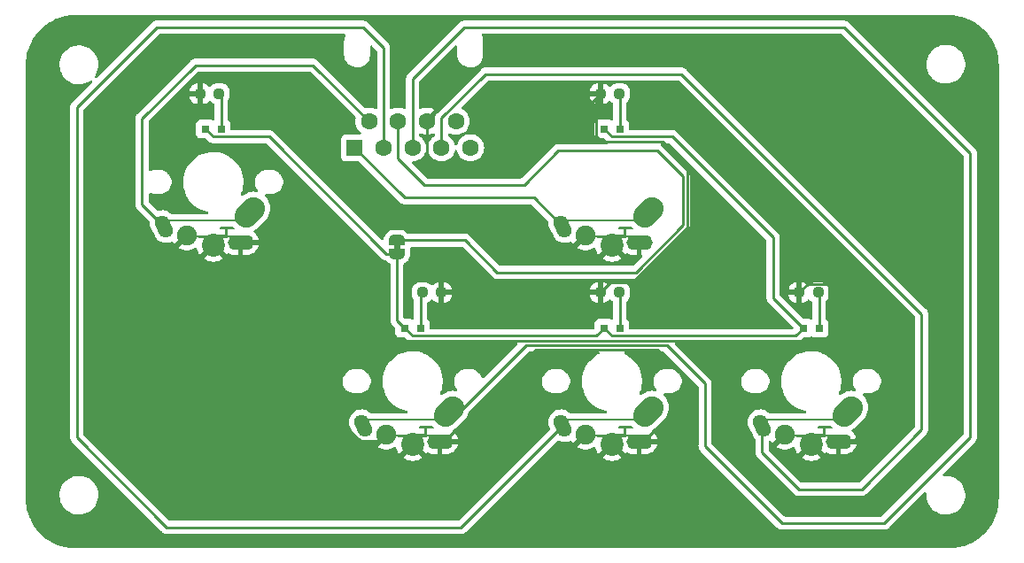
<source format=gbr>
%TF.GenerationSoftware,KiCad,Pcbnew,(7.0.0)*%
%TF.CreationDate,2023-03-04T23:54:57-08:00*%
%TF.ProjectId,JoyKeyMini,4a6f794b-6579-44d6-996e-692e6b696361,1*%
%TF.SameCoordinates,Original*%
%TF.FileFunction,Copper,L1,Top*%
%TF.FilePolarity,Positive*%
%FSLAX46Y46*%
G04 Gerber Fmt 4.6, Leading zero omitted, Abs format (unit mm)*
G04 Created by KiCad (PCBNEW (7.0.0)) date 2023-03-04 23:54:57*
%MOMM*%
%LPD*%
G01*
G04 APERTURE LIST*
G04 Aperture macros list*
%AMRoundRect*
0 Rectangle with rounded corners*
0 $1 Rounding radius*
0 $2 $3 $4 $5 $6 $7 $8 $9 X,Y pos of 4 corners*
0 Add a 4 corners polygon primitive as box body*
4,1,4,$2,$3,$4,$5,$6,$7,$8,$9,$2,$3,0*
0 Add four circle primitives for the rounded corners*
1,1,$1+$1,$2,$3*
1,1,$1+$1,$4,$5*
1,1,$1+$1,$6,$7*
1,1,$1+$1,$8,$9*
0 Add four rect primitives between the rounded corners*
20,1,$1+$1,$2,$3,$4,$5,0*
20,1,$1+$1,$4,$5,$6,$7,0*
20,1,$1+$1,$6,$7,$8,$9,0*
20,1,$1+$1,$8,$9,$2,$3,0*%
%AMHorizOval*
0 Thick line with rounded ends*
0 $1 width*
0 $2 $3 position (X,Y) of the first rounded end (center of the circle)*
0 $4 $5 position (X,Y) of the second rounded end (center of the circle)*
0 Add line between two ends*
20,1,$1,$2,$3,$4,$5,0*
0 Add two circle primitives to create the rounded ends*
1,1,$1,$2,$3*
1,1,$1,$4,$5*%
%AMFreePoly0*
4,1,19,0.500000,-0.750000,0.000000,-0.750000,0.000000,-0.744911,-0.071157,-0.744911,-0.207708,-0.704816,-0.327430,-0.627875,-0.420627,-0.520320,-0.479746,-0.390866,-0.500000,-0.250000,-0.500000,0.250000,-0.479746,0.390866,-0.420627,0.520320,-0.327430,0.627875,-0.207708,0.704816,-0.071157,0.744911,0.000000,0.744911,0.000000,0.750000,0.500000,0.750000,0.500000,-0.750000,0.500000,-0.750000,
$1*%
%AMFreePoly1*
4,1,19,0.000000,0.744911,0.071157,0.744911,0.207708,0.704816,0.327430,0.627875,0.420627,0.520320,0.479746,0.390866,0.500000,0.250000,0.500000,-0.250000,0.479746,-0.390866,0.420627,-0.520320,0.327430,-0.627875,0.207708,-0.704816,0.071157,-0.744911,0.000000,-0.744911,0.000000,-0.750000,-0.500000,-0.750000,-0.500000,0.750000,0.000000,0.750000,0.000000,0.744911,0.000000,0.744911,
$1*%
G04 Aperture macros list end*
%TA.AperFunction,ComponentPad*%
%ADD10R,1.600000X1.600000*%
%TD*%
%TA.AperFunction,ComponentPad*%
%ADD11C,1.600000*%
%TD*%
%TA.AperFunction,SMDPad,CuDef*%
%ADD12RoundRect,0.237500X-0.250000X-0.237500X0.250000X-0.237500X0.250000X0.237500X-0.250000X0.237500X0*%
%TD*%
%TA.AperFunction,SMDPad,CuDef*%
%ADD13R,0.800000X0.800000*%
%TD*%
%TA.AperFunction,ComponentPad*%
%ADD14O,2.500000X1.400000*%
%TD*%
%TA.AperFunction,SMDPad,CuDef*%
%ADD15R,1.758000X0.284000*%
%TD*%
%TA.AperFunction,ComponentPad*%
%ADD16C,2.200000*%
%TD*%
%TA.AperFunction,SMDPad,CuDef*%
%ADD17R,1.312000X0.254000*%
%TD*%
%TA.AperFunction,ComponentPad*%
%ADD18C,1.900000*%
%TD*%
%TA.AperFunction,ComponentPad*%
%ADD19HorizOval,2.200000X-0.353553X-0.353553X0.353553X0.353553X0*%
%TD*%
%TA.AperFunction,SMDPad,CuDef*%
%ADD20R,6.832600X0.228600*%
%TD*%
%TA.AperFunction,ComponentPad*%
%ADD21HorizOval,1.400000X-0.169047X0.362523X0.169047X-0.362523X0*%
%TD*%
%TA.AperFunction,SMDPad,CuDef*%
%ADD22FreePoly0,270.000000*%
%TD*%
%TA.AperFunction,SMDPad,CuDef*%
%ADD23FreePoly1,270.000000*%
%TD*%
%TA.AperFunction,SMDPad,CuDef*%
%ADD24RoundRect,0.237500X0.250000X0.237500X-0.250000X0.237500X-0.250000X-0.237500X0.250000X-0.237500X0*%
%TD*%
%TA.AperFunction,Conductor*%
%ADD25C,0.250000*%
%TD*%
G04 APERTURE END LIST*
%TO.C,JP1*%
G36*
X57161800Y-45887600D02*
G01*
X56561800Y-45887600D01*
X56561800Y-45387600D01*
X57161800Y-45387600D01*
X57161800Y-45887600D01*
G37*
%TD*%
D10*
%TO.P,J1,1,1*%
%TO.N,1*%
X52813164Y-36136580D03*
D11*
%TO.P,J1,2,2*%
%TO.N,2*%
X55583165Y-36136581D03*
%TO.P,J1,3,3*%
%TO.N,3*%
X58353165Y-36136581D03*
%TO.P,J1,4,4*%
%TO.N,4*%
X61123165Y-36136581D03*
%TO.P,J1,5,5*%
%TO.N,5*%
X63893165Y-36136581D03*
%TO.P,J1,6,6*%
%TO.N,6*%
X54198165Y-33596581D03*
%TO.P,J1,7,7*%
%TO.N,7*%
X56968165Y-33596581D03*
%TO.P,J1,8,8*%
%TO.N,8*%
X59738165Y-33596581D03*
%TO.P,J1,9,9*%
%TO.N,9*%
X62508165Y-33596581D03*
%TD*%
D12*
%TO.P,R7,1*%
%TO.N,8*%
X95300665Y-49968850D03*
%TO.P,R7,2*%
%TO.N,Net-(R7-Pad2)*%
X97125665Y-49968850D03*
%TD*%
%TO.P,R5,1*%
%TO.N,8*%
X76300665Y-30968850D03*
%TO.P,R5,2*%
%TO.N,Net-(R5-Pad2)*%
X78125665Y-30968850D03*
%TD*%
D13*
%TO.P,SW6,4*%
%TO.N,LED_VCC*%
X95713164Y-53388849D03*
%TO.P,SW6,3*%
%TO.N,Net-(R7-Pad2)*%
X97213164Y-53388849D03*
D14*
%TO.P,SW6,2*%
%TO.N,8*%
X99063164Y-64218849D03*
D15*
X97723164Y-63660849D03*
D16*
X96463165Y-64468850D03*
D17*
X95193164Y-63675849D03*
D18*
X93923165Y-63548850D03*
D19*
%TO.P,SW6,1*%
%TO.N,4*%
X99963164Y-61338849D03*
D20*
X95243964Y-62151849D03*
D21*
X91763164Y-62718849D03*
%TD*%
%TO.P,SW5,1*%
%TO.N,2*%
X72713164Y-62718849D03*
D20*
X76193964Y-62151849D03*
D19*
X80913164Y-61338849D03*
D18*
%TO.P,SW5,2*%
%TO.N,8*%
X74873165Y-63548850D03*
D17*
X76143164Y-63675849D03*
D16*
X77413165Y-64468850D03*
D15*
X78673164Y-63660849D03*
D14*
X80013164Y-64218849D03*
D13*
%TO.P,SW5,3*%
%TO.N,Net-(R6-Pad2)*%
X78163164Y-53388849D03*
%TO.P,SW5,4*%
%TO.N,LED_VCC*%
X76663164Y-53388849D03*
%TD*%
D22*
%TO.P,JP1,1,A*%
%TO.N,7*%
X56861800Y-44987600D03*
D23*
%TO.P,JP1,2,B*%
%TO.N,LED_VCC*%
X56861800Y-46287600D03*
%TD*%
D12*
%TO.P,R6,1*%
%TO.N,8*%
X76300665Y-49968850D03*
%TO.P,R6,2*%
%TO.N,Net-(R6-Pad2)*%
X78125665Y-49968850D03*
%TD*%
D21*
%TO.P,SW4,1*%
%TO.N,1*%
X72713164Y-43668849D03*
D20*
X76193964Y-43101849D03*
D19*
X80913164Y-42288849D03*
D18*
%TO.P,SW4,2*%
%TO.N,8*%
X74873165Y-44498850D03*
D17*
X76143164Y-44625849D03*
D16*
X77413165Y-45418850D03*
D15*
X78673164Y-44610849D03*
D14*
X80013164Y-45168849D03*
D13*
%TO.P,SW4,3*%
%TO.N,Net-(R5-Pad2)*%
X78163164Y-34338849D03*
%TO.P,SW4,4*%
%TO.N,LED_VCC*%
X76663164Y-34338849D03*
%TD*%
D21*
%TO.P,SW3,1*%
%TO.N,3*%
X53663164Y-62718849D03*
D20*
X57143964Y-62151849D03*
D19*
X61863164Y-61338849D03*
D18*
%TO.P,SW3,2*%
%TO.N,8*%
X55823165Y-63548850D03*
D17*
X57093164Y-63675849D03*
D16*
X58363165Y-64468850D03*
D15*
X59623164Y-63660849D03*
D14*
X60963164Y-64218849D03*
D13*
%TO.P,SW3,3*%
%TO.N,Net-(R4-Pad2)*%
X59113164Y-53388849D03*
%TO.P,SW3,4*%
%TO.N,LED_VCC*%
X57613164Y-53388849D03*
%TD*%
D21*
%TO.P,SW1,1*%
%TO.N,6*%
X34613164Y-43668849D03*
D20*
X38093964Y-43101849D03*
D19*
X42813164Y-42288849D03*
D18*
%TO.P,SW1,2*%
%TO.N,8*%
X36773165Y-44498850D03*
D17*
X38043164Y-44625849D03*
D16*
X39313165Y-45418850D03*
D15*
X40573164Y-44610849D03*
D14*
X41913164Y-45168849D03*
D13*
%TO.P,SW1,3*%
%TO.N,Net-(R1-Pad2)*%
X40063164Y-34338849D03*
%TO.P,SW1,4*%
%TO.N,LED_VCC*%
X38563164Y-34338849D03*
%TD*%
D24*
%TO.P,R4,1*%
%TO.N,8*%
X61125665Y-49968850D03*
%TO.P,R4,2*%
%TO.N,Net-(R4-Pad2)*%
X59300665Y-49968850D03*
%TD*%
D12*
%TO.P,R1,1*%
%TO.N,8*%
X38050665Y-30968850D03*
%TO.P,R1,2*%
%TO.N,Net-(R1-Pad2)*%
X39875665Y-30968850D03*
%TD*%
D25*
%TO.N,8*%
X81741287Y-55463850D02*
X84261800Y-57984363D01*
X84261800Y-57984363D02*
X84261800Y-60370215D01*
X61363165Y-64218850D02*
X70118165Y-55463850D01*
X70118165Y-55463850D02*
X81741287Y-55463850D01*
X84261800Y-60370215D02*
X80413165Y-64218850D01*
%TO.N,3*%
X58353165Y-29546691D02*
X58353165Y-36136581D01*
X63287256Y-24612600D02*
X58353165Y-29546691D01*
X99636800Y-24612600D02*
X63287256Y-24612600D01*
X111661800Y-36637600D02*
X99636800Y-24612600D01*
X111661800Y-63837600D02*
X111661800Y-36637600D01*
X103461800Y-72037600D02*
X111661800Y-63837600D01*
X86311800Y-64687600D02*
X93661800Y-72037600D01*
X86311800Y-58687600D02*
X86311800Y-64687600D01*
X82638050Y-55013850D02*
X86311800Y-58687600D01*
X69184612Y-55013850D02*
X82638050Y-55013850D01*
X62859612Y-61338850D02*
X69184612Y-55013850D01*
X93661800Y-72037600D02*
X103461800Y-72037600D01*
%TO.N,8*%
X98735550Y-54563850D02*
X101661800Y-51637600D01*
X54935044Y-54563850D02*
X98735550Y-54563850D01*
X51558165Y-57940729D02*
X54935044Y-54563850D01*
X53373099Y-64189769D02*
X51558165Y-62374835D01*
X51558165Y-62374835D02*
X51558165Y-57940729D01*
X77231915Y-49037600D02*
X76300665Y-49968850D01*
X84668165Y-43723881D02*
X79354446Y-49037600D01*
X76388165Y-35513850D02*
X82238050Y-35513850D01*
X82238050Y-35513850D02*
X84668165Y-37943965D01*
X84668165Y-37943965D02*
X84668165Y-43723881D01*
X75938165Y-35063850D02*
X76388165Y-35513850D01*
X75938165Y-31331350D02*
X75938165Y-35063850D01*
X76300665Y-30968850D02*
X75938165Y-31331350D01*
X79354446Y-49037600D02*
X77231915Y-49037600D01*
X55182246Y-64189769D02*
X53373099Y-64189769D01*
X55823165Y-63548850D02*
X55182246Y-64189769D01*
X103463165Y-57637600D02*
X103463165Y-53350361D01*
X103463165Y-61186235D02*
X103463165Y-57637600D01*
%TO.N,2*%
X62994415Y-72437600D02*
X72713165Y-62718850D01*
X34861800Y-72437600D02*
X62994415Y-72437600D01*
X26261800Y-63837600D02*
X34861800Y-72437600D01*
X26261800Y-32237600D02*
X26261800Y-63837600D01*
X33886800Y-24612600D02*
X26261800Y-32237600D01*
X53631344Y-24612600D02*
X33886800Y-24612600D01*
X55583165Y-26564421D02*
X53631344Y-24612600D01*
X55583165Y-36136581D02*
X55583165Y-26564421D01*
%TO.N,LED_VCC*%
X55859300Y-46287600D02*
X56861800Y-46287600D01*
X44635550Y-35063850D02*
X55859300Y-46287600D01*
X39288165Y-35063850D02*
X44635550Y-35063850D01*
%TO.N,8*%
X68631915Y-38637600D02*
X76300665Y-30968850D01*
X60661800Y-38637600D02*
X68631915Y-38637600D01*
X59738165Y-37713965D02*
X60661800Y-38637600D01*
X59738165Y-33596581D02*
X59738165Y-37713965D01*
%TO.N,4*%
X91763165Y-65288965D02*
X91763165Y-62718850D01*
X107011800Y-63051204D02*
X101275404Y-68787600D01*
X101275404Y-68787600D02*
X95261800Y-68787600D01*
X107011800Y-52023996D02*
X107011800Y-63051204D01*
X84075404Y-29087600D02*
X107011800Y-52023996D01*
X65330550Y-29087600D02*
X84075404Y-29087600D01*
X61123165Y-33294985D02*
X65330550Y-29087600D01*
X95261800Y-68787600D02*
X91763165Y-65288965D01*
X61123165Y-36136581D02*
X61123165Y-33294985D01*
%TO.N,1*%
X69955723Y-40911408D02*
X72713165Y-43668850D01*
X57587992Y-40911408D02*
X69955723Y-40911408D01*
X52813165Y-36136581D02*
X57587992Y-40911408D01*
%TO.N,LED_VCC*%
X39288165Y-35063850D02*
X38563165Y-34338850D01*
%TO.N,7*%
X56861800Y-44987600D02*
X63380550Y-44987600D01*
X63380550Y-44987600D02*
X66461800Y-48068850D01*
X79686800Y-48068850D02*
X66461800Y-48068850D01*
%TO.N,LED_VCC*%
X56861800Y-46287600D02*
X56861800Y-52637485D01*
X56861800Y-52637485D02*
X57613165Y-53388850D01*
%TO.N,6*%
X32508165Y-33334985D02*
X37605550Y-28237600D01*
X48839184Y-28237600D02*
X54198165Y-33596581D01*
X32508165Y-41563850D02*
X32508165Y-33334985D01*
X34613165Y-43668850D02*
X32508165Y-41563850D01*
X37605550Y-28237600D02*
X48839184Y-28237600D01*
%TO.N,7*%
X84218165Y-43537485D02*
X79686800Y-48068850D01*
X59486800Y-39693850D02*
X69011800Y-39693850D01*
X69011800Y-39693850D02*
X72286800Y-36418850D01*
X56968165Y-33596581D02*
X56968165Y-37175215D01*
X81746287Y-36418850D02*
X84218165Y-38890728D01*
X84218165Y-38890728D02*
X84218165Y-43537485D01*
X72286800Y-36418850D02*
X81746287Y-36418850D01*
X56968165Y-37175215D02*
X59486800Y-39693850D01*
%TO.N,8*%
X100430550Y-64218850D02*
X103463165Y-61186235D01*
X96100665Y-49168850D02*
X95300665Y-49968850D01*
X99063165Y-64218850D02*
X100430550Y-64218850D01*
X103463165Y-53350361D02*
X99281654Y-49168850D01*
X99281654Y-49168850D02*
X96100665Y-49168850D01*
%TO.N,LED_VCC*%
X92824300Y-50499985D02*
X95713165Y-53388850D01*
X76663165Y-53388850D02*
X77388165Y-54113850D01*
X92824300Y-44721350D02*
X92824300Y-50499985D01*
X77388165Y-54113850D02*
X94988165Y-54113850D01*
X57613165Y-53388850D02*
X58338165Y-54113850D01*
X76663165Y-34338850D02*
X77388165Y-35063850D01*
X58338165Y-54113850D02*
X75938165Y-54113850D01*
X83166800Y-35063850D02*
X92824300Y-44721350D01*
X94988165Y-54113850D02*
X95713165Y-53388850D01*
X77388165Y-35063850D02*
X83166800Y-35063850D01*
X75938165Y-54113850D02*
X76663165Y-53388850D01*
%TO.N,Net-(R1-Pad2)*%
X40063165Y-31156350D02*
X40063165Y-34338850D01*
%TO.N,Net-(R4-Pad2)*%
X59113165Y-53388850D02*
X59113165Y-50156350D01*
%TO.N,Net-(R5-Pad2)*%
X78163165Y-31006350D02*
X78163165Y-34338850D01*
%TO.N,Net-(R6-Pad2)*%
X78163165Y-53388850D02*
X78163165Y-50006350D01*
%TO.N,Net-(R7-Pad2)*%
X97213165Y-53388850D02*
X97213165Y-50056350D01*
%TD*%
%TA.AperFunction,Conductor*%
%TO.N,8*%
G36*
X51896777Y-25254946D02*
G01*
X51942224Y-25300905D01*
X51958368Y-25363492D01*
X51940823Y-25425700D01*
X51933443Y-25438051D01*
X51933439Y-25438058D01*
X51930585Y-25442836D01*
X51928628Y-25448048D01*
X51928627Y-25448052D01*
X51853450Y-25648360D01*
X51853448Y-25648366D01*
X51851493Y-25653576D01*
X51850499Y-25659050D01*
X51850498Y-25659056D01*
X51821409Y-25819349D01*
X51811300Y-25875053D01*
X51811300Y-27243755D01*
X51811547Y-27246503D01*
X51811548Y-27246518D01*
X51825923Y-27406239D01*
X51825924Y-27406245D01*
X51826423Y-27411788D01*
X51827903Y-27417153D01*
X51827905Y-27417160D01*
X51884770Y-27623202D01*
X51886307Y-27628770D01*
X51888725Y-27633791D01*
X51981552Y-27826551D01*
X51981554Y-27826555D01*
X51983971Y-27831573D01*
X51987244Y-27836079D01*
X51987246Y-27836081D01*
X52014682Y-27873843D01*
X52116278Y-28013678D01*
X52120297Y-28017521D01*
X52120301Y-28017525D01*
X52274947Y-28165381D01*
X52278975Y-28169232D01*
X52466832Y-28293235D01*
X52673812Y-28381703D01*
X52893263Y-28431791D01*
X53118130Y-28441890D01*
X53341187Y-28411675D01*
X53555264Y-28342117D01*
X53753481Y-28235452D01*
X53929466Y-28095108D01*
X54077565Y-27925596D01*
X54193015Y-27732364D01*
X54272107Y-27521624D01*
X54312300Y-27300147D01*
X54312300Y-26477508D01*
X54325815Y-26421213D01*
X54363415Y-26377190D01*
X54416902Y-26355035D01*
X54474618Y-26359577D01*
X54523981Y-26389827D01*
X54921346Y-26787192D01*
X54948226Y-26827420D01*
X54957665Y-26874873D01*
X54957665Y-32321158D01*
X54942379Y-32380801D01*
X54900290Y-32425739D01*
X54841775Y-32444893D01*
X54781261Y-32433540D01*
X54669344Y-32381352D01*
X54649570Y-32372131D01*
X54649568Y-32372130D01*
X54644661Y-32369842D01*
X54639436Y-32368442D01*
X54639428Y-32368439D01*
X54430081Y-32312345D01*
X54430072Y-32312343D01*
X54424857Y-32310946D01*
X54419469Y-32310474D01*
X54419466Y-32310474D01*
X54203560Y-32291585D01*
X54198165Y-32291113D01*
X54192770Y-32291585D01*
X53976863Y-32310474D01*
X53976858Y-32310474D01*
X53971473Y-32310946D01*
X53966255Y-32312343D01*
X53966244Y-32312346D01*
X53903115Y-32329261D01*
X53838928Y-32329261D01*
X53783342Y-32297167D01*
X49336470Y-27850295D01*
X49329026Y-27842114D01*
X49324970Y-27835723D01*
X49275959Y-27789698D01*
X49273162Y-27786987D01*
X49256411Y-27770236D01*
X49256410Y-27770235D01*
X49253655Y-27767480D01*
X49250474Y-27765012D01*
X49241598Y-27757430D01*
X49215453Y-27732878D01*
X49215451Y-27732876D01*
X49209766Y-27727538D01*
X49202933Y-27723782D01*
X49202927Y-27723777D01*
X49192209Y-27717885D01*
X49175950Y-27707206D01*
X49166279Y-27699704D01*
X49166276Y-27699702D01*
X49160120Y-27694927D01*
X49152963Y-27691829D01*
X49152960Y-27691828D01*
X49120033Y-27677578D01*
X49109547Y-27672441D01*
X49078116Y-27655162D01*
X49078107Y-27655158D01*
X49071276Y-27651403D01*
X49063719Y-27649462D01*
X49063715Y-27649461D01*
X49051872Y-27646420D01*
X49033468Y-27640119D01*
X49022241Y-27635260D01*
X49022234Y-27635258D01*
X49015080Y-27632162D01*
X49007376Y-27630941D01*
X49007374Y-27630941D01*
X48971943Y-27625329D01*
X48960508Y-27622961D01*
X48925755Y-27614038D01*
X48925747Y-27614037D01*
X48918203Y-27612100D01*
X48910407Y-27612100D01*
X48898167Y-27612100D01*
X48878781Y-27610574D01*
X48858988Y-27607440D01*
X48851222Y-27608174D01*
X48851219Y-27608174D01*
X48815508Y-27611550D01*
X48803839Y-27612100D01*
X37683325Y-27612100D01*
X37672269Y-27611578D01*
X37664883Y-27609927D01*
X37657095Y-27610171D01*
X37657088Y-27610171D01*
X37597677Y-27612039D01*
X37593782Y-27612100D01*
X37566200Y-27612100D01*
X37562355Y-27612585D01*
X37562330Y-27612587D01*
X37562203Y-27612604D01*
X37550584Y-27613518D01*
X37514722Y-27614645D01*
X37514715Y-27614646D01*
X37506923Y-27614891D01*
X37499438Y-27617065D01*
X37499422Y-27617068D01*
X37487676Y-27620481D01*
X37468633Y-27624425D01*
X37456499Y-27625958D01*
X37456498Y-27625958D01*
X37448758Y-27626936D01*
X37441508Y-27629805D01*
X37441501Y-27629808D01*
X37408148Y-27643013D01*
X37397104Y-27646794D01*
X37362651Y-27656804D01*
X37362640Y-27656808D01*
X37355160Y-27658982D01*
X37348448Y-27662951D01*
X37348446Y-27662952D01*
X37337914Y-27669180D01*
X37320454Y-27677734D01*
X37309069Y-27682242D01*
X37309063Y-27682244D01*
X37301818Y-27685114D01*
X37295513Y-27689694D01*
X37295505Y-27689699D01*
X37266482Y-27710785D01*
X37256724Y-27717195D01*
X37225846Y-27735457D01*
X37225840Y-27735461D01*
X37219130Y-27739430D01*
X37213617Y-27744941D01*
X37213610Y-27744948D01*
X37204960Y-27753598D01*
X37190177Y-27766224D01*
X37180276Y-27773417D01*
X37180266Y-27773426D01*
X37173963Y-27778006D01*
X37168994Y-27784011D01*
X37168991Y-27784015D01*
X37146122Y-27811659D01*
X37138261Y-27820297D01*
X32120861Y-32837696D01*
X32112676Y-32845144D01*
X32106288Y-32849199D01*
X32100953Y-32854879D01*
X32100948Y-32854884D01*
X32060261Y-32898210D01*
X32057557Y-32901001D01*
X32040793Y-32917765D01*
X32040786Y-32917772D01*
X32038045Y-32920514D01*
X32035665Y-32923581D01*
X32035654Y-32923594D01*
X32035565Y-32923710D01*
X32028007Y-32932555D01*
X32003445Y-32958712D01*
X32003438Y-32958721D01*
X31998103Y-32964403D01*
X31994347Y-32971234D01*
X31994344Y-32971239D01*
X31988450Y-32981960D01*
X31977774Y-32998212D01*
X31970274Y-33007881D01*
X31970266Y-33007892D01*
X31965492Y-33014049D01*
X31962399Y-33021193D01*
X31962394Y-33021204D01*
X31948139Y-33054145D01*
X31943003Y-33064628D01*
X31921968Y-33102893D01*
X31920029Y-33110441D01*
X31920028Y-33110446D01*
X31916987Y-33122292D01*
X31910686Y-33140696D01*
X31905823Y-33151933D01*
X31905821Y-33151937D01*
X31902727Y-33159089D01*
X31901507Y-33166788D01*
X31901507Y-33166790D01*
X31895894Y-33202226D01*
X31893526Y-33213661D01*
X31884603Y-33248413D01*
X31884601Y-33248421D01*
X31882665Y-33255966D01*
X31882665Y-33263762D01*
X31882665Y-33276002D01*
X31881139Y-33295387D01*
X31878005Y-33315181D01*
X31878739Y-33322946D01*
X31878739Y-33322949D01*
X31882115Y-33358661D01*
X31882665Y-33370330D01*
X31882665Y-41486075D01*
X31882143Y-41497130D01*
X31880492Y-41504517D01*
X31880736Y-41512303D01*
X31880736Y-41512311D01*
X31882604Y-41571723D01*
X31882665Y-41575618D01*
X31882665Y-41603200D01*
X31883153Y-41607069D01*
X31883154Y-41607075D01*
X31883169Y-41607193D01*
X31884083Y-41618816D01*
X31885210Y-41654680D01*
X31885211Y-41654687D01*
X31885456Y-41662477D01*
X31887632Y-41669969D01*
X31887633Y-41669971D01*
X31891044Y-41681712D01*
X31894990Y-41700765D01*
X31897501Y-41720642D01*
X31900371Y-41727892D01*
X31900373Y-41727898D01*
X31913579Y-41761254D01*
X31917362Y-41772301D01*
X31929547Y-41814240D01*
X31933518Y-41820955D01*
X31933519Y-41820957D01*
X31939746Y-41831487D01*
X31948301Y-41848949D01*
X31952807Y-41860330D01*
X31952808Y-41860333D01*
X31955679Y-41867582D01*
X31977110Y-41897079D01*
X31981346Y-41902910D01*
X31987758Y-41912672D01*
X32006021Y-41943552D01*
X32006024Y-41943557D01*
X32009995Y-41950270D01*
X32015510Y-41955785D01*
X32024155Y-41964430D01*
X32036791Y-41979224D01*
X32043984Y-41989125D01*
X32043988Y-41989129D01*
X32048571Y-41995437D01*
X32054580Y-42000408D01*
X32054581Y-42000409D01*
X32082223Y-42023276D01*
X32090864Y-42031139D01*
X33208652Y-43148927D01*
X33236132Y-43190629D01*
X33244930Y-43239790D01*
X33241305Y-43380990D01*
X33241158Y-43386724D01*
X33242065Y-43392378D01*
X33242066Y-43392386D01*
X33274820Y-43596468D01*
X33276414Y-43606398D01*
X33332639Y-43763377D01*
X33333845Y-43765964D01*
X33333847Y-43765968D01*
X33702853Y-44557305D01*
X33717646Y-44589029D01*
X33801758Y-44733004D01*
X33947376Y-44901215D01*
X34121425Y-45039805D01*
X34317974Y-45144054D01*
X34530334Y-45210412D01*
X34751270Y-45236619D01*
X34973260Y-45221783D01*
X35188744Y-45166409D01*
X35317730Y-45106262D01*
X35381884Y-45095203D01*
X35442802Y-45118171D01*
X35483687Y-45168835D01*
X35491498Y-45186644D01*
X35496360Y-45195627D01*
X35578288Y-45321029D01*
X35586252Y-45328749D01*
X35595633Y-45322826D01*
X36685483Y-44232977D01*
X36741070Y-44200883D01*
X36805258Y-44200883D01*
X36860845Y-44232977D01*
X37039037Y-44411169D01*
X37071131Y-44466756D01*
X37071131Y-44530944D01*
X37039037Y-44586531D01*
X35951205Y-45674362D01*
X35944544Y-45686470D01*
X35952649Y-45697658D01*
X35973320Y-45713747D01*
X35981886Y-45719344D01*
X36184204Y-45828833D01*
X36193558Y-45832936D01*
X36411137Y-45907630D01*
X36421049Y-45910141D01*
X36647953Y-45948005D01*
X36658148Y-45948850D01*
X36888182Y-45948850D01*
X36898376Y-45948005D01*
X37125280Y-45910141D01*
X37135192Y-45907630D01*
X37352771Y-45832936D01*
X37362125Y-45828833D01*
X37564439Y-45719346D01*
X37568734Y-45716540D01*
X37624147Y-45696965D01*
X37682350Y-45705104D01*
X37730269Y-45739128D01*
X37757140Y-45791394D01*
X37785632Y-45910072D01*
X37788633Y-45919306D01*
X37881280Y-46142976D01*
X37885694Y-46151639D01*
X38009297Y-46353341D01*
X38015643Y-46357577D01*
X38027554Y-46350905D01*
X39225483Y-45152977D01*
X39281070Y-45120883D01*
X39345258Y-45120883D01*
X39400845Y-45152977D01*
X40598779Y-46350910D01*
X40610687Y-46357582D01*
X40617021Y-46353359D01*
X40658869Y-46285069D01*
X40702266Y-46242663D01*
X40760588Y-46225923D01*
X40819869Y-46238858D01*
X40922687Y-46290056D01*
X40933332Y-46294179D01*
X41136206Y-46351901D01*
X41147428Y-46353999D01*
X41304824Y-46368584D01*
X41310557Y-46368850D01*
X41646839Y-46368850D01*
X41659714Y-46365399D01*
X41663165Y-46352524D01*
X42163165Y-46352524D01*
X42166615Y-46365399D01*
X42179491Y-46368850D01*
X42515773Y-46368850D01*
X42521505Y-46368584D01*
X42678901Y-46353999D01*
X42690123Y-46351901D01*
X42892997Y-46294179D01*
X42903642Y-46290056D01*
X43092460Y-46196036D01*
X43102162Y-46190029D01*
X43270485Y-46062917D01*
X43278929Y-46055219D01*
X43421027Y-45899344D01*
X43427903Y-45890240D01*
X43538946Y-45710899D01*
X43544032Y-45700686D01*
X43620231Y-45503994D01*
X43623353Y-45493018D01*
X43634707Y-45432279D01*
X43634325Y-45421251D01*
X43623558Y-45418850D01*
X42179491Y-45418850D01*
X42166615Y-45422300D01*
X42163165Y-45435176D01*
X42163165Y-46352524D01*
X41663165Y-46352524D01*
X41663165Y-45042850D01*
X41679778Y-44980850D01*
X41725165Y-44935463D01*
X41787165Y-44918850D01*
X43623558Y-44918850D01*
X43634325Y-44916448D01*
X43634707Y-44905420D01*
X43623353Y-44844681D01*
X43620231Y-44833705D01*
X43544032Y-44637013D01*
X43538946Y-44626800D01*
X43427903Y-44447459D01*
X43421027Y-44438355D01*
X43278929Y-44282480D01*
X43270484Y-44274782D01*
X43231317Y-44245204D01*
X43193736Y-44198813D01*
X43182190Y-44140237D01*
X43199356Y-44083055D01*
X43241252Y-44040524D01*
X43403271Y-43941239D01*
X43546872Y-43818592D01*
X44342907Y-43022557D01*
X44465554Y-42878956D01*
X44597184Y-42664156D01*
X44693591Y-42431408D01*
X44752401Y-42186445D01*
X44772167Y-41935297D01*
X44752401Y-41684149D01*
X44693591Y-41439186D01*
X44597184Y-41206438D01*
X44465554Y-40991638D01*
X44301942Y-40800073D01*
X44285398Y-40785943D01*
X44249813Y-40735161D01*
X44243266Y-40673499D01*
X44267393Y-40616377D01*
X44316162Y-40578079D01*
X44377372Y-40568182D01*
X44389971Y-40569350D01*
X44893487Y-40569350D01*
X44896359Y-40569350D01*
X45055475Y-40554606D01*
X45260554Y-40496255D01*
X45451420Y-40401216D01*
X45621572Y-40272722D01*
X45765217Y-40115152D01*
X45877463Y-39933869D01*
X45954486Y-39735048D01*
X45993665Y-39525460D01*
X45993665Y-39312240D01*
X45954486Y-39102652D01*
X45877463Y-38903831D01*
X45765217Y-38722548D01*
X45707806Y-38659572D01*
X45625430Y-38569210D01*
X45621572Y-38564978D01*
X45603936Y-38551660D01*
X45455991Y-38439936D01*
X45451420Y-38436484D01*
X45260554Y-38341445D01*
X45255041Y-38339876D01*
X45255035Y-38339874D01*
X45060996Y-38284664D01*
X45060986Y-38284662D01*
X45055475Y-38283094D01*
X45049762Y-38282564D01*
X45049759Y-38282564D01*
X44899219Y-38268615D01*
X44899218Y-38268614D01*
X44896359Y-38268350D01*
X44389971Y-38268350D01*
X44387112Y-38268614D01*
X44387110Y-38268615D01*
X44236570Y-38282564D01*
X44236565Y-38282564D01*
X44230855Y-38283094D01*
X44225344Y-38284661D01*
X44225333Y-38284664D01*
X44031294Y-38339874D01*
X44031284Y-38339877D01*
X44025776Y-38341445D01*
X44020641Y-38344001D01*
X44020638Y-38344003D01*
X43840040Y-38433929D01*
X43840035Y-38433932D01*
X43834910Y-38436484D01*
X43830342Y-38439933D01*
X43830338Y-38439936D01*
X43669329Y-38561525D01*
X43669321Y-38561531D01*
X43664758Y-38564978D01*
X43660904Y-38569204D01*
X43660899Y-38569210D01*
X43524968Y-38718318D01*
X43524962Y-38718325D01*
X43521113Y-38722548D01*
X43518105Y-38727405D01*
X43518099Y-38727414D01*
X43411883Y-38898959D01*
X43411880Y-38898964D01*
X43408867Y-38903831D01*
X43406801Y-38909163D01*
X43406797Y-38909172D01*
X43333915Y-39097304D01*
X43333912Y-39097311D01*
X43331844Y-39102652D01*
X43292665Y-39312240D01*
X43292665Y-39525460D01*
X43331844Y-39735048D01*
X43333913Y-39740390D01*
X43333915Y-39740395D01*
X43406797Y-39928527D01*
X43406799Y-39928531D01*
X43408867Y-39933869D01*
X43411882Y-39938739D01*
X43411883Y-39938740D01*
X43509085Y-40095727D01*
X43521113Y-40115152D01*
X43524968Y-40119381D01*
X43524973Y-40119387D01*
X43551673Y-40148675D01*
X43580769Y-40203933D01*
X43579241Y-40266365D01*
X43547478Y-40320135D01*
X43493536Y-40351603D01*
X43431097Y-40352790D01*
X43422599Y-40350750D01*
X43422595Y-40350749D01*
X43417866Y-40349614D01*
X43413013Y-40349232D01*
X43171572Y-40330230D01*
X43166718Y-40329848D01*
X43161864Y-40330230D01*
X42920422Y-40349232D01*
X42920420Y-40349232D01*
X42915570Y-40349614D01*
X42910842Y-40350748D01*
X42910836Y-40350750D01*
X42675343Y-40407286D01*
X42675331Y-40407289D01*
X42670607Y-40408424D01*
X42666110Y-40410286D01*
X42666106Y-40410288D01*
X42442363Y-40502965D01*
X42442358Y-40502967D01*
X42437859Y-40504831D01*
X42433706Y-40507375D01*
X42433700Y-40507379D01*
X42227213Y-40633914D01*
X42227200Y-40633923D01*
X42223059Y-40636461D01*
X42219359Y-40639620D01*
X42219348Y-40639629D01*
X42152199Y-40696979D01*
X42091718Y-40725056D01*
X42025439Y-40717748D01*
X41972529Y-40677168D01*
X41948287Y-40615050D01*
X41959722Y-40549362D01*
X41982549Y-40501444D01*
X42091855Y-40178128D01*
X42162154Y-39844155D01*
X42192459Y-39504211D01*
X42182345Y-39163068D01*
X42131955Y-38825516D01*
X42041994Y-38496294D01*
X41913727Y-38180022D01*
X41748954Y-37881140D01*
X41746815Y-37878160D01*
X41746812Y-37878154D01*
X41552133Y-37606835D01*
X41549988Y-37603845D01*
X41319621Y-37352028D01*
X41061089Y-37129225D01*
X41058043Y-37127173D01*
X41058036Y-37127168D01*
X40781074Y-36940620D01*
X40781065Y-36940615D01*
X40778019Y-36938563D01*
X40774747Y-36936883D01*
X40774741Y-36936880D01*
X40477663Y-36784401D01*
X40474386Y-36782719D01*
X40154452Y-36663881D01*
X40150887Y-36663019D01*
X40150882Y-36663018D01*
X39826272Y-36584577D01*
X39826268Y-36584576D01*
X39822708Y-36583716D01*
X39819072Y-36583282D01*
X39819067Y-36583282D01*
X39487450Y-36543783D01*
X39487442Y-36543782D01*
X39483811Y-36543350D01*
X39227916Y-36543350D01*
X39226102Y-36543457D01*
X39226090Y-36543458D01*
X38976136Y-36558291D01*
X38976126Y-36558292D01*
X38972472Y-36558509D01*
X38968871Y-36559156D01*
X38968864Y-36559157D01*
X38640167Y-36618233D01*
X38636562Y-36618881D01*
X38633065Y-36619948D01*
X38633056Y-36619951D01*
X38313664Y-36717483D01*
X38313649Y-36717488D01*
X38310150Y-36718557D01*
X38306799Y-36720032D01*
X38306783Y-36720039D01*
X38001185Y-36854656D01*
X38001173Y-36854661D01*
X37997818Y-36856140D01*
X37994663Y-36858003D01*
X37994648Y-36858011D01*
X37707117Y-37027827D01*
X37707110Y-37027831D01*
X37703950Y-37029698D01*
X37701031Y-37031925D01*
X37701027Y-37031929D01*
X37435595Y-37234562D01*
X37435589Y-37234566D01*
X37432672Y-37236794D01*
X37430045Y-37239343D01*
X37430036Y-37239352D01*
X37190425Y-37471966D01*
X37190417Y-37471973D01*
X37187793Y-37474522D01*
X37185485Y-37477366D01*
X37185478Y-37477374D01*
X37046321Y-37648872D01*
X36972749Y-37739543D01*
X36970792Y-37742642D01*
X36970784Y-37742654D01*
X36792519Y-38025034D01*
X36790559Y-38028139D01*
X36788985Y-38031442D01*
X36788979Y-38031454D01*
X36645367Y-38332926D01*
X36643781Y-38336256D01*
X36642600Y-38339748D01*
X36642598Y-38339754D01*
X36535656Y-38656077D01*
X36535653Y-38656085D01*
X36534475Y-38659572D01*
X36533719Y-38663162D01*
X36533715Y-38663178D01*
X36464933Y-38989946D01*
X36464931Y-38989955D01*
X36464176Y-38993545D01*
X36463850Y-38997200D01*
X36463849Y-38997208D01*
X36434196Y-39329833D01*
X36434195Y-39329848D01*
X36433871Y-39333489D01*
X36433979Y-39337141D01*
X36433979Y-39337152D01*
X36439562Y-39525460D01*
X36443985Y-39674632D01*
X36444525Y-39678253D01*
X36444527Y-39678269D01*
X36493833Y-40008557D01*
X36493834Y-40008566D01*
X36494375Y-40012184D01*
X36495341Y-40015719D01*
X36583369Y-40337869D01*
X36583371Y-40337876D01*
X36584336Y-40341406D01*
X36585709Y-40344793D01*
X36585712Y-40344800D01*
X36711224Y-40654279D01*
X36711227Y-40654286D01*
X36712603Y-40657678D01*
X36714376Y-40660894D01*
X36714377Y-40660896D01*
X36745719Y-40717748D01*
X36877376Y-40956560D01*
X36879511Y-40959535D01*
X36879517Y-40959545D01*
X36978975Y-41098157D01*
X37076342Y-41233855D01*
X37078823Y-41236567D01*
X37243091Y-41416131D01*
X37306709Y-41485672D01*
X37565241Y-41708475D01*
X37568289Y-41710528D01*
X37568293Y-41710531D01*
X37845255Y-41897079D01*
X37845259Y-41897081D01*
X37848311Y-41899137D01*
X38151944Y-42054981D01*
X38471878Y-42173819D01*
X38756177Y-42242519D01*
X38808925Y-42269923D01*
X38842859Y-42318727D01*
X38850181Y-42377716D01*
X38829208Y-42433335D01*
X38784760Y-42472803D01*
X38727051Y-42487050D01*
X35379391Y-42487050D01*
X35327854Y-42475833D01*
X35285642Y-42444211D01*
X35282709Y-42440823D01*
X35278954Y-42436485D01*
X35200558Y-42374061D01*
X35109393Y-42301469D01*
X35109388Y-42301466D01*
X35104905Y-42297896D01*
X35099839Y-42295209D01*
X35099836Y-42295207D01*
X34913424Y-42196335D01*
X34913423Y-42196334D01*
X34908356Y-42193647D01*
X34902884Y-42191937D01*
X34902879Y-42191935D01*
X34701466Y-42128997D01*
X34701463Y-42128996D01*
X34695996Y-42127288D01*
X34690309Y-42126613D01*
X34690307Y-42126613D01*
X34480749Y-42101756D01*
X34480740Y-42101755D01*
X34475060Y-42101082D01*
X34469343Y-42101464D01*
X34258787Y-42115534D01*
X34258776Y-42115535D01*
X34253070Y-42115917D01*
X34247522Y-42117342D01*
X34247520Y-42117343D01*
X34076358Y-42161327D01*
X34012788Y-42160837D01*
X33957815Y-42128910D01*
X33169984Y-41341078D01*
X33143104Y-41300850D01*
X33133665Y-41253397D01*
X33133665Y-40580944D01*
X33149336Y-40520605D01*
X33192387Y-40475517D01*
X33251938Y-40457076D01*
X33312935Y-40469943D01*
X33365776Y-40496255D01*
X33371294Y-40497825D01*
X33565333Y-40553035D01*
X33565334Y-40553035D01*
X33570855Y-40554606D01*
X33729971Y-40569350D01*
X34233487Y-40569350D01*
X34236359Y-40569350D01*
X34395475Y-40554606D01*
X34600554Y-40496255D01*
X34791420Y-40401216D01*
X34961572Y-40272722D01*
X35105217Y-40115152D01*
X35217463Y-39933869D01*
X35294486Y-39735048D01*
X35333665Y-39525460D01*
X35333665Y-39312240D01*
X35294486Y-39102652D01*
X35217463Y-38903831D01*
X35105217Y-38722548D01*
X35047806Y-38659572D01*
X34965430Y-38569210D01*
X34961572Y-38564978D01*
X34943936Y-38551660D01*
X34795991Y-38439936D01*
X34791420Y-38436484D01*
X34600554Y-38341445D01*
X34595041Y-38339876D01*
X34595035Y-38339874D01*
X34400996Y-38284664D01*
X34400986Y-38284662D01*
X34395475Y-38283094D01*
X34389762Y-38282564D01*
X34389759Y-38282564D01*
X34239219Y-38268615D01*
X34239218Y-38268614D01*
X34236359Y-38268350D01*
X33729971Y-38268350D01*
X33727112Y-38268614D01*
X33727110Y-38268615D01*
X33576570Y-38282564D01*
X33576565Y-38282564D01*
X33570855Y-38283094D01*
X33565344Y-38284661D01*
X33565333Y-38284664D01*
X33371294Y-38339874D01*
X33371284Y-38339877D01*
X33365776Y-38341445D01*
X33360641Y-38344001D01*
X33360638Y-38344003D01*
X33312936Y-38367756D01*
X33251938Y-38380624D01*
X33192387Y-38362183D01*
X33149336Y-38317095D01*
X33133665Y-38256756D01*
X33133665Y-33645437D01*
X33143104Y-33597984D01*
X33169984Y-33557756D01*
X35475394Y-31252347D01*
X37063166Y-31252347D01*
X37063486Y-31258629D01*
X37072795Y-31349762D01*
X37075614Y-31362931D01*
X37125439Y-31513294D01*
X37131505Y-31526302D01*
X37214425Y-31660736D01*
X37223330Y-31671998D01*
X37335016Y-31783684D01*
X37346278Y-31792589D01*
X37480712Y-31875509D01*
X37493720Y-31881575D01*
X37644089Y-31931402D01*
X37657245Y-31934218D01*
X37748388Y-31943530D01*
X37754665Y-31943850D01*
X37784339Y-31943850D01*
X37797214Y-31940399D01*
X37800665Y-31927524D01*
X37800665Y-31235176D01*
X37797214Y-31222300D01*
X37784339Y-31218850D01*
X37079492Y-31218850D01*
X37066616Y-31222300D01*
X37063166Y-31235176D01*
X37063166Y-31252347D01*
X35475394Y-31252347D01*
X36025217Y-30702524D01*
X37063165Y-30702524D01*
X37066615Y-30715399D01*
X37079491Y-30718850D01*
X37784339Y-30718850D01*
X37797214Y-30715399D01*
X37800665Y-30702524D01*
X37800665Y-30010177D01*
X37797214Y-29997301D01*
X37784339Y-29993851D01*
X37754668Y-29993851D01*
X37748385Y-29994171D01*
X37657252Y-30003480D01*
X37644083Y-30006299D01*
X37493720Y-30056124D01*
X37480712Y-30062190D01*
X37346278Y-30145110D01*
X37335016Y-30154015D01*
X37223330Y-30265701D01*
X37214425Y-30276963D01*
X37131505Y-30411397D01*
X37125439Y-30424405D01*
X37075612Y-30574774D01*
X37072796Y-30587930D01*
X37063484Y-30679073D01*
X37063165Y-30685350D01*
X37063165Y-30702524D01*
X36025217Y-30702524D01*
X37828322Y-28899419D01*
X37868550Y-28872539D01*
X37916003Y-28863100D01*
X48528732Y-28863100D01*
X48576185Y-28872539D01*
X48616413Y-28899419D01*
X52898751Y-33181757D01*
X52930844Y-33237343D01*
X52930846Y-33301529D01*
X52912530Y-33369889D01*
X52912058Y-33375278D01*
X52912058Y-33375281D01*
X52903256Y-33475889D01*
X52892697Y-33596581D01*
X52893169Y-33601976D01*
X52902167Y-33704830D01*
X52912530Y-33823273D01*
X52913927Y-33828488D01*
X52913929Y-33828497D01*
X52970023Y-34037844D01*
X52970026Y-34037852D01*
X52971426Y-34043077D01*
X53067597Y-34249315D01*
X53070704Y-34253752D01*
X53070705Y-34253754D01*
X53154765Y-34373805D01*
X53198118Y-34435720D01*
X53359026Y-34596628D01*
X53378362Y-34610167D01*
X53378846Y-34610506D01*
X53419173Y-34657723D01*
X53431553Y-34718570D01*
X53412881Y-34777791D01*
X53367840Y-34820534D01*
X53307723Y-34836081D01*
X51968604Y-34836081D01*
X51968585Y-34836081D01*
X51965293Y-34836082D01*
X51962015Y-34836434D01*
X51962003Y-34836435D01*
X51913396Y-34841660D01*
X51913390Y-34841661D01*
X51905682Y-34842490D01*
X51898417Y-34845199D01*
X51898411Y-34845201D01*
X51779145Y-34889685D01*
X51779143Y-34889685D01*
X51770834Y-34892785D01*
X51763737Y-34898097D01*
X51763733Y-34898100D01*
X51662715Y-34973722D01*
X51662711Y-34973725D01*
X51655619Y-34979035D01*
X51650309Y-34986127D01*
X51650306Y-34986131D01*
X51574684Y-35087149D01*
X51574681Y-35087153D01*
X51569369Y-35094250D01*
X51566269Y-35102559D01*
X51566269Y-35102561D01*
X51521785Y-35221828D01*
X51521784Y-35221831D01*
X51519074Y-35229098D01*
X51518244Y-35236808D01*
X51518244Y-35236813D01*
X51513020Y-35285400D01*
X51513019Y-35285412D01*
X51512665Y-35288708D01*
X51512665Y-35292029D01*
X51512665Y-35292030D01*
X51512665Y-36981141D01*
X51512665Y-36981159D01*
X51512666Y-36984453D01*
X51513018Y-36987731D01*
X51513019Y-36987742D01*
X51518244Y-37036349D01*
X51518245Y-37036354D01*
X51519074Y-37044064D01*
X51521784Y-37051330D01*
X51521785Y-37051334D01*
X51550070Y-37127168D01*
X51569369Y-37178912D01*
X51574683Y-37186011D01*
X51574684Y-37186012D01*
X51640621Y-37274093D01*
X51655619Y-37294127D01*
X51770834Y-37380377D01*
X51905682Y-37430672D01*
X51965292Y-37437081D01*
X53177712Y-37437080D01*
X53225165Y-37446519D01*
X53265393Y-37473399D01*
X57090699Y-41298706D01*
X57098151Y-41306895D01*
X57102206Y-41313285D01*
X57151215Y-41359308D01*
X57154012Y-41362019D01*
X57173521Y-41381528D01*
X57176701Y-41383995D01*
X57185563Y-41391563D01*
X57199012Y-41404193D01*
X57211724Y-41416131D01*
X57211726Y-41416132D01*
X57217410Y-41421470D01*
X57224243Y-41425226D01*
X57224244Y-41425227D01*
X57234965Y-41431121D01*
X57251226Y-41441802D01*
X57267056Y-41454081D01*
X57307147Y-41471429D01*
X57317627Y-41476563D01*
X57355900Y-41497605D01*
X57375308Y-41502588D01*
X57393711Y-41508889D01*
X57404936Y-41513747D01*
X57404938Y-41513747D01*
X57412096Y-41516845D01*
X57455250Y-41523679D01*
X57466636Y-41526037D01*
X57508973Y-41536908D01*
X57529009Y-41536908D01*
X57548407Y-41538435D01*
X57560478Y-41540347D01*
X57560479Y-41540347D01*
X57568188Y-41541568D01*
X57606268Y-41537968D01*
X57611668Y-41537458D01*
X57623337Y-41536908D01*
X69645271Y-41536908D01*
X69692724Y-41546347D01*
X69732952Y-41573227D01*
X71308652Y-43148928D01*
X71336132Y-43190630D01*
X71344930Y-43239791D01*
X71343939Y-43278395D01*
X71341158Y-43386724D01*
X71342065Y-43392378D01*
X71342066Y-43392386D01*
X71374820Y-43596468D01*
X71376414Y-43606398D01*
X71432639Y-43763377D01*
X71433845Y-43765964D01*
X71433847Y-43765968D01*
X71802853Y-44557305D01*
X71817646Y-44589029D01*
X71901758Y-44733004D01*
X72047376Y-44901215D01*
X72221425Y-45039805D01*
X72417974Y-45144054D01*
X72630334Y-45210412D01*
X72851270Y-45236619D01*
X73073260Y-45221783D01*
X73288744Y-45166409D01*
X73417730Y-45106262D01*
X73481884Y-45095203D01*
X73542802Y-45118171D01*
X73583687Y-45168835D01*
X73591498Y-45186644D01*
X73596360Y-45195627D01*
X73678288Y-45321029D01*
X73686252Y-45328749D01*
X73695633Y-45322826D01*
X74785483Y-44232977D01*
X74841070Y-44200883D01*
X74905258Y-44200883D01*
X74960845Y-44232977D01*
X75139037Y-44411169D01*
X75171131Y-44466756D01*
X75171131Y-44530944D01*
X75139037Y-44586531D01*
X74051205Y-45674362D01*
X74044544Y-45686470D01*
X74052649Y-45697658D01*
X74073320Y-45713747D01*
X74081886Y-45719344D01*
X74284204Y-45828833D01*
X74293558Y-45832936D01*
X74511137Y-45907630D01*
X74521049Y-45910141D01*
X74747953Y-45948005D01*
X74758148Y-45948850D01*
X74988182Y-45948850D01*
X74998376Y-45948005D01*
X75225280Y-45910141D01*
X75235192Y-45907630D01*
X75452771Y-45832936D01*
X75462125Y-45828833D01*
X75664439Y-45719346D01*
X75668734Y-45716540D01*
X75724147Y-45696965D01*
X75782350Y-45705104D01*
X75830269Y-45739128D01*
X75857140Y-45791394D01*
X75885632Y-45910072D01*
X75888633Y-45919306D01*
X75981280Y-46142976D01*
X75985694Y-46151639D01*
X76109297Y-46353341D01*
X76115643Y-46357577D01*
X76127554Y-46350905D01*
X77325483Y-45152977D01*
X77381070Y-45120883D01*
X77445258Y-45120883D01*
X77500845Y-45152977D01*
X78698779Y-46350910D01*
X78710687Y-46357582D01*
X78717021Y-46353359D01*
X78758869Y-46285069D01*
X78802266Y-46242663D01*
X78860588Y-46225923D01*
X78919869Y-46238858D01*
X79022687Y-46290056D01*
X79033332Y-46294179D01*
X79236206Y-46351901D01*
X79247428Y-46353999D01*
X79404824Y-46368584D01*
X79410557Y-46368850D01*
X79746839Y-46368850D01*
X79759714Y-46365399D01*
X79763165Y-46352524D01*
X79763165Y-45042850D01*
X79779778Y-44980850D01*
X79825165Y-44935463D01*
X79887165Y-44918850D01*
X80139165Y-44918850D01*
X80201165Y-44935463D01*
X80246552Y-44980850D01*
X80263165Y-45042850D01*
X80263165Y-46352524D01*
X80266953Y-46366663D01*
X80278283Y-46377993D01*
X80303274Y-46392422D01*
X80335368Y-46448010D01*
X80335368Y-46512197D01*
X80303274Y-46567784D01*
X79464028Y-47407031D01*
X79423800Y-47433911D01*
X79376347Y-47443350D01*
X66772252Y-47443350D01*
X66724799Y-47433911D01*
X66684571Y-47407031D01*
X65993910Y-46716370D01*
X76474435Y-46716370D01*
X76478669Y-46722715D01*
X76680375Y-46846320D01*
X76689038Y-46850734D01*
X76912708Y-46943381D01*
X76921945Y-46946383D01*
X77157362Y-47002901D01*
X77166948Y-47004419D01*
X77408311Y-47023416D01*
X77418019Y-47023416D01*
X77659381Y-47004419D01*
X77668967Y-47002901D01*
X77904384Y-46946383D01*
X77913621Y-46943381D01*
X78137291Y-46850734D01*
X78145954Y-46846320D01*
X78347674Y-46722706D01*
X78351897Y-46716372D01*
X78345225Y-46704464D01*
X77424707Y-45783945D01*
X77413165Y-45777281D01*
X77401622Y-45783945D01*
X76481107Y-46704460D01*
X76474435Y-46716370D01*
X65993910Y-46716370D01*
X63877836Y-44600295D01*
X63870392Y-44592114D01*
X63866336Y-44585723D01*
X63817325Y-44539698D01*
X63814528Y-44536987D01*
X63797777Y-44520236D01*
X63797776Y-44520235D01*
X63795021Y-44517480D01*
X63791840Y-44515012D01*
X63782964Y-44507430D01*
X63756819Y-44482878D01*
X63756817Y-44482876D01*
X63751132Y-44477538D01*
X63744299Y-44473782D01*
X63744293Y-44473777D01*
X63733575Y-44467885D01*
X63717316Y-44457206D01*
X63707645Y-44449704D01*
X63707642Y-44449702D01*
X63701486Y-44444927D01*
X63694329Y-44441829D01*
X63694326Y-44441828D01*
X63661399Y-44427578D01*
X63650913Y-44422441D01*
X63619482Y-44405162D01*
X63619473Y-44405158D01*
X63612642Y-44401403D01*
X63605085Y-44399462D01*
X63605081Y-44399461D01*
X63593238Y-44396420D01*
X63574834Y-44390119D01*
X63563607Y-44385260D01*
X63563600Y-44385258D01*
X63556446Y-44382162D01*
X63548742Y-44380941D01*
X63548740Y-44380941D01*
X63513309Y-44375329D01*
X63501874Y-44372961D01*
X63467121Y-44364038D01*
X63467113Y-44364037D01*
X63459569Y-44362100D01*
X63451773Y-44362100D01*
X63439533Y-44362100D01*
X63420147Y-44360574D01*
X63400354Y-44357440D01*
X63392588Y-44358174D01*
X63392585Y-44358174D01*
X63356874Y-44361550D01*
X63345205Y-44362100D01*
X57963478Y-44362100D01*
X57912091Y-44350951D01*
X57876772Y-44324603D01*
X57875703Y-44325673D01*
X57824687Y-44274657D01*
X57770940Y-44228086D01*
X57719380Y-44183409D01*
X57719378Y-44183407D01*
X57716026Y-44180503D01*
X57712295Y-44178105D01*
X57598676Y-44105087D01*
X57598672Y-44105085D01*
X57594955Y-44102696D01*
X57590933Y-44100859D01*
X57590929Y-44100857D01*
X57466182Y-44043887D01*
X57464170Y-44042968D01*
X57462102Y-44042196D01*
X57462098Y-44042195D01*
X57425663Y-44028606D01*
X57396573Y-44017756D01*
X57392255Y-44016816D01*
X57392246Y-44016814D01*
X57328230Y-44002888D01*
X57328219Y-44002886D01*
X57326077Y-44002420D01*
X57323912Y-44002108D01*
X57323897Y-44002106D01*
X57185955Y-43982273D01*
X57185946Y-43982272D01*
X57183762Y-43981958D01*
X57181565Y-43981800D01*
X57181548Y-43981799D01*
X57116218Y-43977127D01*
X57111800Y-43976811D01*
X57107382Y-43977127D01*
X57044326Y-43981637D01*
X57035480Y-43981953D01*
X56688120Y-43981953D01*
X56679274Y-43981637D01*
X56616218Y-43977127D01*
X56611800Y-43976811D01*
X56607382Y-43977127D01*
X56542051Y-43981799D01*
X56542031Y-43981801D01*
X56539838Y-43981958D01*
X56537656Y-43982271D01*
X56537644Y-43982273D01*
X56399702Y-44002106D01*
X56399682Y-44002109D01*
X56397523Y-44002420D01*
X56395384Y-44002885D01*
X56395369Y-44002888D01*
X56331353Y-44016814D01*
X56331341Y-44016817D01*
X56327027Y-44017756D01*
X56322880Y-44019302D01*
X56322879Y-44019303D01*
X56261501Y-44042195D01*
X56261487Y-44042200D01*
X56259430Y-44042968D01*
X56257424Y-44043883D01*
X56257417Y-44043887D01*
X56132670Y-44100857D01*
X56132660Y-44100862D01*
X56128645Y-44102696D01*
X56124932Y-44105081D01*
X56124923Y-44105087D01*
X56011304Y-44178105D01*
X56011295Y-44178111D01*
X56007574Y-44180503D01*
X56004228Y-44183402D01*
X56004219Y-44183409D01*
X55900599Y-44273195D01*
X55900582Y-44273210D01*
X55898913Y-44274657D01*
X55897349Y-44276220D01*
X55897335Y-44276234D01*
X55851034Y-44322535D01*
X55851027Y-44322542D01*
X55847897Y-44325673D01*
X55845243Y-44329217D01*
X55845238Y-44329224D01*
X55805990Y-44381653D01*
X55805974Y-44381675D01*
X55804661Y-44383430D01*
X55803473Y-44385277D01*
X55803465Y-44385290D01*
X55729323Y-44500657D01*
X55729316Y-44500669D01*
X55726929Y-44504384D01*
X55725090Y-44508409D01*
X55725086Y-44508418D01*
X55668984Y-44631264D01*
X55668978Y-44631277D01*
X55667142Y-44635300D01*
X55665894Y-44639550D01*
X55665893Y-44639553D01*
X55627883Y-44769002D01*
X55627880Y-44769012D01*
X55626635Y-44773255D01*
X55626005Y-44777632D01*
X55626004Y-44777640D01*
X55611973Y-44875229D01*
X55584382Y-44937099D01*
X55528394Y-44975236D01*
X55460718Y-44978258D01*
X55401554Y-44945263D01*
X45132836Y-34676545D01*
X45125392Y-34668364D01*
X45121336Y-34661973D01*
X45072325Y-34615948D01*
X45069528Y-34613237D01*
X45052777Y-34596486D01*
X45052776Y-34596485D01*
X45050021Y-34593730D01*
X45046840Y-34591262D01*
X45037964Y-34583680D01*
X45011819Y-34559128D01*
X45011817Y-34559126D01*
X45006132Y-34553788D01*
X44999299Y-34550032D01*
X44999293Y-34550027D01*
X44988575Y-34544135D01*
X44972316Y-34533456D01*
X44962645Y-34525954D01*
X44962642Y-34525952D01*
X44956486Y-34521177D01*
X44949329Y-34518079D01*
X44949326Y-34518078D01*
X44916399Y-34503828D01*
X44905913Y-34498691D01*
X44874482Y-34481412D01*
X44874473Y-34481408D01*
X44867642Y-34477653D01*
X44860085Y-34475712D01*
X44860081Y-34475711D01*
X44848238Y-34472670D01*
X44829834Y-34466369D01*
X44818607Y-34461510D01*
X44818600Y-34461508D01*
X44811446Y-34458412D01*
X44803742Y-34457191D01*
X44803740Y-34457191D01*
X44768309Y-34451579D01*
X44756874Y-34449211D01*
X44722121Y-34440288D01*
X44722113Y-34440287D01*
X44714569Y-34438350D01*
X44706773Y-34438350D01*
X44694533Y-34438350D01*
X44675147Y-34436824D01*
X44655354Y-34433690D01*
X44647588Y-34434424D01*
X44647585Y-34434424D01*
X44611874Y-34437800D01*
X44600205Y-34438350D01*
X41087665Y-34438350D01*
X41025665Y-34421737D01*
X40980278Y-34376350D01*
X40963665Y-34314350D01*
X40963664Y-33894289D01*
X40963664Y-33890978D01*
X40957256Y-33831367D01*
X40906961Y-33696519D01*
X40820711Y-33581304D01*
X40738352Y-33519650D01*
X40701781Y-33475889D01*
X40688665Y-33420385D01*
X40688665Y-31734041D01*
X40695539Y-31693329D01*
X40709527Y-31667830D01*
X40708505Y-31667200D01*
X40712492Y-31660736D01*
X40799073Y-31520366D01*
X40853339Y-31356603D01*
X40863665Y-31255527D01*
X40863664Y-30682174D01*
X40853339Y-30581097D01*
X40799073Y-30417334D01*
X40708505Y-30270500D01*
X40586515Y-30148510D01*
X40439681Y-30057942D01*
X40432829Y-30055671D01*
X40432826Y-30055670D01*
X40313420Y-30016103D01*
X40275918Y-30003676D01*
X40269185Y-30002988D01*
X40269180Y-30002987D01*
X40177973Y-29993669D01*
X40177956Y-29993668D01*
X40174842Y-29993350D01*
X40171693Y-29993350D01*
X39579638Y-29993350D01*
X39579618Y-29993350D01*
X39576489Y-29993351D01*
X39573357Y-29993670D01*
X39573355Y-29993671D01*
X39482147Y-30002987D01*
X39482137Y-30002988D01*
X39475412Y-30003676D01*
X39468991Y-30005803D01*
X39468985Y-30005805D01*
X39318503Y-30055670D01*
X39318497Y-30055672D01*
X39311649Y-30057942D01*
X39305505Y-30061731D01*
X39305504Y-30061732D01*
X39170964Y-30144717D01*
X39164815Y-30148510D01*
X39159708Y-30153616D01*
X39159708Y-30153617D01*
X39050492Y-30262833D01*
X38994904Y-30294926D01*
X38930717Y-30294926D01*
X38875130Y-30262832D01*
X38766313Y-30154015D01*
X38755051Y-30145110D01*
X38620617Y-30062190D01*
X38607609Y-30056124D01*
X38457240Y-30006297D01*
X38444084Y-30003481D01*
X38352941Y-29994169D01*
X38346665Y-29993850D01*
X38316991Y-29993850D01*
X38304115Y-29997300D01*
X38300665Y-30010176D01*
X38300665Y-31927523D01*
X38304115Y-31940398D01*
X38316991Y-31943849D01*
X38346662Y-31943849D01*
X38352944Y-31943528D01*
X38444077Y-31934219D01*
X38457246Y-31931400D01*
X38607609Y-31881575D01*
X38620617Y-31875509D01*
X38755051Y-31792589D01*
X38766308Y-31783688D01*
X38875129Y-31674867D01*
X38930717Y-31642773D01*
X38994904Y-31642773D01*
X39050492Y-31674867D01*
X39164815Y-31789190D01*
X39311649Y-31879758D01*
X39351988Y-31893125D01*
X39352670Y-31893351D01*
X39396995Y-31919230D01*
X39427042Y-31960842D01*
X39437665Y-32011057D01*
X39437665Y-33420384D01*
X39424512Y-33475963D01*
X39387843Y-33519750D01*
X39387342Y-33520124D01*
X39339414Y-33541948D01*
X39286752Y-33541912D01*
X39238853Y-33520025D01*
X39212596Y-33500369D01*
X39212595Y-33500368D01*
X39205496Y-33495054D01*
X39070648Y-33444759D01*
X39062935Y-33443929D01*
X39062932Y-33443929D01*
X39014345Y-33438705D01*
X39014334Y-33438704D01*
X39011038Y-33438350D01*
X39007715Y-33438350D01*
X38118604Y-33438350D01*
X38118585Y-33438350D01*
X38115293Y-33438351D01*
X38112015Y-33438703D01*
X38112003Y-33438704D01*
X38063396Y-33443929D01*
X38063390Y-33443930D01*
X38055682Y-33444759D01*
X38048417Y-33447468D01*
X38048411Y-33447470D01*
X37929145Y-33491954D01*
X37929143Y-33491954D01*
X37920834Y-33495054D01*
X37913737Y-33500366D01*
X37913733Y-33500369D01*
X37812715Y-33575991D01*
X37812711Y-33575994D01*
X37805619Y-33581304D01*
X37800309Y-33588396D01*
X37800306Y-33588400D01*
X37724684Y-33689418D01*
X37724681Y-33689422D01*
X37719369Y-33696519D01*
X37716269Y-33704828D01*
X37716269Y-33704830D01*
X37671785Y-33824097D01*
X37671784Y-33824100D01*
X37669074Y-33831367D01*
X37668244Y-33839077D01*
X37668244Y-33839082D01*
X37663020Y-33887669D01*
X37663019Y-33887681D01*
X37662665Y-33890977D01*
X37662665Y-33894298D01*
X37662665Y-33894299D01*
X37662665Y-34783410D01*
X37662665Y-34783428D01*
X37662666Y-34786722D01*
X37663018Y-34790000D01*
X37663019Y-34790011D01*
X37668244Y-34838618D01*
X37668245Y-34838623D01*
X37669074Y-34846333D01*
X37671784Y-34853599D01*
X37671785Y-34853603D01*
X37705382Y-34943681D01*
X37719369Y-34981181D01*
X37805619Y-35096396D01*
X37920834Y-35182646D01*
X38055682Y-35232941D01*
X38115292Y-35239350D01*
X38527711Y-35239349D01*
X38575164Y-35248788D01*
X38615392Y-35275668D01*
X38790872Y-35451148D01*
X38798324Y-35459337D01*
X38802379Y-35465727D01*
X38851388Y-35511750D01*
X38854185Y-35514461D01*
X38873694Y-35533970D01*
X38876874Y-35536437D01*
X38885736Y-35544005D01*
X38899185Y-35556635D01*
X38911897Y-35568573D01*
X38911899Y-35568574D01*
X38917583Y-35573912D01*
X38924416Y-35577668D01*
X38924417Y-35577669D01*
X38935138Y-35583563D01*
X38951399Y-35594244D01*
X38967229Y-35606523D01*
X39007319Y-35623871D01*
X39017796Y-35629004D01*
X39056073Y-35650047D01*
X39073122Y-35654424D01*
X39075470Y-35655027D01*
X39093884Y-35661331D01*
X39112269Y-35669288D01*
X39155430Y-35676123D01*
X39166829Y-35678484D01*
X39209146Y-35689350D01*
X39229182Y-35689350D01*
X39248567Y-35690875D01*
X39268361Y-35694010D01*
X39309883Y-35690085D01*
X39311841Y-35689900D01*
X39323510Y-35689350D01*
X44325098Y-35689350D01*
X44372551Y-35698789D01*
X44412779Y-35725669D01*
X55362007Y-46674898D01*
X55369459Y-46683087D01*
X55373514Y-46689477D01*
X55422523Y-46735500D01*
X55425319Y-46738210D01*
X55444829Y-46757720D01*
X55448009Y-46760187D01*
X55456871Y-46767755D01*
X55460130Y-46770816D01*
X55483032Y-46792323D01*
X55483034Y-46792324D01*
X55488718Y-46797662D01*
X55495551Y-46801418D01*
X55495552Y-46801419D01*
X55506273Y-46807313D01*
X55522534Y-46817994D01*
X55538364Y-46830273D01*
X55578455Y-46847621D01*
X55588935Y-46852755D01*
X55627208Y-46873797D01*
X55646616Y-46878780D01*
X55665019Y-46885081D01*
X55676244Y-46889939D01*
X55676246Y-46889939D01*
X55683404Y-46893037D01*
X55726558Y-46899871D01*
X55737944Y-46902229D01*
X55780281Y-46913100D01*
X55780284Y-46913100D01*
X55780193Y-46913450D01*
X55816134Y-46924901D01*
X55847482Y-46949941D01*
X55847897Y-46949527D01*
X55898913Y-47000543D01*
X56007574Y-47094697D01*
X56128645Y-47172504D01*
X56163814Y-47188565D01*
X56202043Y-47215788D01*
X56227418Y-47255272D01*
X56236300Y-47301358D01*
X56236300Y-52559710D01*
X56235778Y-52570765D01*
X56234127Y-52578152D01*
X56234371Y-52585938D01*
X56234371Y-52585946D01*
X56236239Y-52645358D01*
X56236300Y-52649253D01*
X56236300Y-52676835D01*
X56236788Y-52680704D01*
X56236789Y-52680710D01*
X56236804Y-52680828D01*
X56237718Y-52692451D01*
X56238845Y-52728315D01*
X56238846Y-52728322D01*
X56239091Y-52736112D01*
X56241267Y-52743604D01*
X56241268Y-52743606D01*
X56244679Y-52755347D01*
X56248625Y-52774400D01*
X56251136Y-52794277D01*
X56254006Y-52801527D01*
X56254008Y-52801533D01*
X56267214Y-52834889D01*
X56270997Y-52845936D01*
X56283182Y-52887875D01*
X56287153Y-52894590D01*
X56287154Y-52894592D01*
X56293381Y-52905122D01*
X56301936Y-52922584D01*
X56306442Y-52933965D01*
X56306443Y-52933968D01*
X56309314Y-52941217D01*
X56331240Y-52971397D01*
X56334981Y-52976545D01*
X56341393Y-52986307D01*
X56359656Y-53017187D01*
X56359659Y-53017192D01*
X56363630Y-53023905D01*
X56369145Y-53029420D01*
X56377790Y-53038065D01*
X56390426Y-53052859D01*
X56397619Y-53062760D01*
X56397623Y-53062764D01*
X56402206Y-53069072D01*
X56408215Y-53074043D01*
X56408216Y-53074044D01*
X56435858Y-53096911D01*
X56444499Y-53104774D01*
X56676346Y-53336621D01*
X56703226Y-53376849D01*
X56712665Y-53424302D01*
X56712665Y-53833410D01*
X56712665Y-53833428D01*
X56712666Y-53836722D01*
X56713018Y-53840000D01*
X56713019Y-53840011D01*
X56718244Y-53888618D01*
X56718245Y-53888623D01*
X56719074Y-53896333D01*
X56721784Y-53903599D01*
X56721785Y-53903603D01*
X56755382Y-53993681D01*
X56769369Y-54031181D01*
X56855619Y-54146396D01*
X56970834Y-54232646D01*
X57105682Y-54282941D01*
X57165292Y-54289350D01*
X57577711Y-54289349D01*
X57625164Y-54298788D01*
X57665392Y-54325668D01*
X57840872Y-54501148D01*
X57848324Y-54509337D01*
X57852379Y-54515727D01*
X57901388Y-54561750D01*
X57904184Y-54564460D01*
X57923694Y-54583970D01*
X57926874Y-54586437D01*
X57935736Y-54594005D01*
X57949045Y-54606504D01*
X57961897Y-54618573D01*
X57961899Y-54618574D01*
X57967583Y-54623912D01*
X57974416Y-54627668D01*
X57974417Y-54627669D01*
X57985138Y-54633563D01*
X58001399Y-54644244D01*
X58017229Y-54656523D01*
X58057319Y-54673871D01*
X58067796Y-54679004D01*
X58106073Y-54700047D01*
X58123122Y-54704424D01*
X58125470Y-54705027D01*
X58143884Y-54711331D01*
X58162269Y-54719288D01*
X58205430Y-54726123D01*
X58216829Y-54728484D01*
X58259146Y-54739350D01*
X58279182Y-54739350D01*
X58298567Y-54740875D01*
X58318361Y-54744010D01*
X58356441Y-54740410D01*
X58361841Y-54739900D01*
X58373510Y-54739350D01*
X68275160Y-54739350D01*
X68331455Y-54752865D01*
X68375478Y-54790465D01*
X68397633Y-54843952D01*
X68393091Y-54901668D01*
X68362841Y-54951031D01*
X65182813Y-58131057D01*
X65130441Y-58162243D01*
X65069537Y-58164706D01*
X65014818Y-58137852D01*
X64979505Y-58088169D01*
X64929533Y-57959175D01*
X64929532Y-57959172D01*
X64927463Y-57953831D01*
X64815217Y-57772548D01*
X64757806Y-57709572D01*
X64675430Y-57619210D01*
X64671572Y-57614978D01*
X64501420Y-57486484D01*
X64310554Y-57391445D01*
X64305041Y-57389876D01*
X64305035Y-57389874D01*
X64110996Y-57334664D01*
X64110986Y-57334662D01*
X64105475Y-57333094D01*
X64099762Y-57332564D01*
X64099759Y-57332564D01*
X63949219Y-57318615D01*
X63949218Y-57318614D01*
X63946359Y-57318350D01*
X63439971Y-57318350D01*
X63437112Y-57318614D01*
X63437110Y-57318615D01*
X63286570Y-57332564D01*
X63286565Y-57332564D01*
X63280855Y-57333094D01*
X63275344Y-57334661D01*
X63275333Y-57334664D01*
X63081294Y-57389874D01*
X63081284Y-57389877D01*
X63075776Y-57391445D01*
X63070641Y-57394001D01*
X63070638Y-57394003D01*
X62890040Y-57483929D01*
X62890035Y-57483932D01*
X62884910Y-57486484D01*
X62880342Y-57489933D01*
X62880338Y-57489936D01*
X62719329Y-57611525D01*
X62719321Y-57611531D01*
X62714758Y-57614978D01*
X62710904Y-57619204D01*
X62710899Y-57619210D01*
X62574968Y-57768318D01*
X62574962Y-57768325D01*
X62571113Y-57772548D01*
X62568105Y-57777405D01*
X62568099Y-57777414D01*
X62461883Y-57948959D01*
X62461880Y-57948964D01*
X62458867Y-57953831D01*
X62456801Y-57959163D01*
X62456797Y-57959172D01*
X62383915Y-58147304D01*
X62383912Y-58147311D01*
X62381844Y-58152652D01*
X62380790Y-58158286D01*
X62380790Y-58158289D01*
X62345227Y-58348536D01*
X62342665Y-58362240D01*
X62342665Y-58575460D01*
X62343716Y-58581086D01*
X62343717Y-58581089D01*
X62376535Y-58756650D01*
X62381844Y-58785048D01*
X62383913Y-58790390D01*
X62383915Y-58790395D01*
X62456797Y-58978527D01*
X62456799Y-58978531D01*
X62458867Y-58983869D01*
X62461882Y-58988739D01*
X62461883Y-58988740D01*
X62509546Y-59065719D01*
X62571113Y-59165152D01*
X62574968Y-59169381D01*
X62574973Y-59169387D01*
X62601673Y-59198675D01*
X62630769Y-59253933D01*
X62629241Y-59316365D01*
X62597478Y-59370135D01*
X62543536Y-59401603D01*
X62481097Y-59402790D01*
X62472599Y-59400750D01*
X62472595Y-59400749D01*
X62467866Y-59399614D01*
X62463013Y-59399232D01*
X62221572Y-59380230D01*
X62216718Y-59379848D01*
X62211864Y-59380230D01*
X61970422Y-59399232D01*
X61970420Y-59399232D01*
X61965570Y-59399614D01*
X61960842Y-59400748D01*
X61960836Y-59400750D01*
X61725343Y-59457286D01*
X61725331Y-59457289D01*
X61720607Y-59458424D01*
X61716110Y-59460286D01*
X61716106Y-59460288D01*
X61492363Y-59552965D01*
X61492358Y-59552967D01*
X61487859Y-59554831D01*
X61483706Y-59557375D01*
X61483700Y-59557379D01*
X61277213Y-59683914D01*
X61277200Y-59683923D01*
X61273059Y-59686461D01*
X61269359Y-59689620D01*
X61269348Y-59689629D01*
X61202199Y-59746979D01*
X61141718Y-59775056D01*
X61075439Y-59767748D01*
X61022529Y-59727168D01*
X60998287Y-59665050D01*
X61009722Y-59599362D01*
X61032549Y-59551444D01*
X61141855Y-59228128D01*
X61212154Y-58894155D01*
X61242459Y-58554211D01*
X61232345Y-58213068D01*
X61225125Y-58164706D01*
X61206501Y-58039946D01*
X61181955Y-57875516D01*
X61091994Y-57546294D01*
X60963727Y-57230022D01*
X60798954Y-56931140D01*
X60796815Y-56928160D01*
X60796812Y-56928154D01*
X60602133Y-56656835D01*
X60599988Y-56653845D01*
X60369621Y-56402028D01*
X60111089Y-56179225D01*
X60108043Y-56177173D01*
X60108036Y-56177168D01*
X59831074Y-55990620D01*
X59831065Y-55990615D01*
X59828019Y-55988563D01*
X59824747Y-55986883D01*
X59824741Y-55986880D01*
X59527663Y-55834401D01*
X59524386Y-55832719D01*
X59515838Y-55829544D01*
X59207895Y-55715160D01*
X59207896Y-55715160D01*
X59204452Y-55713881D01*
X59200887Y-55713019D01*
X59200882Y-55713018D01*
X58876272Y-55634577D01*
X58876268Y-55634576D01*
X58872708Y-55633716D01*
X58869072Y-55633282D01*
X58869067Y-55633282D01*
X58537450Y-55593783D01*
X58537442Y-55593782D01*
X58533811Y-55593350D01*
X58277916Y-55593350D01*
X58276102Y-55593457D01*
X58276090Y-55593458D01*
X58026136Y-55608291D01*
X58026126Y-55608292D01*
X58022472Y-55608509D01*
X58018871Y-55609156D01*
X58018864Y-55609157D01*
X57750798Y-55657336D01*
X57686562Y-55668881D01*
X57683065Y-55669948D01*
X57683056Y-55669951D01*
X57363664Y-55767483D01*
X57363649Y-55767488D01*
X57360150Y-55768557D01*
X57356799Y-55770032D01*
X57356783Y-55770039D01*
X57051185Y-55904656D01*
X57051173Y-55904661D01*
X57047818Y-55906140D01*
X57044663Y-55908003D01*
X57044648Y-55908011D01*
X56757117Y-56077827D01*
X56757110Y-56077831D01*
X56753950Y-56079698D01*
X56751031Y-56081925D01*
X56751027Y-56081929D01*
X56485595Y-56284562D01*
X56485589Y-56284566D01*
X56482672Y-56286794D01*
X56480045Y-56289343D01*
X56480036Y-56289352D01*
X56240425Y-56521966D01*
X56240417Y-56521973D01*
X56237793Y-56524522D01*
X56235485Y-56527366D01*
X56235478Y-56527374D01*
X56132857Y-56653845D01*
X56022749Y-56789543D01*
X56020792Y-56792642D01*
X56020784Y-56792654D01*
X55842519Y-57075034D01*
X55840559Y-57078139D01*
X55838985Y-57081442D01*
X55838979Y-57081454D01*
X55718358Y-57334664D01*
X55693781Y-57386256D01*
X55692600Y-57389748D01*
X55692598Y-57389754D01*
X55585656Y-57706077D01*
X55585653Y-57706085D01*
X55584475Y-57709572D01*
X55583719Y-57713162D01*
X55583715Y-57713178D01*
X55514933Y-58039946D01*
X55514931Y-58039955D01*
X55514176Y-58043545D01*
X55513850Y-58047200D01*
X55513849Y-58047208D01*
X55484196Y-58379833D01*
X55484195Y-58379848D01*
X55483871Y-58383489D01*
X55483979Y-58387141D01*
X55483979Y-58387152D01*
X55492654Y-58679745D01*
X55493985Y-58724632D01*
X55494525Y-58728253D01*
X55494527Y-58728269D01*
X55543833Y-59058557D01*
X55543834Y-59058566D01*
X55544375Y-59062184D01*
X55545341Y-59065719D01*
X55633369Y-59387869D01*
X55633371Y-59387876D01*
X55634336Y-59391406D01*
X55635709Y-59394793D01*
X55635712Y-59394800D01*
X55761224Y-59704279D01*
X55761227Y-59704286D01*
X55762603Y-59707678D01*
X55764376Y-59710894D01*
X55764377Y-59710896D01*
X55795719Y-59767748D01*
X55927376Y-60006560D01*
X55929511Y-60009535D01*
X55929517Y-60009545D01*
X56028975Y-60148157D01*
X56126342Y-60283855D01*
X56356709Y-60535672D01*
X56615241Y-60758475D01*
X56618289Y-60760528D01*
X56618293Y-60760531D01*
X56895255Y-60947079D01*
X56895259Y-60947081D01*
X56898311Y-60949137D01*
X57201944Y-61104981D01*
X57521878Y-61223819D01*
X57806177Y-61292519D01*
X57858925Y-61319923D01*
X57892859Y-61368727D01*
X57900181Y-61427716D01*
X57879208Y-61483335D01*
X57834760Y-61522803D01*
X57777051Y-61537050D01*
X54429391Y-61537050D01*
X54377854Y-61525833D01*
X54335642Y-61494211D01*
X54332709Y-61490823D01*
X54328954Y-61486485D01*
X54250558Y-61424061D01*
X54159393Y-61351469D01*
X54159388Y-61351466D01*
X54154905Y-61347896D01*
X54149839Y-61345209D01*
X54149836Y-61345207D01*
X53963424Y-61246335D01*
X53963423Y-61246334D01*
X53958356Y-61243647D01*
X53952884Y-61241937D01*
X53952879Y-61241935D01*
X53751466Y-61178997D01*
X53751463Y-61178996D01*
X53745996Y-61177288D01*
X53740309Y-61176613D01*
X53740307Y-61176613D01*
X53530749Y-61151756D01*
X53530740Y-61151755D01*
X53525060Y-61151082D01*
X53519343Y-61151464D01*
X53308787Y-61165534D01*
X53308776Y-61165535D01*
X53303070Y-61165917D01*
X53297522Y-61167342D01*
X53297520Y-61167343D01*
X53093133Y-61219865D01*
X53093127Y-61219866D01*
X53087586Y-61221291D01*
X53082401Y-61223708D01*
X53082392Y-61223712D01*
X52891145Y-61312892D01*
X52885945Y-61315317D01*
X52881290Y-61318647D01*
X52881280Y-61318654D01*
X52709679Y-61441456D01*
X52709672Y-61441462D01*
X52705016Y-61444794D01*
X52701054Y-61448921D01*
X52701046Y-61448929D01*
X52554923Y-61601179D01*
X52554914Y-61601189D01*
X52550958Y-61605312D01*
X52547821Y-61610098D01*
X52547818Y-61610103D01*
X52432157Y-61786612D01*
X52432152Y-61786620D01*
X52429018Y-61791404D01*
X52426814Y-61796685D01*
X52426812Y-61796690D01*
X52345553Y-61991450D01*
X52345549Y-61991459D01*
X52343349Y-61996735D01*
X52342154Y-62002328D01*
X52342152Y-62002335D01*
X52298066Y-62208704D01*
X52298064Y-62208712D01*
X52296869Y-62214311D01*
X52296722Y-62220034D01*
X52296721Y-62220043D01*
X52291305Y-62430990D01*
X52291158Y-62436724D01*
X52292065Y-62442378D01*
X52292066Y-62442386D01*
X52325505Y-62650737D01*
X52326414Y-62656398D01*
X52382639Y-62813377D01*
X52383843Y-62815959D01*
X52383847Y-62815968D01*
X52754506Y-63610850D01*
X52767646Y-63639029D01*
X52851758Y-63783004D01*
X52997376Y-63951215D01*
X53171425Y-64089805D01*
X53367974Y-64194054D01*
X53580334Y-64260412D01*
X53801270Y-64286619D01*
X54023260Y-64271783D01*
X54238744Y-64216409D01*
X54367730Y-64156262D01*
X54431884Y-64145203D01*
X54492802Y-64168171D01*
X54533687Y-64218835D01*
X54541498Y-64236644D01*
X54546360Y-64245627D01*
X54628288Y-64371029D01*
X54636252Y-64378749D01*
X54645633Y-64372826D01*
X55735483Y-63282977D01*
X55791070Y-63250883D01*
X55855258Y-63250883D01*
X55910845Y-63282977D01*
X56089037Y-63461169D01*
X56121131Y-63516756D01*
X56121131Y-63580944D01*
X56089037Y-63636531D01*
X55001205Y-64724362D01*
X54994544Y-64736470D01*
X55002649Y-64747658D01*
X55023320Y-64763747D01*
X55031886Y-64769344D01*
X55234204Y-64878833D01*
X55243558Y-64882936D01*
X55461137Y-64957630D01*
X55471049Y-64960141D01*
X55697953Y-64998005D01*
X55708148Y-64998850D01*
X55938182Y-64998850D01*
X55948376Y-64998005D01*
X56175280Y-64960141D01*
X56185192Y-64957630D01*
X56402771Y-64882936D01*
X56412125Y-64878833D01*
X56614439Y-64769346D01*
X56618734Y-64766540D01*
X56674147Y-64746965D01*
X56732350Y-64755104D01*
X56780269Y-64789128D01*
X56807140Y-64841394D01*
X56835632Y-64960072D01*
X56838633Y-64969306D01*
X56931280Y-65192976D01*
X56935694Y-65201639D01*
X57059297Y-65403341D01*
X57065643Y-65407577D01*
X57077554Y-65400905D01*
X58275483Y-64202977D01*
X58331070Y-64170883D01*
X58395258Y-64170883D01*
X58450845Y-64202977D01*
X59648779Y-65400910D01*
X59660687Y-65407582D01*
X59667021Y-65403359D01*
X59708869Y-65335069D01*
X59752266Y-65292663D01*
X59810588Y-65275923D01*
X59869869Y-65288858D01*
X59972687Y-65340056D01*
X59983332Y-65344179D01*
X60186206Y-65401901D01*
X60197428Y-65403999D01*
X60354824Y-65418584D01*
X60360557Y-65418850D01*
X60696839Y-65418850D01*
X60709714Y-65415399D01*
X60713165Y-65402524D01*
X61213165Y-65402524D01*
X61216615Y-65415399D01*
X61229491Y-65418850D01*
X61565773Y-65418850D01*
X61571505Y-65418584D01*
X61728901Y-65403999D01*
X61740123Y-65401901D01*
X61942997Y-65344179D01*
X61953642Y-65340056D01*
X62142460Y-65246036D01*
X62152162Y-65240029D01*
X62320485Y-65112917D01*
X62328929Y-65105219D01*
X62471027Y-64949344D01*
X62477903Y-64940240D01*
X62588946Y-64760899D01*
X62594032Y-64750686D01*
X62670231Y-64553994D01*
X62673353Y-64543018D01*
X62684707Y-64482279D01*
X62684325Y-64471251D01*
X62673558Y-64468850D01*
X61229491Y-64468850D01*
X61216615Y-64472300D01*
X61213165Y-64485176D01*
X61213165Y-65402524D01*
X60713165Y-65402524D01*
X60713165Y-64092850D01*
X60729778Y-64030850D01*
X60775165Y-63985463D01*
X60837165Y-63968850D01*
X62673558Y-63968850D01*
X62684325Y-63966448D01*
X62684707Y-63955420D01*
X62673353Y-63894681D01*
X62670231Y-63883705D01*
X62594032Y-63687013D01*
X62588946Y-63676800D01*
X62477903Y-63497459D01*
X62471027Y-63488355D01*
X62328929Y-63332480D01*
X62320484Y-63324782D01*
X62281317Y-63295204D01*
X62243736Y-63248813D01*
X62232190Y-63190237D01*
X62249356Y-63133055D01*
X62291252Y-63090524D01*
X62453271Y-62991239D01*
X62596872Y-62868592D01*
X63392907Y-62072557D01*
X63515554Y-61928956D01*
X63647184Y-61714156D01*
X63743591Y-61481408D01*
X63780271Y-61328620D01*
X63813162Y-61269888D01*
X66507590Y-58575460D01*
X70732665Y-58575460D01*
X70733716Y-58581086D01*
X70733717Y-58581089D01*
X70766535Y-58756650D01*
X70771844Y-58785048D01*
X70773913Y-58790390D01*
X70773915Y-58790395D01*
X70846797Y-58978527D01*
X70846799Y-58978531D01*
X70848867Y-58983869D01*
X70851882Y-58988739D01*
X70851883Y-58988740D01*
X70899546Y-59065719D01*
X70961113Y-59165152D01*
X70964966Y-59169379D01*
X70964968Y-59169381D01*
X71021709Y-59231622D01*
X71104758Y-59322722D01*
X71274910Y-59451216D01*
X71465776Y-59546255D01*
X71471294Y-59547825D01*
X71665333Y-59603035D01*
X71665334Y-59603035D01*
X71670855Y-59604606D01*
X71829971Y-59619350D01*
X72333487Y-59619350D01*
X72336359Y-59619350D01*
X72495475Y-59604606D01*
X72700554Y-59546255D01*
X72891420Y-59451216D01*
X73061572Y-59322722D01*
X73205217Y-59165152D01*
X73317463Y-58983869D01*
X73394486Y-58785048D01*
X73433665Y-58575460D01*
X73433665Y-58362240D01*
X73394486Y-58152652D01*
X73317463Y-57953831D01*
X73205217Y-57772548D01*
X73147806Y-57709572D01*
X73065430Y-57619210D01*
X73061572Y-57614978D01*
X72891420Y-57486484D01*
X72700554Y-57391445D01*
X72695041Y-57389876D01*
X72695035Y-57389874D01*
X72500996Y-57334664D01*
X72500986Y-57334662D01*
X72495475Y-57333094D01*
X72489762Y-57332564D01*
X72489759Y-57332564D01*
X72339219Y-57318615D01*
X72339218Y-57318614D01*
X72336359Y-57318350D01*
X71829971Y-57318350D01*
X71827112Y-57318614D01*
X71827110Y-57318615D01*
X71676570Y-57332564D01*
X71676565Y-57332564D01*
X71670855Y-57333094D01*
X71665344Y-57334661D01*
X71665333Y-57334664D01*
X71471294Y-57389874D01*
X71471284Y-57389877D01*
X71465776Y-57391445D01*
X71460641Y-57394001D01*
X71460638Y-57394003D01*
X71280040Y-57483929D01*
X71280035Y-57483932D01*
X71274910Y-57486484D01*
X71270342Y-57489933D01*
X71270338Y-57489936D01*
X71109329Y-57611525D01*
X71109321Y-57611531D01*
X71104758Y-57614978D01*
X71100904Y-57619204D01*
X71100899Y-57619210D01*
X70964968Y-57768318D01*
X70964962Y-57768325D01*
X70961113Y-57772548D01*
X70958105Y-57777405D01*
X70958099Y-57777414D01*
X70851883Y-57948959D01*
X70851880Y-57948964D01*
X70848867Y-57953831D01*
X70846801Y-57959163D01*
X70846797Y-57959172D01*
X70773915Y-58147304D01*
X70773912Y-58147311D01*
X70771844Y-58152652D01*
X70770790Y-58158286D01*
X70770790Y-58158289D01*
X70735227Y-58348536D01*
X70732665Y-58362240D01*
X70732665Y-58575460D01*
X66507590Y-58575460D01*
X69407382Y-55675669D01*
X69447611Y-55648789D01*
X69495064Y-55639350D01*
X76114373Y-55639350D01*
X76178692Y-55657336D01*
X76224353Y-55706075D01*
X76238110Y-55771429D01*
X76215971Y-55834440D01*
X76164360Y-55876828D01*
X76101185Y-55904656D01*
X76101173Y-55904661D01*
X76097818Y-55906140D01*
X76094663Y-55908003D01*
X76094648Y-55908011D01*
X75807117Y-56077827D01*
X75807110Y-56077831D01*
X75803950Y-56079698D01*
X75801031Y-56081925D01*
X75801027Y-56081929D01*
X75535595Y-56284562D01*
X75535589Y-56284566D01*
X75532672Y-56286794D01*
X75530045Y-56289343D01*
X75530036Y-56289352D01*
X75290425Y-56521966D01*
X75290417Y-56521973D01*
X75287793Y-56524522D01*
X75285485Y-56527366D01*
X75285478Y-56527374D01*
X75182857Y-56653845D01*
X75072749Y-56789543D01*
X75070792Y-56792642D01*
X75070784Y-56792654D01*
X74892519Y-57075034D01*
X74890559Y-57078139D01*
X74888985Y-57081442D01*
X74888979Y-57081454D01*
X74768358Y-57334664D01*
X74743781Y-57386256D01*
X74742600Y-57389748D01*
X74742598Y-57389754D01*
X74635656Y-57706077D01*
X74635653Y-57706085D01*
X74634475Y-57709572D01*
X74633719Y-57713162D01*
X74633715Y-57713178D01*
X74564933Y-58039946D01*
X74564931Y-58039955D01*
X74564176Y-58043545D01*
X74563850Y-58047200D01*
X74563849Y-58047208D01*
X74534196Y-58379833D01*
X74534195Y-58379848D01*
X74533871Y-58383489D01*
X74533979Y-58387141D01*
X74533979Y-58387152D01*
X74542654Y-58679745D01*
X74543985Y-58724632D01*
X74544525Y-58728253D01*
X74544527Y-58728269D01*
X74593833Y-59058557D01*
X74593834Y-59058566D01*
X74594375Y-59062184D01*
X74595341Y-59065719D01*
X74683369Y-59387869D01*
X74683371Y-59387876D01*
X74684336Y-59391406D01*
X74685709Y-59394793D01*
X74685712Y-59394800D01*
X74811224Y-59704279D01*
X74811227Y-59704286D01*
X74812603Y-59707678D01*
X74814376Y-59710894D01*
X74814377Y-59710896D01*
X74845719Y-59767748D01*
X74977376Y-60006560D01*
X74979511Y-60009535D01*
X74979517Y-60009545D01*
X75078975Y-60148157D01*
X75176342Y-60283855D01*
X75406709Y-60535672D01*
X75665241Y-60758475D01*
X75668289Y-60760528D01*
X75668293Y-60760531D01*
X75945255Y-60947079D01*
X75945259Y-60947081D01*
X75948311Y-60949137D01*
X76251944Y-61104981D01*
X76571878Y-61223819D01*
X76856177Y-61292519D01*
X76908925Y-61319923D01*
X76942859Y-61368727D01*
X76950181Y-61427716D01*
X76929208Y-61483335D01*
X76884760Y-61522803D01*
X76827051Y-61537050D01*
X73479391Y-61537050D01*
X73427854Y-61525833D01*
X73385642Y-61494211D01*
X73382709Y-61490823D01*
X73378954Y-61486485D01*
X73300558Y-61424061D01*
X73209393Y-61351469D01*
X73209388Y-61351466D01*
X73204905Y-61347896D01*
X73199839Y-61345209D01*
X73199836Y-61345207D01*
X73013424Y-61246335D01*
X73013423Y-61246334D01*
X73008356Y-61243647D01*
X73002884Y-61241937D01*
X73002879Y-61241935D01*
X72801466Y-61178997D01*
X72801463Y-61178996D01*
X72795996Y-61177288D01*
X72790309Y-61176613D01*
X72790307Y-61176613D01*
X72580749Y-61151756D01*
X72580740Y-61151755D01*
X72575060Y-61151082D01*
X72569343Y-61151464D01*
X72358787Y-61165534D01*
X72358776Y-61165535D01*
X72353070Y-61165917D01*
X72347522Y-61167342D01*
X72347520Y-61167343D01*
X72143133Y-61219865D01*
X72143127Y-61219866D01*
X72137586Y-61221291D01*
X72132401Y-61223708D01*
X72132392Y-61223712D01*
X71941145Y-61312892D01*
X71935945Y-61315317D01*
X71931290Y-61318647D01*
X71931280Y-61318654D01*
X71759679Y-61441456D01*
X71759672Y-61441462D01*
X71755016Y-61444794D01*
X71751054Y-61448921D01*
X71751046Y-61448929D01*
X71604923Y-61601179D01*
X71604914Y-61601189D01*
X71600958Y-61605312D01*
X71597821Y-61610098D01*
X71597818Y-61610103D01*
X71482157Y-61786612D01*
X71482152Y-61786620D01*
X71479018Y-61791404D01*
X71476814Y-61796685D01*
X71476812Y-61796690D01*
X71395553Y-61991450D01*
X71395549Y-61991459D01*
X71393349Y-61996735D01*
X71392154Y-62002328D01*
X71392152Y-62002335D01*
X71348066Y-62208704D01*
X71348064Y-62208712D01*
X71346869Y-62214311D01*
X71346722Y-62220034D01*
X71346721Y-62220043D01*
X71341305Y-62430990D01*
X71341158Y-62436724D01*
X71342065Y-62442378D01*
X71342066Y-62442386D01*
X71375505Y-62650737D01*
X71376414Y-62656398D01*
X71432639Y-62813377D01*
X71433842Y-62815958D01*
X71433843Y-62815959D01*
X71491797Y-62940243D01*
X71503362Y-62989041D01*
X71494653Y-63038429D01*
X71467095Y-63080328D01*
X62771643Y-71775781D01*
X62731415Y-71802661D01*
X62683962Y-71812100D01*
X35172252Y-71812100D01*
X35124799Y-71802661D01*
X35084571Y-71775781D01*
X29075161Y-65766370D01*
X57424435Y-65766370D01*
X57428669Y-65772715D01*
X57630375Y-65896320D01*
X57639038Y-65900734D01*
X57862708Y-65993381D01*
X57871945Y-65996383D01*
X58107362Y-66052901D01*
X58116948Y-66054419D01*
X58358311Y-66073416D01*
X58368019Y-66073416D01*
X58609381Y-66054419D01*
X58618967Y-66052901D01*
X58854384Y-65996383D01*
X58863621Y-65993381D01*
X59087291Y-65900734D01*
X59095954Y-65896320D01*
X59297674Y-65772706D01*
X59301897Y-65766372D01*
X59295225Y-65754464D01*
X58374707Y-64833945D01*
X58363164Y-64827281D01*
X58351622Y-64833945D01*
X57431107Y-65754460D01*
X57424435Y-65766370D01*
X29075161Y-65766370D01*
X26923619Y-63614828D01*
X26896739Y-63574600D01*
X26887300Y-63527147D01*
X26887300Y-58575460D01*
X51682665Y-58575460D01*
X51683716Y-58581086D01*
X51683717Y-58581089D01*
X51716535Y-58756650D01*
X51721844Y-58785048D01*
X51723913Y-58790390D01*
X51723915Y-58790395D01*
X51796797Y-58978527D01*
X51796799Y-58978531D01*
X51798867Y-58983869D01*
X51801882Y-58988739D01*
X51801883Y-58988740D01*
X51849546Y-59065719D01*
X51911113Y-59165152D01*
X51914966Y-59169379D01*
X51914968Y-59169381D01*
X51971709Y-59231622D01*
X52054758Y-59322722D01*
X52224910Y-59451216D01*
X52415776Y-59546255D01*
X52421294Y-59547825D01*
X52615333Y-59603035D01*
X52615334Y-59603035D01*
X52620855Y-59604606D01*
X52779971Y-59619350D01*
X53283487Y-59619350D01*
X53286359Y-59619350D01*
X53445475Y-59604606D01*
X53650554Y-59546255D01*
X53841420Y-59451216D01*
X54011572Y-59322722D01*
X54155217Y-59165152D01*
X54267463Y-58983869D01*
X54344486Y-58785048D01*
X54383665Y-58575460D01*
X54383665Y-58362240D01*
X54344486Y-58152652D01*
X54267463Y-57953831D01*
X54155217Y-57772548D01*
X54097806Y-57709572D01*
X54015430Y-57619210D01*
X54011572Y-57614978D01*
X53841420Y-57486484D01*
X53650554Y-57391445D01*
X53645041Y-57389876D01*
X53645035Y-57389874D01*
X53450996Y-57334664D01*
X53450986Y-57334662D01*
X53445475Y-57333094D01*
X53439762Y-57332564D01*
X53439759Y-57332564D01*
X53289219Y-57318615D01*
X53289218Y-57318614D01*
X53286359Y-57318350D01*
X52779971Y-57318350D01*
X52777112Y-57318614D01*
X52777110Y-57318615D01*
X52626570Y-57332564D01*
X52626565Y-57332564D01*
X52620855Y-57333094D01*
X52615344Y-57334661D01*
X52615333Y-57334664D01*
X52421294Y-57389874D01*
X52421284Y-57389877D01*
X52415776Y-57391445D01*
X52410641Y-57394001D01*
X52410638Y-57394003D01*
X52230040Y-57483929D01*
X52230035Y-57483932D01*
X52224910Y-57486484D01*
X52220342Y-57489933D01*
X52220338Y-57489936D01*
X52059329Y-57611525D01*
X52059321Y-57611531D01*
X52054758Y-57614978D01*
X52050904Y-57619204D01*
X52050899Y-57619210D01*
X51914968Y-57768318D01*
X51914962Y-57768325D01*
X51911113Y-57772548D01*
X51908105Y-57777405D01*
X51908099Y-57777414D01*
X51801883Y-57948959D01*
X51801880Y-57948964D01*
X51798867Y-57953831D01*
X51796801Y-57959163D01*
X51796797Y-57959172D01*
X51723915Y-58147304D01*
X51723912Y-58147311D01*
X51721844Y-58152652D01*
X51720790Y-58158286D01*
X51720790Y-58158289D01*
X51685227Y-58348536D01*
X51682665Y-58362240D01*
X51682665Y-58575460D01*
X26887300Y-58575460D01*
X26887300Y-46716370D01*
X38374435Y-46716370D01*
X38378669Y-46722715D01*
X38580375Y-46846320D01*
X38589038Y-46850734D01*
X38812708Y-46943381D01*
X38821945Y-46946383D01*
X39057362Y-47002901D01*
X39066948Y-47004419D01*
X39308311Y-47023416D01*
X39318019Y-47023416D01*
X39559381Y-47004419D01*
X39568967Y-47002901D01*
X39804384Y-46946383D01*
X39813621Y-46943381D01*
X40037291Y-46850734D01*
X40045954Y-46846320D01*
X40247674Y-46722706D01*
X40251897Y-46716372D01*
X40245225Y-46704464D01*
X39324707Y-45783945D01*
X39313165Y-45777281D01*
X39301622Y-45783945D01*
X38381107Y-46704460D01*
X38374435Y-46716370D01*
X26887300Y-46716370D01*
X26887300Y-32548052D01*
X26896739Y-32500599D01*
X26923619Y-32460371D01*
X34109572Y-25274419D01*
X34149800Y-25247539D01*
X34197253Y-25238100D01*
X51834376Y-25238100D01*
X51896777Y-25254946D01*
G37*
%TD.AperFunction*%
%TA.AperFunction,Conductor*%
G36*
X99373801Y-25247539D02*
G01*
X99414029Y-25274419D01*
X110999981Y-36860372D01*
X111026861Y-36900600D01*
X111036300Y-36948053D01*
X111036300Y-63527147D01*
X111026861Y-63574600D01*
X110999981Y-63614828D01*
X103239028Y-71375781D01*
X103198800Y-71402661D01*
X103151347Y-71412100D01*
X93972252Y-71412100D01*
X93924799Y-71402661D01*
X93884571Y-71375781D01*
X86973619Y-64464828D01*
X86946739Y-64424600D01*
X86937300Y-64377147D01*
X86937300Y-58765372D01*
X86937820Y-58754319D01*
X86939472Y-58746933D01*
X86937361Y-58679745D01*
X86937300Y-58675851D01*
X86937300Y-58652145D01*
X86937300Y-58648250D01*
X86936798Y-58644281D01*
X86935880Y-58632624D01*
X86934754Y-58596773D01*
X86934509Y-58588973D01*
X86930582Y-58575460D01*
X89782665Y-58575460D01*
X89783716Y-58581086D01*
X89783717Y-58581089D01*
X89816535Y-58756650D01*
X89821844Y-58785048D01*
X89823913Y-58790390D01*
X89823915Y-58790395D01*
X89896797Y-58978527D01*
X89896799Y-58978531D01*
X89898867Y-58983869D01*
X89901882Y-58988739D01*
X89901883Y-58988740D01*
X89949546Y-59065719D01*
X90011113Y-59165152D01*
X90014966Y-59169379D01*
X90014968Y-59169381D01*
X90071709Y-59231622D01*
X90154758Y-59322722D01*
X90324910Y-59451216D01*
X90515776Y-59546255D01*
X90521294Y-59547825D01*
X90715333Y-59603035D01*
X90715334Y-59603035D01*
X90720855Y-59604606D01*
X90879971Y-59619350D01*
X91383487Y-59619350D01*
X91386359Y-59619350D01*
X91545475Y-59604606D01*
X91750554Y-59546255D01*
X91941420Y-59451216D01*
X92111572Y-59322722D01*
X92255217Y-59165152D01*
X92367463Y-58983869D01*
X92444486Y-58785048D01*
X92483665Y-58575460D01*
X92483665Y-58362240D01*
X92444486Y-58152652D01*
X92367463Y-57953831D01*
X92255217Y-57772548D01*
X92197806Y-57709572D01*
X92115430Y-57619210D01*
X92111572Y-57614978D01*
X91941420Y-57486484D01*
X91750554Y-57391445D01*
X91745041Y-57389876D01*
X91745035Y-57389874D01*
X91550996Y-57334664D01*
X91550986Y-57334662D01*
X91545475Y-57333094D01*
X91539762Y-57332564D01*
X91539759Y-57332564D01*
X91389219Y-57318615D01*
X91389218Y-57318614D01*
X91386359Y-57318350D01*
X90879971Y-57318350D01*
X90877112Y-57318614D01*
X90877110Y-57318615D01*
X90726570Y-57332564D01*
X90726565Y-57332564D01*
X90720855Y-57333094D01*
X90715344Y-57334661D01*
X90715333Y-57334664D01*
X90521294Y-57389874D01*
X90521284Y-57389877D01*
X90515776Y-57391445D01*
X90510641Y-57394001D01*
X90510638Y-57394003D01*
X90330040Y-57483929D01*
X90330035Y-57483932D01*
X90324910Y-57486484D01*
X90320342Y-57489933D01*
X90320338Y-57489936D01*
X90159329Y-57611525D01*
X90159321Y-57611531D01*
X90154758Y-57614978D01*
X90150904Y-57619204D01*
X90150899Y-57619210D01*
X90014968Y-57768318D01*
X90014962Y-57768325D01*
X90011113Y-57772548D01*
X90008105Y-57777405D01*
X90008099Y-57777414D01*
X89901883Y-57948959D01*
X89901880Y-57948964D01*
X89898867Y-57953831D01*
X89896801Y-57959163D01*
X89896797Y-57959172D01*
X89823915Y-58147304D01*
X89823912Y-58147311D01*
X89821844Y-58152652D01*
X89820790Y-58158286D01*
X89820790Y-58158289D01*
X89785227Y-58348536D01*
X89782665Y-58362240D01*
X89782665Y-58575460D01*
X86930582Y-58575460D01*
X86928920Y-58569740D01*
X86924974Y-58550683D01*
X86923441Y-58538544D01*
X86922464Y-58530808D01*
X86906382Y-58490191D01*
X86902603Y-58479151D01*
X86892595Y-58444702D01*
X86892593Y-58444699D01*
X86890418Y-58437210D01*
X86880217Y-58419960D01*
X86871663Y-58402501D01*
X86864286Y-58383868D01*
X86838608Y-58348525D01*
X86832201Y-58338771D01*
X86813942Y-58307896D01*
X86813941Y-58307894D01*
X86809970Y-58301180D01*
X86795805Y-58287015D01*
X86783170Y-58272222D01*
X86771394Y-58256013D01*
X86765383Y-58251040D01*
X86765381Y-58251038D01*
X86737741Y-58228173D01*
X86729100Y-58220310D01*
X83459822Y-54951031D01*
X83429572Y-54901668D01*
X83425030Y-54843952D01*
X83447185Y-54790465D01*
X83491208Y-54752865D01*
X83547503Y-54739350D01*
X94910390Y-54739350D01*
X94921445Y-54739871D01*
X94928832Y-54741523D01*
X94996037Y-54739411D01*
X94999933Y-54739350D01*
X95023613Y-54739350D01*
X95027515Y-54739350D01*
X95031478Y-54738849D01*
X95043128Y-54737930D01*
X95086792Y-54736559D01*
X95106026Y-54730969D01*
X95125082Y-54727024D01*
X95144957Y-54724514D01*
X95185560Y-54708437D01*
X95196615Y-54704652D01*
X95238555Y-54692468D01*
X95255794Y-54682272D01*
X95273268Y-54673712D01*
X95284639Y-54669210D01*
X95284641Y-54669208D01*
X95291897Y-54666336D01*
X95327234Y-54640661D01*
X95336989Y-54634253D01*
X95374585Y-54612020D01*
X95388749Y-54597855D01*
X95403544Y-54585218D01*
X95419752Y-54573444D01*
X95447593Y-54539788D01*
X95455444Y-54531159D01*
X95660936Y-54325668D01*
X95701164Y-54298788D01*
X95748617Y-54289349D01*
X96157726Y-54289349D01*
X96161037Y-54289349D01*
X96220648Y-54282941D01*
X96355496Y-54232646D01*
X96388853Y-54207674D01*
X96436806Y-54185774D01*
X96489524Y-54185774D01*
X96537476Y-54207674D01*
X96570834Y-54232646D01*
X96705682Y-54282941D01*
X96765292Y-54289350D01*
X97661037Y-54289349D01*
X97720648Y-54282941D01*
X97855496Y-54232646D01*
X97970711Y-54146396D01*
X98056961Y-54031181D01*
X98107256Y-53896333D01*
X98113665Y-53836723D01*
X98113664Y-52940978D01*
X98107256Y-52881367D01*
X98056961Y-52746519D01*
X97970711Y-52631304D01*
X97888352Y-52569650D01*
X97851781Y-52525889D01*
X97838665Y-52470385D01*
X97838665Y-50838402D01*
X97848104Y-50790949D01*
X97874984Y-50750721D01*
X97891664Y-50734041D01*
X97958505Y-50667200D01*
X98049073Y-50520366D01*
X98103339Y-50356603D01*
X98113665Y-50255527D01*
X98113664Y-49682174D01*
X98103339Y-49581097D01*
X98049073Y-49417334D01*
X97958505Y-49270500D01*
X97836515Y-49148510D01*
X97689681Y-49057942D01*
X97682829Y-49055671D01*
X97682826Y-49055670D01*
X97590253Y-49024994D01*
X97525918Y-49003676D01*
X97519185Y-49002988D01*
X97519180Y-49002987D01*
X97427973Y-48993669D01*
X97427956Y-48993668D01*
X97424842Y-48993350D01*
X97421693Y-48993350D01*
X96829638Y-48993350D01*
X96829618Y-48993350D01*
X96826489Y-48993351D01*
X96823357Y-48993670D01*
X96823355Y-48993671D01*
X96732147Y-49002987D01*
X96732137Y-49002988D01*
X96725412Y-49003676D01*
X96718991Y-49005803D01*
X96718985Y-49005805D01*
X96568503Y-49055670D01*
X96568497Y-49055672D01*
X96561649Y-49057942D01*
X96555505Y-49061731D01*
X96555504Y-49061732D01*
X96420964Y-49144717D01*
X96414815Y-49148510D01*
X96409707Y-49153617D01*
X96409708Y-49153617D01*
X96300492Y-49262833D01*
X96244904Y-49294926D01*
X96180717Y-49294926D01*
X96125130Y-49262832D01*
X96016313Y-49154015D01*
X96005051Y-49145110D01*
X95870617Y-49062190D01*
X95857609Y-49056124D01*
X95707240Y-49006297D01*
X95694084Y-49003481D01*
X95602941Y-48994169D01*
X95596665Y-48993850D01*
X95566991Y-48993850D01*
X95554115Y-48997300D01*
X95550665Y-49010176D01*
X95550665Y-50927523D01*
X95554115Y-50940398D01*
X95566991Y-50943849D01*
X95596662Y-50943849D01*
X95602944Y-50943528D01*
X95694077Y-50934219D01*
X95707246Y-50931400D01*
X95857609Y-50881575D01*
X95870617Y-50875509D01*
X96005051Y-50792589D01*
X96016308Y-50783688D01*
X96125129Y-50674867D01*
X96180717Y-50642773D01*
X96244904Y-50642773D01*
X96300492Y-50674867D01*
X96414815Y-50789190D01*
X96528762Y-50859473D01*
X96571942Y-50904580D01*
X96587665Y-50965012D01*
X96587665Y-52470384D01*
X96574538Y-52525910D01*
X96537938Y-52569679D01*
X96537438Y-52570053D01*
X96489493Y-52591931D01*
X96436792Y-52591921D01*
X96388855Y-52570026D01*
X96375074Y-52559710D01*
X96355496Y-52545054D01*
X96220648Y-52494759D01*
X96212935Y-52493929D01*
X96212932Y-52493929D01*
X96164345Y-52488705D01*
X96164334Y-52488704D01*
X96161038Y-52488350D01*
X96157716Y-52488350D01*
X95748617Y-52488350D01*
X95701164Y-52478911D01*
X95660936Y-52452031D01*
X93486119Y-50277213D01*
X93469504Y-50252347D01*
X94313166Y-50252347D01*
X94313486Y-50258629D01*
X94322795Y-50349762D01*
X94325614Y-50362931D01*
X94375439Y-50513294D01*
X94381505Y-50526302D01*
X94464425Y-50660736D01*
X94473330Y-50671998D01*
X94585016Y-50783684D01*
X94596278Y-50792589D01*
X94730712Y-50875509D01*
X94743720Y-50881575D01*
X94894089Y-50931402D01*
X94907245Y-50934218D01*
X94998388Y-50943530D01*
X95004665Y-50943850D01*
X95034339Y-50943850D01*
X95047214Y-50940399D01*
X95050665Y-50927524D01*
X95050665Y-50235176D01*
X95047214Y-50222300D01*
X95034339Y-50218850D01*
X94329492Y-50218850D01*
X94316616Y-50222300D01*
X94313166Y-50235176D01*
X94313166Y-50252347D01*
X93469504Y-50252347D01*
X93459239Y-50236985D01*
X93449800Y-50189532D01*
X93449800Y-49702524D01*
X94313165Y-49702524D01*
X94316615Y-49715399D01*
X94329491Y-49718850D01*
X95034339Y-49718850D01*
X95047214Y-49715399D01*
X95050665Y-49702524D01*
X95050665Y-49010177D01*
X95047214Y-48997301D01*
X95034339Y-48993851D01*
X95004668Y-48993851D01*
X94998385Y-48994171D01*
X94907252Y-49003480D01*
X94894083Y-49006299D01*
X94743720Y-49056124D01*
X94730712Y-49062190D01*
X94596278Y-49145110D01*
X94585016Y-49154015D01*
X94473330Y-49265701D01*
X94464425Y-49276963D01*
X94381505Y-49411397D01*
X94375439Y-49424405D01*
X94325612Y-49574774D01*
X94322796Y-49587930D01*
X94313484Y-49679073D01*
X94313165Y-49685350D01*
X94313165Y-49702524D01*
X93449800Y-49702524D01*
X93449800Y-44799121D01*
X93450320Y-44788068D01*
X93451972Y-44780682D01*
X93449861Y-44713494D01*
X93449800Y-44709600D01*
X93449800Y-44685895D01*
X93449800Y-44682000D01*
X93449298Y-44678031D01*
X93448380Y-44666374D01*
X93447254Y-44630522D01*
X93447009Y-44622722D01*
X93441420Y-44603489D01*
X93437474Y-44584432D01*
X93435941Y-44572296D01*
X93434964Y-44564558D01*
X93418881Y-44523937D01*
X93415099Y-44512890D01*
X93411020Y-44498850D01*
X93402917Y-44470960D01*
X93394783Y-44457206D01*
X93392722Y-44453720D01*
X93384160Y-44436242D01*
X93379660Y-44424877D01*
X93379659Y-44424876D01*
X93376786Y-44417618D01*
X93351112Y-44382281D01*
X93344709Y-44372534D01*
X93322470Y-44334929D01*
X93308306Y-44320765D01*
X93295668Y-44305968D01*
X93288484Y-44296079D01*
X93288478Y-44296073D01*
X93283894Y-44289763D01*
X93275090Y-44282480D01*
X93250246Y-44261927D01*
X93241605Y-44254064D01*
X83664086Y-34676545D01*
X83656642Y-34668364D01*
X83652586Y-34661973D01*
X83603575Y-34615948D01*
X83600778Y-34613237D01*
X83584027Y-34596486D01*
X83584026Y-34596485D01*
X83581271Y-34593730D01*
X83578090Y-34591262D01*
X83569214Y-34583680D01*
X83543069Y-34559128D01*
X83543067Y-34559126D01*
X83537382Y-34553788D01*
X83530549Y-34550032D01*
X83530543Y-34550027D01*
X83519825Y-34544135D01*
X83503566Y-34533456D01*
X83493895Y-34525954D01*
X83493892Y-34525952D01*
X83487736Y-34521177D01*
X83480579Y-34518079D01*
X83480576Y-34518078D01*
X83447649Y-34503828D01*
X83437163Y-34498691D01*
X83405732Y-34481412D01*
X83405723Y-34481408D01*
X83398892Y-34477653D01*
X83391335Y-34475712D01*
X83391331Y-34475711D01*
X83379488Y-34472670D01*
X83361084Y-34466369D01*
X83349857Y-34461510D01*
X83349850Y-34461508D01*
X83342696Y-34458412D01*
X83334992Y-34457191D01*
X83334990Y-34457191D01*
X83299559Y-34451579D01*
X83288124Y-34449211D01*
X83253371Y-34440288D01*
X83253363Y-34440287D01*
X83245819Y-34438350D01*
X83238023Y-34438350D01*
X83225783Y-34438350D01*
X83206397Y-34436824D01*
X83186604Y-34433690D01*
X83178838Y-34434424D01*
X83178835Y-34434424D01*
X83143124Y-34437800D01*
X83131455Y-34438350D01*
X79187665Y-34438350D01*
X79125665Y-34421737D01*
X79080278Y-34376350D01*
X79063665Y-34314350D01*
X79063664Y-33894289D01*
X79063664Y-33890978D01*
X79057256Y-33831367D01*
X79006961Y-33696519D01*
X78920711Y-33581304D01*
X78838352Y-33519650D01*
X78801781Y-33475889D01*
X78788665Y-33420385D01*
X78788665Y-31885989D01*
X78801056Y-31831957D01*
X78834263Y-31790578D01*
X78836515Y-31789190D01*
X78958505Y-31667200D01*
X79049073Y-31520366D01*
X79103339Y-31356603D01*
X79113665Y-31255527D01*
X79113664Y-30682174D01*
X79103339Y-30581097D01*
X79049073Y-30417334D01*
X78958505Y-30270500D01*
X78836515Y-30148510D01*
X78689681Y-30057942D01*
X78682829Y-30055671D01*
X78682826Y-30055670D01*
X78563420Y-30016103D01*
X78525918Y-30003676D01*
X78519185Y-30002988D01*
X78519180Y-30002987D01*
X78427973Y-29993669D01*
X78427956Y-29993668D01*
X78424842Y-29993350D01*
X78421693Y-29993350D01*
X77829638Y-29993350D01*
X77829618Y-29993350D01*
X77826489Y-29993351D01*
X77823357Y-29993670D01*
X77823355Y-29993671D01*
X77732147Y-30002987D01*
X77732137Y-30002988D01*
X77725412Y-30003676D01*
X77718991Y-30005803D01*
X77718985Y-30005805D01*
X77568503Y-30055670D01*
X77568497Y-30055672D01*
X77561649Y-30057942D01*
X77555505Y-30061731D01*
X77555504Y-30061732D01*
X77420964Y-30144717D01*
X77414815Y-30148510D01*
X77409708Y-30153616D01*
X77409708Y-30153617D01*
X77300492Y-30262833D01*
X77244904Y-30294926D01*
X77180717Y-30294926D01*
X77125130Y-30262832D01*
X77016313Y-30154015D01*
X77005051Y-30145110D01*
X76870617Y-30062190D01*
X76857609Y-30056124D01*
X76707240Y-30006297D01*
X76694084Y-30003481D01*
X76602941Y-29994169D01*
X76596665Y-29993850D01*
X76566991Y-29993850D01*
X76554115Y-29997300D01*
X76550665Y-30010176D01*
X76550665Y-31927523D01*
X76554115Y-31940398D01*
X76566991Y-31943849D01*
X76596662Y-31943849D01*
X76602944Y-31943528D01*
X76694077Y-31934219D01*
X76707246Y-31931400D01*
X76857609Y-31881575D01*
X76870617Y-31875509D01*
X77005051Y-31792589D01*
X77016308Y-31783688D01*
X77125129Y-31674867D01*
X77180717Y-31642773D01*
X77244904Y-31642773D01*
X77300492Y-31674867D01*
X77414815Y-31789190D01*
X77478764Y-31828634D01*
X77521942Y-31873739D01*
X77537665Y-31934171D01*
X77537665Y-33420384D01*
X77524538Y-33475910D01*
X77487938Y-33519679D01*
X77487438Y-33520053D01*
X77439493Y-33541931D01*
X77386792Y-33541921D01*
X77338855Y-33520026D01*
X77327282Y-33511363D01*
X77305496Y-33495054D01*
X77170648Y-33444759D01*
X77162935Y-33443929D01*
X77162932Y-33443929D01*
X77114345Y-33438705D01*
X77114334Y-33438704D01*
X77111038Y-33438350D01*
X77107715Y-33438350D01*
X76218604Y-33438350D01*
X76218585Y-33438350D01*
X76215293Y-33438351D01*
X76212015Y-33438703D01*
X76212003Y-33438704D01*
X76163396Y-33443929D01*
X76163390Y-33443930D01*
X76155682Y-33444759D01*
X76148417Y-33447468D01*
X76148411Y-33447470D01*
X76029145Y-33491954D01*
X76029143Y-33491954D01*
X76020834Y-33495054D01*
X76013737Y-33500366D01*
X76013733Y-33500369D01*
X75912715Y-33575991D01*
X75912711Y-33575994D01*
X75905619Y-33581304D01*
X75900309Y-33588396D01*
X75900306Y-33588400D01*
X75824684Y-33689418D01*
X75824681Y-33689422D01*
X75819369Y-33696519D01*
X75816269Y-33704828D01*
X75816269Y-33704830D01*
X75771785Y-33824097D01*
X75771784Y-33824100D01*
X75769074Y-33831367D01*
X75768244Y-33839077D01*
X75768244Y-33839082D01*
X75763020Y-33887669D01*
X75763019Y-33887681D01*
X75762665Y-33890977D01*
X75762665Y-33894298D01*
X75762665Y-33894299D01*
X75762665Y-34783410D01*
X75762665Y-34783428D01*
X75762666Y-34786722D01*
X75763018Y-34790000D01*
X75763019Y-34790011D01*
X75768244Y-34838618D01*
X75768245Y-34838623D01*
X75769074Y-34846333D01*
X75771784Y-34853599D01*
X75771785Y-34853603D01*
X75805382Y-34943681D01*
X75819369Y-34981181D01*
X75905619Y-35096396D01*
X76020834Y-35182646D01*
X76155682Y-35232941D01*
X76215292Y-35239350D01*
X76627711Y-35239349D01*
X76675164Y-35248788D01*
X76715392Y-35275668D01*
X76890872Y-35451148D01*
X76898324Y-35459337D01*
X76902379Y-35465727D01*
X76951388Y-35511750D01*
X76954185Y-35514461D01*
X76973694Y-35533970D01*
X76976874Y-35536437D01*
X76985736Y-35544005D01*
X77000078Y-35557474D01*
X77011896Y-35568572D01*
X77011897Y-35568573D01*
X77013028Y-35569634D01*
X77013030Y-35569637D01*
X77017583Y-35573912D01*
X77017042Y-35574487D01*
X77051843Y-35616555D01*
X77063399Y-35677137D01*
X77044340Y-35735793D01*
X76999381Y-35778012D01*
X76939644Y-35793350D01*
X72364571Y-35793350D01*
X72353518Y-35792829D01*
X72346132Y-35791178D01*
X72338334Y-35791423D01*
X72278944Y-35793289D01*
X72275050Y-35793350D01*
X72247450Y-35793350D01*
X72243599Y-35793836D01*
X72243568Y-35793838D01*
X72243440Y-35793855D01*
X72231829Y-35794768D01*
X72195971Y-35795895D01*
X72195964Y-35795896D01*
X72188172Y-35796141D01*
X72180688Y-35798315D01*
X72180677Y-35798317D01*
X72168928Y-35801731D01*
X72149883Y-35805675D01*
X72137747Y-35807208D01*
X72137744Y-35807208D01*
X72130008Y-35808186D01*
X72122760Y-35811055D01*
X72122750Y-35811058D01*
X72089392Y-35824265D01*
X72078350Y-35828046D01*
X72043897Y-35838057D01*
X72043892Y-35838058D01*
X72036410Y-35840233D01*
X72029702Y-35844199D01*
X72029697Y-35844202D01*
X72019164Y-35850431D01*
X72001700Y-35858986D01*
X71990324Y-35863490D01*
X71990317Y-35863493D01*
X71983068Y-35866364D01*
X71976762Y-35870944D01*
X71976757Y-35870948D01*
X71947727Y-35892039D01*
X71937969Y-35898448D01*
X71911452Y-35914131D01*
X71900379Y-35920680D01*
X71894863Y-35926194D01*
X71894856Y-35926201D01*
X71886207Y-35934850D01*
X71871424Y-35947476D01*
X71861527Y-35954667D01*
X71861520Y-35954673D01*
X71855213Y-35959256D01*
X71850246Y-35965258D01*
X71850235Y-35965270D01*
X71827370Y-35992909D01*
X71819510Y-36001547D01*
X68789028Y-39032031D01*
X68748800Y-39058911D01*
X68701347Y-39068350D01*
X59797252Y-39068350D01*
X59749799Y-39058911D01*
X59709571Y-39032031D01*
X58326412Y-37648872D01*
X58293032Y-37588029D01*
X58297571Y-37518780D01*
X58338607Y-37462815D01*
X58403282Y-37437664D01*
X58579857Y-37422216D01*
X58799661Y-37363320D01*
X59005899Y-37267149D01*
X59192304Y-37136628D01*
X59353212Y-36975720D01*
X59483733Y-36789315D01*
X59579904Y-36583077D01*
X59618390Y-36439443D01*
X59650484Y-36383856D01*
X59706071Y-36351762D01*
X59770259Y-36351762D01*
X59825846Y-36383856D01*
X59857940Y-36439444D01*
X59895023Y-36577844D01*
X59895026Y-36577852D01*
X59896426Y-36583077D01*
X59992597Y-36789315D01*
X60123118Y-36975720D01*
X60284026Y-37136628D01*
X60470431Y-37267149D01*
X60676669Y-37363320D01*
X60681899Y-37364721D01*
X60681901Y-37364722D01*
X60859977Y-37412437D01*
X60896473Y-37422216D01*
X61123165Y-37442049D01*
X61349857Y-37422216D01*
X61569661Y-37363320D01*
X61775899Y-37267149D01*
X61962304Y-37136628D01*
X62123212Y-36975720D01*
X62253733Y-36789315D01*
X62349904Y-36583077D01*
X62388390Y-36439443D01*
X62420484Y-36383856D01*
X62476071Y-36351762D01*
X62540259Y-36351762D01*
X62595846Y-36383856D01*
X62627940Y-36439444D01*
X62665023Y-36577844D01*
X62665026Y-36577852D01*
X62666426Y-36583077D01*
X62762597Y-36789315D01*
X62893118Y-36975720D01*
X63054026Y-37136628D01*
X63240431Y-37267149D01*
X63446669Y-37363320D01*
X63451899Y-37364721D01*
X63451901Y-37364722D01*
X63629977Y-37412437D01*
X63666473Y-37422216D01*
X63893165Y-37442049D01*
X64119857Y-37422216D01*
X64339661Y-37363320D01*
X64545899Y-37267149D01*
X64732304Y-37136628D01*
X64893212Y-36975720D01*
X65023733Y-36789315D01*
X65119904Y-36583077D01*
X65178800Y-36363273D01*
X65198633Y-36136581D01*
X65178800Y-35909889D01*
X65167079Y-35866145D01*
X65121306Y-35695317D01*
X65121305Y-35695314D01*
X65119904Y-35690085D01*
X65023733Y-35483847D01*
X64893212Y-35297442D01*
X64732304Y-35136534D01*
X64545899Y-35006013D01*
X64339661Y-34909842D01*
X64334436Y-34908442D01*
X64334428Y-34908439D01*
X64125081Y-34852345D01*
X64125072Y-34852343D01*
X64119857Y-34850946D01*
X64114469Y-34850474D01*
X64114466Y-34850474D01*
X63898560Y-34831585D01*
X63893165Y-34831113D01*
X63887770Y-34831585D01*
X63671863Y-34850474D01*
X63671858Y-34850474D01*
X63666473Y-34850946D01*
X63661259Y-34852343D01*
X63661248Y-34852345D01*
X63451901Y-34908439D01*
X63451889Y-34908443D01*
X63446669Y-34909842D01*
X63441764Y-34912128D01*
X63441759Y-34912131D01*
X63245341Y-35003723D01*
X63245337Y-35003725D01*
X63240431Y-35006013D01*
X63235998Y-35009116D01*
X63235991Y-35009121D01*
X63058461Y-35133428D01*
X63058456Y-35133431D01*
X63054026Y-35136534D01*
X63050202Y-35140357D01*
X63050196Y-35140363D01*
X62896947Y-35293612D01*
X62896941Y-35293618D01*
X62893118Y-35297442D01*
X62890015Y-35301872D01*
X62890012Y-35301877D01*
X62765705Y-35479407D01*
X62765700Y-35479414D01*
X62762597Y-35483847D01*
X62760309Y-35488753D01*
X62760307Y-35488757D01*
X62668715Y-35685175D01*
X62668714Y-35685178D01*
X62666426Y-35690085D01*
X62665027Y-35695304D01*
X62665024Y-35695314D01*
X62627940Y-35833718D01*
X62595846Y-35889305D01*
X62540259Y-35921399D01*
X62476071Y-35921399D01*
X62420484Y-35889305D01*
X62388390Y-35833718D01*
X62378904Y-35798317D01*
X62349904Y-35690085D01*
X62253733Y-35483847D01*
X62123212Y-35297442D01*
X61962304Y-35136534D01*
X61912567Y-35101708D01*
X61801542Y-35023968D01*
X61762676Y-34979650D01*
X61748665Y-34922393D01*
X61748665Y-34872004D01*
X61763951Y-34812361D01*
X61806040Y-34767423D01*
X61864555Y-34748269D01*
X61925068Y-34759621D01*
X62061669Y-34823320D01*
X62066899Y-34824721D01*
X62066901Y-34824722D01*
X62164771Y-34850946D01*
X62281473Y-34882216D01*
X62508165Y-34902049D01*
X62734857Y-34882216D01*
X62954661Y-34823320D01*
X63160899Y-34727149D01*
X63347304Y-34596628D01*
X63508212Y-34435720D01*
X63638733Y-34249315D01*
X63734904Y-34043077D01*
X63793800Y-33823273D01*
X63813633Y-33596581D01*
X63793800Y-33369889D01*
X63792350Y-33364478D01*
X63736306Y-33155317D01*
X63736305Y-33155315D01*
X63734904Y-33150085D01*
X63638733Y-32943847D01*
X63508212Y-32757442D01*
X63347304Y-32596534D01*
X63223384Y-32509765D01*
X63165338Y-32469121D01*
X63165336Y-32469120D01*
X63160899Y-32466013D01*
X63100315Y-32437762D01*
X63054345Y-32400866D01*
X63030605Y-32346912D01*
X63034460Y-32288092D01*
X63065038Y-32237701D01*
X64050393Y-31252347D01*
X75313166Y-31252347D01*
X75313486Y-31258629D01*
X75322795Y-31349762D01*
X75325614Y-31362931D01*
X75375439Y-31513294D01*
X75381505Y-31526302D01*
X75464425Y-31660736D01*
X75473330Y-31671998D01*
X75585016Y-31783684D01*
X75596278Y-31792589D01*
X75730712Y-31875509D01*
X75743720Y-31881575D01*
X75894089Y-31931402D01*
X75907245Y-31934218D01*
X75998388Y-31943530D01*
X76004665Y-31943850D01*
X76034339Y-31943850D01*
X76047214Y-31940399D01*
X76050665Y-31927524D01*
X76050665Y-31235176D01*
X76047214Y-31222300D01*
X76034339Y-31218850D01*
X75329492Y-31218850D01*
X75316616Y-31222300D01*
X75313166Y-31235176D01*
X75313166Y-31252347D01*
X64050393Y-31252347D01*
X64600216Y-30702524D01*
X75313165Y-30702524D01*
X75316615Y-30715399D01*
X75329491Y-30718850D01*
X76034339Y-30718850D01*
X76047214Y-30715399D01*
X76050665Y-30702524D01*
X76050665Y-30010177D01*
X76047214Y-29997301D01*
X76034339Y-29993851D01*
X76004668Y-29993851D01*
X75998385Y-29994171D01*
X75907252Y-30003480D01*
X75894083Y-30006299D01*
X75743720Y-30056124D01*
X75730712Y-30062190D01*
X75596278Y-30145110D01*
X75585016Y-30154015D01*
X75473330Y-30265701D01*
X75464425Y-30276963D01*
X75381505Y-30411397D01*
X75375439Y-30424405D01*
X75325612Y-30574774D01*
X75322796Y-30587930D01*
X75313484Y-30679073D01*
X75313165Y-30685350D01*
X75313165Y-30702524D01*
X64600216Y-30702524D01*
X65553321Y-29749419D01*
X65593550Y-29722539D01*
X65641003Y-29713100D01*
X83764952Y-29713100D01*
X83812405Y-29722539D01*
X83852633Y-29749419D01*
X106349981Y-52246768D01*
X106376861Y-52286996D01*
X106386300Y-52334449D01*
X106386300Y-62740752D01*
X106376861Y-62788205D01*
X106349981Y-62828433D01*
X101052632Y-68125781D01*
X101012404Y-68152661D01*
X100964951Y-68162100D01*
X95572252Y-68162100D01*
X95524799Y-68152661D01*
X95484571Y-68125781D01*
X93125161Y-65766370D01*
X95524435Y-65766370D01*
X95528669Y-65772715D01*
X95730375Y-65896320D01*
X95739038Y-65900734D01*
X95962708Y-65993381D01*
X95971945Y-65996383D01*
X96207362Y-66052901D01*
X96216948Y-66054419D01*
X96458311Y-66073416D01*
X96468019Y-66073416D01*
X96709381Y-66054419D01*
X96718967Y-66052901D01*
X96954384Y-65996383D01*
X96963621Y-65993381D01*
X97187291Y-65900734D01*
X97195954Y-65896320D01*
X97397674Y-65772706D01*
X97401897Y-65766372D01*
X97395225Y-65754464D01*
X96474707Y-64833945D01*
X96463164Y-64827281D01*
X96451622Y-64833945D01*
X95531107Y-65754460D01*
X95524435Y-65766370D01*
X93125161Y-65766370D01*
X92424984Y-65066193D01*
X92398104Y-65025965D01*
X92388665Y-64978512D01*
X92388665Y-64272128D01*
X92408082Y-64205506D01*
X92460254Y-64159749D01*
X92465692Y-64157212D01*
X92467720Y-64156266D01*
X92531878Y-64145204D01*
X92592798Y-64168170D01*
X92633686Y-64218835D01*
X92641495Y-64236638D01*
X92646360Y-64245627D01*
X92728288Y-64371029D01*
X92736252Y-64378749D01*
X92745633Y-64372826D01*
X93835483Y-63282977D01*
X93891070Y-63250883D01*
X93955258Y-63250883D01*
X94010845Y-63282977D01*
X94189037Y-63461169D01*
X94221131Y-63516756D01*
X94221131Y-63580944D01*
X94189037Y-63636531D01*
X93101205Y-64724362D01*
X93094544Y-64736470D01*
X93102649Y-64747658D01*
X93123320Y-64763747D01*
X93131886Y-64769344D01*
X93334204Y-64878833D01*
X93343558Y-64882936D01*
X93561137Y-64957630D01*
X93571049Y-64960141D01*
X93797953Y-64998005D01*
X93808148Y-64998850D01*
X94038182Y-64998850D01*
X94048376Y-64998005D01*
X94275280Y-64960141D01*
X94285192Y-64957630D01*
X94502771Y-64882936D01*
X94512125Y-64878833D01*
X94714439Y-64769346D01*
X94718734Y-64766540D01*
X94774147Y-64746965D01*
X94832350Y-64755104D01*
X94880269Y-64789128D01*
X94907140Y-64841394D01*
X94935632Y-64960072D01*
X94938633Y-64969306D01*
X95031280Y-65192976D01*
X95035694Y-65201639D01*
X95159297Y-65403341D01*
X95165643Y-65407577D01*
X95177554Y-65400905D01*
X96375483Y-64202977D01*
X96431070Y-64170883D01*
X96495258Y-64170883D01*
X96550845Y-64202977D01*
X97748779Y-65400910D01*
X97760687Y-65407582D01*
X97767021Y-65403359D01*
X97808869Y-65335069D01*
X97852266Y-65292663D01*
X97910588Y-65275923D01*
X97969869Y-65288858D01*
X98072687Y-65340056D01*
X98083332Y-65344179D01*
X98286206Y-65401901D01*
X98297428Y-65403999D01*
X98454824Y-65418584D01*
X98460557Y-65418850D01*
X98796839Y-65418850D01*
X98809714Y-65415399D01*
X98813165Y-65402524D01*
X99313165Y-65402524D01*
X99316615Y-65415399D01*
X99329491Y-65418850D01*
X99665773Y-65418850D01*
X99671505Y-65418584D01*
X99828901Y-65403999D01*
X99840123Y-65401901D01*
X100042997Y-65344179D01*
X100053642Y-65340056D01*
X100242460Y-65246036D01*
X100252162Y-65240029D01*
X100420485Y-65112917D01*
X100428929Y-65105219D01*
X100571027Y-64949344D01*
X100577903Y-64940240D01*
X100688946Y-64760899D01*
X100694032Y-64750686D01*
X100770231Y-64553994D01*
X100773353Y-64543018D01*
X100784707Y-64482279D01*
X100784325Y-64471251D01*
X100773558Y-64468850D01*
X99329491Y-64468850D01*
X99316615Y-64472300D01*
X99313165Y-64485176D01*
X99313165Y-65402524D01*
X98813165Y-65402524D01*
X98813165Y-64092850D01*
X98829778Y-64030850D01*
X98875165Y-63985463D01*
X98937165Y-63968850D01*
X100773558Y-63968850D01*
X100784325Y-63966448D01*
X100784707Y-63955420D01*
X100773353Y-63894681D01*
X100770231Y-63883705D01*
X100694032Y-63687013D01*
X100688946Y-63676800D01*
X100577903Y-63497459D01*
X100571027Y-63488355D01*
X100428929Y-63332480D01*
X100420484Y-63324782D01*
X100381317Y-63295204D01*
X100343736Y-63248813D01*
X100332190Y-63190237D01*
X100349356Y-63133055D01*
X100391252Y-63090524D01*
X100553271Y-62991239D01*
X100696872Y-62868592D01*
X101492907Y-62072557D01*
X101615554Y-61928956D01*
X101747184Y-61714156D01*
X101843591Y-61481408D01*
X101902401Y-61236445D01*
X101922167Y-60985297D01*
X101902401Y-60734149D01*
X101843591Y-60489186D01*
X101747184Y-60256438D01*
X101615554Y-60041638D01*
X101451942Y-59850073D01*
X101435398Y-59835943D01*
X101399813Y-59785161D01*
X101393266Y-59723499D01*
X101417393Y-59666377D01*
X101466162Y-59628079D01*
X101527372Y-59618182D01*
X101539971Y-59619350D01*
X102043487Y-59619350D01*
X102046359Y-59619350D01*
X102205475Y-59604606D01*
X102410554Y-59546255D01*
X102601420Y-59451216D01*
X102771572Y-59322722D01*
X102915217Y-59165152D01*
X103027463Y-58983869D01*
X103104486Y-58785048D01*
X103143665Y-58575460D01*
X103143665Y-58362240D01*
X103104486Y-58152652D01*
X103027463Y-57953831D01*
X102915217Y-57772548D01*
X102857806Y-57709572D01*
X102775430Y-57619210D01*
X102771572Y-57614978D01*
X102601420Y-57486484D01*
X102410554Y-57391445D01*
X102405041Y-57389876D01*
X102405035Y-57389874D01*
X102210996Y-57334664D01*
X102210986Y-57334662D01*
X102205475Y-57333094D01*
X102199762Y-57332564D01*
X102199759Y-57332564D01*
X102049219Y-57318615D01*
X102049218Y-57318614D01*
X102046359Y-57318350D01*
X101539971Y-57318350D01*
X101537112Y-57318614D01*
X101537110Y-57318615D01*
X101386570Y-57332564D01*
X101386565Y-57332564D01*
X101380855Y-57333094D01*
X101375344Y-57334661D01*
X101375333Y-57334664D01*
X101181294Y-57389874D01*
X101181284Y-57389877D01*
X101175776Y-57391445D01*
X101170641Y-57394001D01*
X101170638Y-57394003D01*
X100990040Y-57483929D01*
X100990035Y-57483932D01*
X100984910Y-57486484D01*
X100980342Y-57489933D01*
X100980338Y-57489936D01*
X100819329Y-57611525D01*
X100819321Y-57611531D01*
X100814758Y-57614978D01*
X100810904Y-57619204D01*
X100810899Y-57619210D01*
X100674968Y-57768318D01*
X100674962Y-57768325D01*
X100671113Y-57772548D01*
X100668105Y-57777405D01*
X100668099Y-57777414D01*
X100561883Y-57948959D01*
X100561880Y-57948964D01*
X100558867Y-57953831D01*
X100556801Y-57959163D01*
X100556797Y-57959172D01*
X100483915Y-58147304D01*
X100483912Y-58147311D01*
X100481844Y-58152652D01*
X100480790Y-58158286D01*
X100480790Y-58158289D01*
X100445227Y-58348536D01*
X100442665Y-58362240D01*
X100442665Y-58575460D01*
X100443716Y-58581086D01*
X100443717Y-58581089D01*
X100476535Y-58756650D01*
X100481844Y-58785048D01*
X100483913Y-58790390D01*
X100483915Y-58790395D01*
X100556797Y-58978527D01*
X100556799Y-58978531D01*
X100558867Y-58983869D01*
X100561882Y-58988739D01*
X100561883Y-58988740D01*
X100609546Y-59065719D01*
X100671113Y-59165152D01*
X100674968Y-59169381D01*
X100674973Y-59169387D01*
X100701673Y-59198675D01*
X100730769Y-59253933D01*
X100729241Y-59316365D01*
X100697478Y-59370135D01*
X100643536Y-59401603D01*
X100581097Y-59402790D01*
X100572599Y-59400750D01*
X100572595Y-59400749D01*
X100567866Y-59399614D01*
X100563013Y-59399232D01*
X100321572Y-59380230D01*
X100316718Y-59379848D01*
X100311864Y-59380230D01*
X100070422Y-59399232D01*
X100070420Y-59399232D01*
X100065570Y-59399614D01*
X100060842Y-59400748D01*
X100060836Y-59400750D01*
X99825343Y-59457286D01*
X99825331Y-59457289D01*
X99820607Y-59458424D01*
X99816110Y-59460286D01*
X99816106Y-59460288D01*
X99592363Y-59552965D01*
X99592358Y-59552967D01*
X99587859Y-59554831D01*
X99583706Y-59557375D01*
X99583700Y-59557379D01*
X99377213Y-59683914D01*
X99377200Y-59683923D01*
X99373059Y-59686461D01*
X99369359Y-59689620D01*
X99369348Y-59689629D01*
X99302199Y-59746979D01*
X99241718Y-59775056D01*
X99175439Y-59767748D01*
X99122529Y-59727168D01*
X99098287Y-59665050D01*
X99109722Y-59599362D01*
X99132549Y-59551444D01*
X99241855Y-59228128D01*
X99312154Y-58894155D01*
X99342459Y-58554211D01*
X99332345Y-58213068D01*
X99325125Y-58164706D01*
X99306501Y-58039946D01*
X99281955Y-57875516D01*
X99191994Y-57546294D01*
X99063727Y-57230022D01*
X98898954Y-56931140D01*
X98896815Y-56928160D01*
X98896812Y-56928154D01*
X98702133Y-56656835D01*
X98699988Y-56653845D01*
X98469621Y-56402028D01*
X98211089Y-56179225D01*
X98208043Y-56177173D01*
X98208036Y-56177168D01*
X97931074Y-55990620D01*
X97931065Y-55990615D01*
X97928019Y-55988563D01*
X97924747Y-55986883D01*
X97924741Y-55986880D01*
X97627663Y-55834401D01*
X97624386Y-55832719D01*
X97615838Y-55829544D01*
X97307895Y-55715160D01*
X97307896Y-55715160D01*
X97304452Y-55713881D01*
X97300887Y-55713019D01*
X97300882Y-55713018D01*
X96976272Y-55634577D01*
X96976268Y-55634576D01*
X96972708Y-55633716D01*
X96969072Y-55633282D01*
X96969067Y-55633282D01*
X96637450Y-55593783D01*
X96637442Y-55593782D01*
X96633811Y-55593350D01*
X96377916Y-55593350D01*
X96376102Y-55593457D01*
X96376090Y-55593458D01*
X96126136Y-55608291D01*
X96126126Y-55608292D01*
X96122472Y-55608509D01*
X96118871Y-55609156D01*
X96118864Y-55609157D01*
X95850798Y-55657336D01*
X95786562Y-55668881D01*
X95783065Y-55669948D01*
X95783056Y-55669951D01*
X95463664Y-55767483D01*
X95463649Y-55767488D01*
X95460150Y-55768557D01*
X95456799Y-55770032D01*
X95456783Y-55770039D01*
X95151185Y-55904656D01*
X95151173Y-55904661D01*
X95147818Y-55906140D01*
X95144663Y-55908003D01*
X95144648Y-55908011D01*
X94857117Y-56077827D01*
X94857110Y-56077831D01*
X94853950Y-56079698D01*
X94851031Y-56081925D01*
X94851027Y-56081929D01*
X94585595Y-56284562D01*
X94585589Y-56284566D01*
X94582672Y-56286794D01*
X94580045Y-56289343D01*
X94580036Y-56289352D01*
X94340425Y-56521966D01*
X94340417Y-56521973D01*
X94337793Y-56524522D01*
X94335485Y-56527366D01*
X94335478Y-56527374D01*
X94232857Y-56653845D01*
X94122749Y-56789543D01*
X94120792Y-56792642D01*
X94120784Y-56792654D01*
X93942519Y-57075034D01*
X93940559Y-57078139D01*
X93938985Y-57081442D01*
X93938979Y-57081454D01*
X93818358Y-57334664D01*
X93793781Y-57386256D01*
X93792600Y-57389748D01*
X93792598Y-57389754D01*
X93685656Y-57706077D01*
X93685653Y-57706085D01*
X93684475Y-57709572D01*
X93683719Y-57713162D01*
X93683715Y-57713178D01*
X93614933Y-58039946D01*
X93614931Y-58039955D01*
X93614176Y-58043545D01*
X93613850Y-58047200D01*
X93613849Y-58047208D01*
X93584196Y-58379833D01*
X93584195Y-58379848D01*
X93583871Y-58383489D01*
X93583979Y-58387141D01*
X93583979Y-58387152D01*
X93592654Y-58679745D01*
X93593985Y-58724632D01*
X93594525Y-58728253D01*
X93594527Y-58728269D01*
X93643833Y-59058557D01*
X93643834Y-59058566D01*
X93644375Y-59062184D01*
X93645341Y-59065719D01*
X93733369Y-59387869D01*
X93733371Y-59387876D01*
X93734336Y-59391406D01*
X93735709Y-59394793D01*
X93735712Y-59394800D01*
X93861224Y-59704279D01*
X93861227Y-59704286D01*
X93862603Y-59707678D01*
X93864376Y-59710894D01*
X93864377Y-59710896D01*
X93895719Y-59767748D01*
X94027376Y-60006560D01*
X94029511Y-60009535D01*
X94029517Y-60009545D01*
X94128975Y-60148157D01*
X94226342Y-60283855D01*
X94456709Y-60535672D01*
X94715241Y-60758475D01*
X94718289Y-60760528D01*
X94718293Y-60760531D01*
X94995255Y-60947079D01*
X94995259Y-60947081D01*
X94998311Y-60949137D01*
X95301944Y-61104981D01*
X95621878Y-61223819D01*
X95906177Y-61292519D01*
X95958925Y-61319923D01*
X95992859Y-61368727D01*
X96000181Y-61427716D01*
X95979208Y-61483335D01*
X95934760Y-61522803D01*
X95877051Y-61537050D01*
X92529391Y-61537050D01*
X92477854Y-61525833D01*
X92435642Y-61494211D01*
X92432709Y-61490823D01*
X92428954Y-61486485D01*
X92350558Y-61424061D01*
X92259393Y-61351469D01*
X92259388Y-61351466D01*
X92254905Y-61347896D01*
X92249839Y-61345209D01*
X92249836Y-61345207D01*
X92063424Y-61246335D01*
X92063423Y-61246334D01*
X92058356Y-61243647D01*
X92052884Y-61241937D01*
X92052879Y-61241935D01*
X91851466Y-61178997D01*
X91851463Y-61178996D01*
X91845996Y-61177288D01*
X91840309Y-61176613D01*
X91840307Y-61176613D01*
X91630749Y-61151756D01*
X91630740Y-61151755D01*
X91625060Y-61151082D01*
X91619343Y-61151464D01*
X91408787Y-61165534D01*
X91408776Y-61165535D01*
X91403070Y-61165917D01*
X91397522Y-61167342D01*
X91397520Y-61167343D01*
X91193133Y-61219865D01*
X91193127Y-61219866D01*
X91187586Y-61221291D01*
X91182401Y-61223708D01*
X91182392Y-61223712D01*
X90991145Y-61312892D01*
X90985945Y-61315317D01*
X90981290Y-61318647D01*
X90981280Y-61318654D01*
X90809679Y-61441456D01*
X90809672Y-61441462D01*
X90805016Y-61444794D01*
X90801054Y-61448921D01*
X90801046Y-61448929D01*
X90654923Y-61601179D01*
X90654914Y-61601189D01*
X90650958Y-61605312D01*
X90647821Y-61610098D01*
X90647818Y-61610103D01*
X90532157Y-61786612D01*
X90532152Y-61786620D01*
X90529018Y-61791404D01*
X90526814Y-61796685D01*
X90526812Y-61796690D01*
X90445553Y-61991450D01*
X90445549Y-61991459D01*
X90443349Y-61996735D01*
X90442154Y-62002328D01*
X90442152Y-62002335D01*
X90398066Y-62208704D01*
X90398064Y-62208712D01*
X90396869Y-62214311D01*
X90396722Y-62220034D01*
X90396721Y-62220043D01*
X90391305Y-62430990D01*
X90391158Y-62436724D01*
X90392065Y-62442378D01*
X90392066Y-62442386D01*
X90425505Y-62650737D01*
X90426414Y-62656398D01*
X90482639Y-62813377D01*
X90483843Y-62815959D01*
X90483847Y-62815968D01*
X90854506Y-63610850D01*
X90867646Y-63639029D01*
X90951758Y-63783004D01*
X90955508Y-63787336D01*
X90955509Y-63787337D01*
X91090888Y-63943721D01*
X91097376Y-63951215D01*
X91100113Y-63953394D01*
X91127733Y-63993384D01*
X91137665Y-64042010D01*
X91137665Y-65211190D01*
X91137143Y-65222245D01*
X91135492Y-65229632D01*
X91135736Y-65237418D01*
X91135736Y-65237426D01*
X91137604Y-65296838D01*
X91137665Y-65300733D01*
X91137665Y-65328315D01*
X91138153Y-65332184D01*
X91138154Y-65332190D01*
X91138169Y-65332308D01*
X91139083Y-65343931D01*
X91140210Y-65379795D01*
X91140211Y-65379802D01*
X91140456Y-65387592D01*
X91142632Y-65395084D01*
X91142633Y-65395086D01*
X91146044Y-65406827D01*
X91149990Y-65425880D01*
X91152501Y-65445757D01*
X91155371Y-65453007D01*
X91155373Y-65453013D01*
X91168579Y-65486369D01*
X91172362Y-65497416D01*
X91184547Y-65539355D01*
X91188518Y-65546070D01*
X91188519Y-65546072D01*
X91194746Y-65556602D01*
X91203301Y-65574064D01*
X91207807Y-65585445D01*
X91207808Y-65585448D01*
X91210679Y-65592697D01*
X91232605Y-65622877D01*
X91236346Y-65628025D01*
X91242758Y-65637787D01*
X91261021Y-65668667D01*
X91261024Y-65668672D01*
X91264995Y-65675385D01*
X91270510Y-65680900D01*
X91279155Y-65689545D01*
X91291791Y-65704339D01*
X91298984Y-65714240D01*
X91298988Y-65714244D01*
X91303571Y-65720552D01*
X91309580Y-65725523D01*
X91309581Y-65725524D01*
X91337223Y-65748391D01*
X91345864Y-65756254D01*
X94764507Y-69174898D01*
X94771959Y-69183087D01*
X94776014Y-69189477D01*
X94825023Y-69235500D01*
X94827820Y-69238211D01*
X94847329Y-69257720D01*
X94850509Y-69260187D01*
X94859371Y-69267755D01*
X94872680Y-69280254D01*
X94885532Y-69292323D01*
X94885534Y-69292324D01*
X94891218Y-69297662D01*
X94898051Y-69301418D01*
X94898052Y-69301419D01*
X94908773Y-69307313D01*
X94925034Y-69317994D01*
X94940864Y-69330273D01*
X94980954Y-69347621D01*
X94991431Y-69352754D01*
X95029708Y-69373797D01*
X95046757Y-69378174D01*
X95049105Y-69378777D01*
X95067519Y-69385081D01*
X95085904Y-69393038D01*
X95129065Y-69399873D01*
X95140464Y-69402234D01*
X95182781Y-69413100D01*
X95202817Y-69413100D01*
X95222202Y-69414625D01*
X95241996Y-69417760D01*
X95280076Y-69414160D01*
X95285476Y-69413650D01*
X95297145Y-69413100D01*
X101197629Y-69413100D01*
X101208684Y-69413621D01*
X101216071Y-69415273D01*
X101283276Y-69413161D01*
X101287172Y-69413100D01*
X101310852Y-69413100D01*
X101314754Y-69413100D01*
X101318717Y-69412599D01*
X101330367Y-69411680D01*
X101374031Y-69410309D01*
X101393265Y-69404719D01*
X101412321Y-69400774D01*
X101432196Y-69398264D01*
X101472799Y-69382187D01*
X101483854Y-69378402D01*
X101525794Y-69366218D01*
X101543033Y-69356022D01*
X101560507Y-69347462D01*
X101571878Y-69342960D01*
X101571880Y-69342958D01*
X101579136Y-69340086D01*
X101614473Y-69314411D01*
X101624228Y-69308003D01*
X101661824Y-69285770D01*
X101675988Y-69271605D01*
X101690783Y-69258968D01*
X101706991Y-69247194D01*
X101734832Y-69213538D01*
X101742683Y-69204909D01*
X107399111Y-63548482D01*
X107407281Y-63541048D01*
X107413677Y-63536990D01*
X107459718Y-63487960D01*
X107462335Y-63485258D01*
X107481920Y-63465675D01*
X107484385Y-63462496D01*
X107491967Y-63453620D01*
X107521862Y-63421786D01*
X107531513Y-63404227D01*
X107542190Y-63387974D01*
X107554473Y-63372140D01*
X107571826Y-63332036D01*
X107576958Y-63321565D01*
X107594235Y-63290139D01*
X107594235Y-63290138D01*
X107597997Y-63283296D01*
X107602977Y-63263895D01*
X107609281Y-63245485D01*
X107617238Y-63227100D01*
X107624072Y-63183945D01*
X107626438Y-63172525D01*
X107635360Y-63137778D01*
X107637300Y-63130223D01*
X107637300Y-63110187D01*
X107638825Y-63090801D01*
X107641960Y-63071008D01*
X107637850Y-63027528D01*
X107637300Y-63015859D01*
X107637300Y-52101767D01*
X107637820Y-52090714D01*
X107639472Y-52083328D01*
X107637361Y-52016140D01*
X107637300Y-52012246D01*
X107637300Y-51988541D01*
X107637300Y-51984646D01*
X107636798Y-51980677D01*
X107635880Y-51969020D01*
X107634509Y-51925369D01*
X107628919Y-51906131D01*
X107624975Y-51887087D01*
X107622464Y-51867204D01*
X107606382Y-51826587D01*
X107602598Y-51815535D01*
X107592593Y-51781097D01*
X107590417Y-51773606D01*
X107586445Y-51766890D01*
X107586443Y-51766885D01*
X107580222Y-51756366D01*
X107571660Y-51738888D01*
X107567160Y-51727523D01*
X107567159Y-51727522D01*
X107564286Y-51720264D01*
X107538612Y-51684927D01*
X107532209Y-51675180D01*
X107509970Y-51637575D01*
X107495806Y-51623411D01*
X107483168Y-51608614D01*
X107475984Y-51598725D01*
X107475978Y-51598719D01*
X107471394Y-51592409D01*
X107437746Y-51564573D01*
X107429105Y-51556710D01*
X84572690Y-28700295D01*
X84565246Y-28692114D01*
X84561190Y-28685723D01*
X84512179Y-28639698D01*
X84509382Y-28636987D01*
X84492631Y-28620236D01*
X84489875Y-28617480D01*
X84486694Y-28615012D01*
X84477818Y-28607430D01*
X84451673Y-28582878D01*
X84451671Y-28582876D01*
X84445986Y-28577538D01*
X84439153Y-28573782D01*
X84439147Y-28573777D01*
X84428429Y-28567885D01*
X84412170Y-28557206D01*
X84402499Y-28549704D01*
X84402496Y-28549702D01*
X84396340Y-28544927D01*
X84389183Y-28541829D01*
X84389180Y-28541828D01*
X84356253Y-28527578D01*
X84345767Y-28522441D01*
X84314336Y-28505162D01*
X84314327Y-28505158D01*
X84307496Y-28501403D01*
X84299939Y-28499462D01*
X84299935Y-28499461D01*
X84288092Y-28496420D01*
X84269688Y-28490119D01*
X84258461Y-28485260D01*
X84258454Y-28485258D01*
X84251300Y-28482162D01*
X84243596Y-28480941D01*
X84243594Y-28480941D01*
X84208163Y-28475329D01*
X84196728Y-28472961D01*
X84161975Y-28464038D01*
X84161967Y-28464037D01*
X84154423Y-28462100D01*
X84146627Y-28462100D01*
X84134387Y-28462100D01*
X84115001Y-28460574D01*
X84095208Y-28457440D01*
X84087442Y-28458174D01*
X84087439Y-28458174D01*
X84051728Y-28461550D01*
X84040059Y-28462100D01*
X65408325Y-28462100D01*
X65397269Y-28461578D01*
X65389883Y-28459927D01*
X65382095Y-28460171D01*
X65382088Y-28460171D01*
X65322677Y-28462039D01*
X65318782Y-28462100D01*
X65291200Y-28462100D01*
X65287355Y-28462585D01*
X65287330Y-28462587D01*
X65287203Y-28462604D01*
X65275584Y-28463518D01*
X65239722Y-28464645D01*
X65239715Y-28464646D01*
X65231923Y-28464891D01*
X65224438Y-28467065D01*
X65224422Y-28467068D01*
X65212676Y-28470481D01*
X65193633Y-28474425D01*
X65181499Y-28475958D01*
X65181498Y-28475958D01*
X65173758Y-28476936D01*
X65166508Y-28479805D01*
X65166501Y-28479808D01*
X65133148Y-28493013D01*
X65122104Y-28496794D01*
X65087651Y-28506804D01*
X65087640Y-28506808D01*
X65080160Y-28508982D01*
X65073448Y-28512951D01*
X65073446Y-28512952D01*
X65062914Y-28519180D01*
X65045454Y-28527734D01*
X65034069Y-28532242D01*
X65034063Y-28532244D01*
X65026818Y-28535114D01*
X65020513Y-28539694D01*
X65020505Y-28539699D01*
X64991482Y-28560785D01*
X64981724Y-28567195D01*
X64950846Y-28585457D01*
X64950840Y-28585461D01*
X64944130Y-28589430D01*
X64938617Y-28594941D01*
X64938610Y-28594948D01*
X64929960Y-28603598D01*
X64915177Y-28616224D01*
X64905276Y-28623417D01*
X64905266Y-28623426D01*
X64898963Y-28628006D01*
X64893994Y-28634011D01*
X64893991Y-28634015D01*
X64871122Y-28661659D01*
X64863261Y-28670297D01*
X60735861Y-32797696D01*
X60727676Y-32805144D01*
X60721288Y-32809199D01*
X60715953Y-32814879D01*
X60715948Y-32814884D01*
X60675261Y-32858210D01*
X60672557Y-32861001D01*
X60655793Y-32877765D01*
X60655786Y-32877772D01*
X60653045Y-32880514D01*
X60650665Y-32883581D01*
X60650654Y-32883594D01*
X60650565Y-32883710D01*
X60643007Y-32892555D01*
X60618445Y-32918712D01*
X60618438Y-32918721D01*
X60613103Y-32924403D01*
X60609347Y-32931234D01*
X60609344Y-32931239D01*
X60603450Y-32941960D01*
X60592774Y-32958212D01*
X60585274Y-32967881D01*
X60585266Y-32967892D01*
X60580492Y-32974049D01*
X60577399Y-32981193D01*
X60577394Y-32981204D01*
X60563139Y-33014145D01*
X60558003Y-33024628D01*
X60536968Y-33062893D01*
X60535029Y-33070441D01*
X60535028Y-33070446D01*
X60531987Y-33082292D01*
X60525686Y-33100696D01*
X60520823Y-33111933D01*
X60520821Y-33111937D01*
X60517727Y-33119089D01*
X60516508Y-33126784D01*
X60516507Y-33126788D01*
X60514340Y-33140471D01*
X60502351Y-33177366D01*
X60479548Y-33208750D01*
X59825846Y-33862453D01*
X59770259Y-33894547D01*
X59706071Y-33894547D01*
X59650484Y-33862453D01*
X59472292Y-33684261D01*
X59440198Y-33628674D01*
X59440198Y-33564486D01*
X59472292Y-33508899D01*
X60454035Y-32527155D01*
X60459946Y-32517876D01*
X60452513Y-32509765D01*
X60395087Y-32469555D01*
X60385737Y-32464157D01*
X60189396Y-32372601D01*
X60179262Y-32368913D01*
X59970002Y-32312841D01*
X59959371Y-32310967D01*
X59743560Y-32292087D01*
X59732770Y-32292087D01*
X59516958Y-32310967D01*
X59506327Y-32312841D01*
X59297067Y-32368913D01*
X59286933Y-32372601D01*
X59155070Y-32434091D01*
X59094555Y-32445444D01*
X59036040Y-32426290D01*
X58993951Y-32381352D01*
X58978665Y-32321709D01*
X58978665Y-29857143D01*
X58988104Y-29809690D01*
X59014984Y-29769462D01*
X62394619Y-26389828D01*
X62443982Y-26359578D01*
X62501698Y-26355036D01*
X62555185Y-26377191D01*
X62592785Y-26421214D01*
X62606300Y-26477508D01*
X62606300Y-27243755D01*
X62606547Y-27246503D01*
X62606548Y-27246518D01*
X62620923Y-27406239D01*
X62620924Y-27406245D01*
X62621423Y-27411788D01*
X62622903Y-27417153D01*
X62622905Y-27417160D01*
X62679770Y-27623202D01*
X62681307Y-27628770D01*
X62683725Y-27633791D01*
X62776552Y-27826551D01*
X62776554Y-27826555D01*
X62778971Y-27831573D01*
X62782244Y-27836079D01*
X62782246Y-27836081D01*
X62809682Y-27873843D01*
X62911278Y-28013678D01*
X62915297Y-28017521D01*
X62915301Y-28017525D01*
X63069947Y-28165381D01*
X63073975Y-28169232D01*
X63261832Y-28293235D01*
X63468812Y-28381703D01*
X63688263Y-28431791D01*
X63913130Y-28441890D01*
X64136187Y-28411675D01*
X64350264Y-28342117D01*
X64548481Y-28235452D01*
X64724466Y-28095108D01*
X64872565Y-27925596D01*
X64988015Y-27732364D01*
X65067107Y-27521624D01*
X65107300Y-27300147D01*
X65107300Y-25931445D01*
X65092177Y-25763412D01*
X65032293Y-25546430D01*
X64969433Y-25415900D01*
X64957349Y-25355147D01*
X64976160Y-25296128D01*
X65021173Y-25253572D01*
X65081154Y-25238100D01*
X99326348Y-25238100D01*
X99373801Y-25247539D01*
G37*
%TD.AperFunction*%
%TA.AperFunction,Conductor*%
G36*
X98417057Y-62778039D02*
G01*
X98459433Y-62810117D01*
X98463021Y-62814318D01*
X98491562Y-62877860D01*
X98481341Y-62946764D01*
X98435584Y-62999285D01*
X98368731Y-63018850D01*
X97881491Y-63018850D01*
X97868615Y-63022300D01*
X97865165Y-63035176D01*
X97865165Y-63678850D01*
X97848552Y-63740850D01*
X97803165Y-63786237D01*
X97741165Y-63802850D01*
X95190165Y-63802850D01*
X95128165Y-63786237D01*
X95082778Y-63740850D01*
X95066165Y-63678850D01*
X95066165Y-63672850D01*
X95082778Y-63610850D01*
X95128165Y-63565463D01*
X95190165Y-63548850D01*
X96287839Y-63548850D01*
X96310358Y-63542815D01*
X96332099Y-63528289D01*
X96379552Y-63518850D01*
X97564839Y-63518850D01*
X97577714Y-63515399D01*
X97581165Y-63502524D01*
X97581165Y-63035176D01*
X97577714Y-63022300D01*
X97564839Y-63018850D01*
X97168223Y-63018850D01*
X97120770Y-63009411D01*
X97110628Y-63005210D01*
X97057763Y-62963534D01*
X97034463Y-62900378D01*
X97047596Y-62834354D01*
X97093291Y-62784922D01*
X97158081Y-62766649D01*
X98365143Y-62766649D01*
X98417057Y-62778039D01*
G37*
%TD.AperFunction*%
%TA.AperFunction,Conductor*%
G36*
X79367057Y-62778039D02*
G01*
X79409433Y-62810117D01*
X79413021Y-62814318D01*
X79441562Y-62877860D01*
X79431341Y-62946764D01*
X79385584Y-62999285D01*
X79318731Y-63018850D01*
X78831491Y-63018850D01*
X78818615Y-63022300D01*
X78815165Y-63035176D01*
X78815165Y-63678850D01*
X78798552Y-63740850D01*
X78753165Y-63786237D01*
X78691165Y-63802850D01*
X76140165Y-63802850D01*
X76078165Y-63786237D01*
X76032778Y-63740850D01*
X76016165Y-63678850D01*
X76016165Y-63672850D01*
X76032778Y-63610850D01*
X76078165Y-63565463D01*
X76140165Y-63548850D01*
X77237839Y-63548850D01*
X77260358Y-63542815D01*
X77282099Y-63528289D01*
X77329552Y-63518850D01*
X78514839Y-63518850D01*
X78527714Y-63515399D01*
X78531165Y-63502524D01*
X78531165Y-63035176D01*
X78527714Y-63022300D01*
X78514839Y-63018850D01*
X78118223Y-63018850D01*
X78070770Y-63009411D01*
X78060628Y-63005210D01*
X78007763Y-62963534D01*
X77984463Y-62900378D01*
X77997596Y-62834354D01*
X78043291Y-62784922D01*
X78108081Y-62766649D01*
X79315143Y-62766649D01*
X79367057Y-62778039D01*
G37*
%TD.AperFunction*%
%TA.AperFunction,Conductor*%
G36*
X60317057Y-62778039D02*
G01*
X60359433Y-62810117D01*
X60363021Y-62814318D01*
X60391562Y-62877860D01*
X60381341Y-62946764D01*
X60335584Y-62999285D01*
X60268731Y-63018850D01*
X59781491Y-63018850D01*
X59768615Y-63022300D01*
X59765165Y-63035176D01*
X59765165Y-63678850D01*
X59748552Y-63740850D01*
X59703165Y-63786237D01*
X59641165Y-63802850D01*
X57090165Y-63802850D01*
X57028165Y-63786237D01*
X56982778Y-63740850D01*
X56966165Y-63678850D01*
X56966165Y-63672850D01*
X56982778Y-63610850D01*
X57028165Y-63565463D01*
X57090165Y-63548850D01*
X58187839Y-63548850D01*
X58210358Y-63542815D01*
X58232099Y-63528289D01*
X58279552Y-63518850D01*
X59464839Y-63518850D01*
X59477714Y-63515399D01*
X59481165Y-63502524D01*
X59481165Y-63035176D01*
X59477714Y-63022300D01*
X59464839Y-63018850D01*
X59068223Y-63018850D01*
X59020770Y-63009411D01*
X59010628Y-63005210D01*
X58957763Y-62963534D01*
X58934463Y-62900378D01*
X58947596Y-62834354D01*
X58993291Y-62784922D01*
X59058081Y-62766649D01*
X60265143Y-62766649D01*
X60317057Y-62778039D01*
G37*
%TD.AperFunction*%
%TA.AperFunction,Conductor*%
G36*
X82903801Y-35698789D02*
G01*
X82944029Y-35725669D01*
X92162481Y-44944122D01*
X92189361Y-44984350D01*
X92198800Y-45031803D01*
X92198800Y-50422210D01*
X92198278Y-50433265D01*
X92196627Y-50440652D01*
X92196871Y-50448438D01*
X92196871Y-50448446D01*
X92198739Y-50507858D01*
X92198800Y-50511753D01*
X92198800Y-50539335D01*
X92199288Y-50543204D01*
X92199289Y-50543210D01*
X92199304Y-50543328D01*
X92200218Y-50554951D01*
X92201345Y-50590815D01*
X92201346Y-50590822D01*
X92201591Y-50598612D01*
X92203767Y-50606104D01*
X92203768Y-50606106D01*
X92207179Y-50617847D01*
X92211125Y-50636900D01*
X92213636Y-50656777D01*
X92216506Y-50664027D01*
X92216508Y-50664033D01*
X92229714Y-50697389D01*
X92233497Y-50708436D01*
X92245682Y-50750375D01*
X92249653Y-50757090D01*
X92249654Y-50757092D01*
X92255881Y-50767622D01*
X92264436Y-50785084D01*
X92268942Y-50796465D01*
X92268943Y-50796468D01*
X92271814Y-50803717D01*
X92282703Y-50818704D01*
X92297481Y-50839045D01*
X92303893Y-50848807D01*
X92322156Y-50879687D01*
X92322159Y-50879692D01*
X92326130Y-50886405D01*
X92331645Y-50891920D01*
X92340290Y-50900565D01*
X92352926Y-50915359D01*
X92360119Y-50925260D01*
X92360123Y-50925264D01*
X92364706Y-50931572D01*
X92370715Y-50936543D01*
X92370716Y-50936544D01*
X92398358Y-50959411D01*
X92406999Y-50967274D01*
X94716393Y-53276669D01*
X94746643Y-53326032D01*
X94751185Y-53383748D01*
X94729030Y-53437235D01*
X94685007Y-53474835D01*
X94628712Y-53488350D01*
X79187665Y-53488350D01*
X79125665Y-53471737D01*
X79080278Y-53426350D01*
X79063665Y-53364350D01*
X79063664Y-52944289D01*
X79063664Y-52940978D01*
X79057256Y-52881367D01*
X79006961Y-52746519D01*
X78920711Y-52631304D01*
X78838352Y-52569650D01*
X78801781Y-52525889D01*
X78788665Y-52470385D01*
X78788665Y-50885989D01*
X78801056Y-50831957D01*
X78834263Y-50790578D01*
X78836515Y-50789190D01*
X78958505Y-50667200D01*
X79049073Y-50520366D01*
X79103339Y-50356603D01*
X79113665Y-50255527D01*
X79113664Y-49682174D01*
X79103339Y-49581097D01*
X79049073Y-49417334D01*
X78958505Y-49270500D01*
X78836515Y-49148510D01*
X78689681Y-49057942D01*
X78682829Y-49055671D01*
X78682826Y-49055670D01*
X78590253Y-49024994D01*
X78525918Y-49003676D01*
X78519185Y-49002988D01*
X78519180Y-49002987D01*
X78427973Y-48993669D01*
X78427956Y-48993668D01*
X78424842Y-48993350D01*
X78421693Y-48993350D01*
X77829638Y-48993350D01*
X77829618Y-48993350D01*
X77826489Y-48993351D01*
X77823357Y-48993670D01*
X77823355Y-48993671D01*
X77732147Y-49002987D01*
X77732137Y-49002988D01*
X77725412Y-49003676D01*
X77718991Y-49005803D01*
X77718985Y-49005805D01*
X77568503Y-49055670D01*
X77568497Y-49055672D01*
X77561649Y-49057942D01*
X77555505Y-49061731D01*
X77555504Y-49061732D01*
X77420964Y-49144717D01*
X77414815Y-49148510D01*
X77409707Y-49153617D01*
X77409708Y-49153617D01*
X77300492Y-49262833D01*
X77244904Y-49294926D01*
X77180717Y-49294926D01*
X77125130Y-49262832D01*
X77016313Y-49154015D01*
X77005051Y-49145110D01*
X76870617Y-49062190D01*
X76857609Y-49056124D01*
X76707240Y-49006297D01*
X76694084Y-49003481D01*
X76602941Y-48994169D01*
X76596665Y-48993850D01*
X76566991Y-48993850D01*
X76554115Y-48997300D01*
X76550665Y-49010176D01*
X76550665Y-50927523D01*
X76554115Y-50940398D01*
X76566991Y-50943849D01*
X76596662Y-50943849D01*
X76602944Y-50943528D01*
X76694077Y-50934219D01*
X76707246Y-50931400D01*
X76857609Y-50881575D01*
X76870617Y-50875509D01*
X77005051Y-50792589D01*
X77016308Y-50783688D01*
X77125129Y-50674867D01*
X77180717Y-50642773D01*
X77244904Y-50642773D01*
X77300492Y-50674867D01*
X77414815Y-50789190D01*
X77478764Y-50828634D01*
X77521942Y-50873739D01*
X77537665Y-50934171D01*
X77537665Y-52470384D01*
X77524538Y-52525910D01*
X77487938Y-52569679D01*
X77487438Y-52570053D01*
X77439493Y-52591931D01*
X77386792Y-52591921D01*
X77338855Y-52570026D01*
X77325074Y-52559710D01*
X77305496Y-52545054D01*
X77170648Y-52494759D01*
X77162935Y-52493929D01*
X77162932Y-52493929D01*
X77114345Y-52488705D01*
X77114334Y-52488704D01*
X77111038Y-52488350D01*
X77107715Y-52488350D01*
X76218604Y-52488350D01*
X76218585Y-52488350D01*
X76215293Y-52488351D01*
X76212015Y-52488703D01*
X76212003Y-52488704D01*
X76163396Y-52493929D01*
X76163390Y-52493930D01*
X76155682Y-52494759D01*
X76148417Y-52497468D01*
X76148411Y-52497470D01*
X76029145Y-52541954D01*
X76029143Y-52541954D01*
X76020834Y-52545054D01*
X76013737Y-52550366D01*
X76013733Y-52550369D01*
X75912715Y-52625991D01*
X75912711Y-52625994D01*
X75905619Y-52631304D01*
X75900309Y-52638396D01*
X75900306Y-52638400D01*
X75824684Y-52739418D01*
X75824681Y-52739422D01*
X75819369Y-52746519D01*
X75816269Y-52754828D01*
X75816269Y-52754830D01*
X75771785Y-52874097D01*
X75771784Y-52874100D01*
X75769074Y-52881367D01*
X75768244Y-52889077D01*
X75768244Y-52889082D01*
X75763020Y-52937669D01*
X75763019Y-52937681D01*
X75762665Y-52940977D01*
X75762665Y-52944299D01*
X75762665Y-53353395D01*
X75753227Y-53400845D01*
X75726350Y-53441072D01*
X75715396Y-53452027D01*
X75675166Y-53478910D01*
X75627711Y-53488350D01*
X60137665Y-53488350D01*
X60075665Y-53471737D01*
X60030278Y-53426350D01*
X60013665Y-53364350D01*
X60013664Y-52944289D01*
X60013664Y-52940978D01*
X60007256Y-52881367D01*
X59956961Y-52746519D01*
X59870711Y-52631304D01*
X59788352Y-52569650D01*
X59751781Y-52525889D01*
X59738665Y-52470385D01*
X59738665Y-51011057D01*
X59749288Y-50960842D01*
X59779335Y-50919230D01*
X59823660Y-50893351D01*
X59864681Y-50879758D01*
X60011515Y-50789190D01*
X60125840Y-50674864D01*
X60181424Y-50642773D01*
X60245611Y-50642773D01*
X60301199Y-50674867D01*
X60410016Y-50783684D01*
X60421278Y-50792589D01*
X60555712Y-50875509D01*
X60568720Y-50881575D01*
X60719089Y-50931402D01*
X60732245Y-50934218D01*
X60823388Y-50943530D01*
X60829665Y-50943850D01*
X60859339Y-50943850D01*
X60872214Y-50940399D01*
X60875665Y-50927524D01*
X60875665Y-50927523D01*
X61375665Y-50927523D01*
X61379115Y-50940398D01*
X61391991Y-50943849D01*
X61421662Y-50943849D01*
X61427944Y-50943528D01*
X61519077Y-50934219D01*
X61532246Y-50931400D01*
X61682609Y-50881575D01*
X61695617Y-50875509D01*
X61830051Y-50792589D01*
X61841313Y-50783684D01*
X61952999Y-50671998D01*
X61961904Y-50660736D01*
X62044824Y-50526302D01*
X62050890Y-50513294D01*
X62100717Y-50362925D01*
X62103533Y-50349769D01*
X62112845Y-50258626D01*
X62113165Y-50252350D01*
X62113165Y-50252347D01*
X75313166Y-50252347D01*
X75313486Y-50258629D01*
X75322795Y-50349762D01*
X75325614Y-50362931D01*
X75375439Y-50513294D01*
X75381505Y-50526302D01*
X75464425Y-50660736D01*
X75473330Y-50671998D01*
X75585016Y-50783684D01*
X75596278Y-50792589D01*
X75730712Y-50875509D01*
X75743720Y-50881575D01*
X75894089Y-50931402D01*
X75907245Y-50934218D01*
X75998388Y-50943530D01*
X76004665Y-50943850D01*
X76034339Y-50943850D01*
X76047214Y-50940399D01*
X76050665Y-50927524D01*
X76050665Y-50235176D01*
X76047214Y-50222300D01*
X76034339Y-50218850D01*
X75329492Y-50218850D01*
X75316616Y-50222300D01*
X75313166Y-50235176D01*
X75313166Y-50252347D01*
X62113165Y-50252347D01*
X62113165Y-50235176D01*
X62109714Y-50222300D01*
X62096839Y-50218850D01*
X61391991Y-50218850D01*
X61379115Y-50222300D01*
X61375665Y-50235176D01*
X61375665Y-50927523D01*
X60875665Y-50927523D01*
X60875665Y-49702524D01*
X61375665Y-49702524D01*
X61379115Y-49715399D01*
X61391991Y-49718850D01*
X62096838Y-49718850D01*
X62109713Y-49715399D01*
X62113164Y-49702524D01*
X75313165Y-49702524D01*
X75316615Y-49715399D01*
X75329491Y-49718850D01*
X76034339Y-49718850D01*
X76047214Y-49715399D01*
X76050665Y-49702524D01*
X76050665Y-49010177D01*
X76047214Y-48997301D01*
X76034339Y-48993851D01*
X76004668Y-48993851D01*
X75998385Y-48994171D01*
X75907252Y-49003480D01*
X75894083Y-49006299D01*
X75743720Y-49056124D01*
X75730712Y-49062190D01*
X75596278Y-49145110D01*
X75585016Y-49154015D01*
X75473330Y-49265701D01*
X75464425Y-49276963D01*
X75381505Y-49411397D01*
X75375439Y-49424405D01*
X75325612Y-49574774D01*
X75322796Y-49587930D01*
X75313484Y-49679073D01*
X75313165Y-49685350D01*
X75313165Y-49702524D01*
X62113164Y-49702524D01*
X62113164Y-49685353D01*
X62112843Y-49679070D01*
X62103534Y-49587937D01*
X62100715Y-49574768D01*
X62050890Y-49424405D01*
X62044824Y-49411397D01*
X61961904Y-49276963D01*
X61952999Y-49265701D01*
X61841313Y-49154015D01*
X61830051Y-49145110D01*
X61695617Y-49062190D01*
X61682609Y-49056124D01*
X61532240Y-49006297D01*
X61519084Y-49003481D01*
X61427941Y-48994169D01*
X61421665Y-48993850D01*
X61391991Y-48993850D01*
X61379115Y-48997300D01*
X61375665Y-49010176D01*
X61375665Y-49702524D01*
X60875665Y-49702524D01*
X60875665Y-49010177D01*
X60872214Y-48997301D01*
X60859339Y-48993851D01*
X60829668Y-48993851D01*
X60823385Y-48994171D01*
X60732252Y-49003480D01*
X60719083Y-49006299D01*
X60568720Y-49056124D01*
X60555712Y-49062190D01*
X60421278Y-49145110D01*
X60410021Y-49154011D01*
X60301199Y-49262833D01*
X60245611Y-49294926D01*
X60181424Y-49294926D01*
X60125837Y-49262832D01*
X60016626Y-49153621D01*
X60011515Y-49148510D01*
X59864681Y-49057942D01*
X59857829Y-49055671D01*
X59857826Y-49055670D01*
X59765253Y-49024994D01*
X59700918Y-49003676D01*
X59694185Y-49002988D01*
X59694180Y-49002987D01*
X59602973Y-48993669D01*
X59602956Y-48993668D01*
X59599842Y-48993350D01*
X59596693Y-48993350D01*
X59004638Y-48993350D01*
X59004618Y-48993350D01*
X59001489Y-48993351D01*
X58998357Y-48993670D01*
X58998355Y-48993671D01*
X58907147Y-49002987D01*
X58907137Y-49002988D01*
X58900412Y-49003676D01*
X58893991Y-49005803D01*
X58893985Y-49005805D01*
X58743503Y-49055670D01*
X58743497Y-49055672D01*
X58736649Y-49057942D01*
X58730505Y-49061731D01*
X58730504Y-49061732D01*
X58595964Y-49144717D01*
X58589815Y-49148510D01*
X58584707Y-49153617D01*
X58584703Y-49153621D01*
X58472936Y-49265388D01*
X58472932Y-49265392D01*
X58467825Y-49270500D01*
X58464033Y-49276647D01*
X58464032Y-49276649D01*
X58463839Y-49276963D01*
X58377257Y-49417334D01*
X58374987Y-49424182D01*
X58374985Y-49424188D01*
X58325121Y-49574669D01*
X58322991Y-49581097D01*
X58322303Y-49587827D01*
X58322302Y-49587834D01*
X58312984Y-49679041D01*
X58312983Y-49679059D01*
X58312665Y-49682173D01*
X58312665Y-49685320D01*
X58312665Y-49685321D01*
X58312665Y-50252376D01*
X58312665Y-50252395D01*
X58312666Y-50255526D01*
X58312985Y-50258658D01*
X58312986Y-50258659D01*
X58322302Y-50349867D01*
X58322303Y-50349875D01*
X58322991Y-50356603D01*
X58325119Y-50363025D01*
X58325120Y-50363029D01*
X58374913Y-50513294D01*
X58377257Y-50520366D01*
X58425520Y-50598612D01*
X58467825Y-50667200D01*
X58466802Y-50667830D01*
X58480791Y-50693329D01*
X58487665Y-50734041D01*
X58487665Y-52470384D01*
X58474538Y-52525910D01*
X58437938Y-52569679D01*
X58437438Y-52570053D01*
X58389493Y-52591931D01*
X58336792Y-52591921D01*
X58288855Y-52570026D01*
X58275074Y-52559710D01*
X58255496Y-52545054D01*
X58120648Y-52494759D01*
X58112935Y-52493929D01*
X58112932Y-52493929D01*
X58064345Y-52488705D01*
X58064334Y-52488704D01*
X58061038Y-52488350D01*
X58057716Y-52488350D01*
X57648618Y-52488350D01*
X57601165Y-52478911D01*
X57560937Y-52452031D01*
X57523619Y-52414713D01*
X57496739Y-52374485D01*
X57487300Y-52327032D01*
X57487300Y-47301358D01*
X57496182Y-47255272D01*
X57521557Y-47215788D01*
X57559785Y-47188565D01*
X57594955Y-47172504D01*
X57716026Y-47094697D01*
X57824687Y-47000543D01*
X57875703Y-46949527D01*
X57918939Y-46891770D01*
X57996671Y-46770816D01*
X58056458Y-46639900D01*
X58096965Y-46501945D01*
X58117447Y-46359489D01*
X58117447Y-45787600D01*
X58112929Y-45753285D01*
X58123485Y-45684696D01*
X58169242Y-45632520D01*
X58235868Y-45613100D01*
X63070098Y-45613100D01*
X63117551Y-45622539D01*
X63157779Y-45649419D01*
X65964507Y-48456147D01*
X65971956Y-48464333D01*
X65976014Y-48470727D01*
X65981699Y-48476065D01*
X65981701Y-48476068D01*
X66025039Y-48516765D01*
X66027835Y-48519475D01*
X66047330Y-48538970D01*
X66050415Y-48541363D01*
X66050501Y-48541430D01*
X66059373Y-48549008D01*
X66072680Y-48561504D01*
X66091218Y-48578912D01*
X66098048Y-48582667D01*
X66098051Y-48582669D01*
X66108771Y-48588562D01*
X66125022Y-48599236D01*
X66140864Y-48611524D01*
X66148021Y-48614621D01*
X66148023Y-48614622D01*
X66180955Y-48628872D01*
X66191450Y-48634014D01*
X66229708Y-48655047D01*
X66249112Y-48660029D01*
X66267514Y-48666330D01*
X66278741Y-48671188D01*
X66285905Y-48674288D01*
X66323497Y-48680241D01*
X66329039Y-48681119D01*
X66340482Y-48683489D01*
X66375225Y-48692410D01*
X66375226Y-48692410D01*
X66382781Y-48694350D01*
X66402817Y-48694350D01*
X66422202Y-48695875D01*
X66441996Y-48699010D01*
X66480076Y-48695410D01*
X66485476Y-48694900D01*
X66497145Y-48694350D01*
X79609025Y-48694350D01*
X79620080Y-48694871D01*
X79627467Y-48696523D01*
X79694672Y-48694411D01*
X79698568Y-48694350D01*
X79722248Y-48694350D01*
X79726150Y-48694350D01*
X79730113Y-48693849D01*
X79741763Y-48692930D01*
X79785427Y-48691559D01*
X79804661Y-48685969D01*
X79823717Y-48682024D01*
X79843592Y-48679514D01*
X79884195Y-48663437D01*
X79895250Y-48659652D01*
X79937190Y-48647468D01*
X79954429Y-48637272D01*
X79971903Y-48628712D01*
X79983274Y-48624210D01*
X79983276Y-48624208D01*
X79990532Y-48621336D01*
X80025869Y-48595661D01*
X80035624Y-48589253D01*
X80073220Y-48567020D01*
X80087384Y-48552855D01*
X80102179Y-48540218D01*
X80118387Y-48528444D01*
X80146228Y-48494788D01*
X80154079Y-48486159D01*
X84605476Y-44034763D01*
X84613646Y-44027329D01*
X84620042Y-44023271D01*
X84666083Y-43974241D01*
X84668700Y-43971539D01*
X84688285Y-43951956D01*
X84690750Y-43948777D01*
X84698332Y-43939901D01*
X84700047Y-43938075D01*
X84728227Y-43908067D01*
X84737878Y-43890508D01*
X84748555Y-43874255D01*
X84760838Y-43858421D01*
X84778191Y-43818317D01*
X84783323Y-43807846D01*
X84800600Y-43776420D01*
X84800600Y-43776419D01*
X84804362Y-43769577D01*
X84809342Y-43750176D01*
X84815646Y-43731766D01*
X84823603Y-43713381D01*
X84830437Y-43670226D01*
X84832803Y-43658806D01*
X84841725Y-43624059D01*
X84843665Y-43616504D01*
X84843665Y-43596468D01*
X84845190Y-43577082D01*
X84848325Y-43557289D01*
X84844215Y-43513809D01*
X84843665Y-43502140D01*
X84843665Y-38968499D01*
X84844185Y-38957446D01*
X84845837Y-38950060D01*
X84843726Y-38882872D01*
X84843665Y-38878978D01*
X84843665Y-38855273D01*
X84843665Y-38851378D01*
X84843163Y-38847409D01*
X84842245Y-38835752D01*
X84842037Y-38829142D01*
X84840874Y-38792100D01*
X84835285Y-38772867D01*
X84831339Y-38753810D01*
X84829806Y-38741674D01*
X84828829Y-38733936D01*
X84812746Y-38693315D01*
X84808964Y-38682268D01*
X84802370Y-38659572D01*
X84796782Y-38640338D01*
X84792809Y-38633620D01*
X84786587Y-38623098D01*
X84778025Y-38605620D01*
X84773525Y-38594255D01*
X84773524Y-38594254D01*
X84770651Y-38586996D01*
X84744977Y-38551659D01*
X84738574Y-38541912D01*
X84716335Y-38504307D01*
X84702171Y-38490142D01*
X84689533Y-38475346D01*
X84682349Y-38465457D01*
X84682343Y-38465451D01*
X84677759Y-38459141D01*
X84644111Y-38431305D01*
X84635470Y-38423442D01*
X82243573Y-36031545D01*
X82236129Y-36023364D01*
X82232073Y-36016973D01*
X82183062Y-35970948D01*
X82180265Y-35968237D01*
X82163514Y-35951486D01*
X82163513Y-35951485D01*
X82160758Y-35948730D01*
X82157577Y-35946262D01*
X82148701Y-35938680D01*
X82122559Y-35914131D01*
X82122557Y-35914130D01*
X82116869Y-35908788D01*
X82117408Y-35908213D01*
X82082608Y-35866145D01*
X82071052Y-35805563D01*
X82090111Y-35746907D01*
X82135070Y-35704688D01*
X82194807Y-35689350D01*
X82856348Y-35689350D01*
X82903801Y-35698789D01*
G37*
%TD.AperFunction*%
%TA.AperFunction,Conductor*%
G36*
X79367057Y-43728039D02*
G01*
X79409433Y-43760117D01*
X79413021Y-43764318D01*
X79441562Y-43827860D01*
X79431341Y-43896764D01*
X79385584Y-43949285D01*
X79318731Y-43968850D01*
X78831491Y-43968850D01*
X78818615Y-43972300D01*
X78815165Y-43985176D01*
X78815165Y-44628850D01*
X78798552Y-44690850D01*
X78753165Y-44736237D01*
X78691165Y-44752850D01*
X76140165Y-44752850D01*
X76078165Y-44736237D01*
X76032778Y-44690850D01*
X76016165Y-44628850D01*
X76016165Y-44622850D01*
X76032778Y-44560850D01*
X76078165Y-44515463D01*
X76140165Y-44498850D01*
X77237839Y-44498850D01*
X77260358Y-44492815D01*
X77282099Y-44478289D01*
X77329552Y-44468850D01*
X78514839Y-44468850D01*
X78527714Y-44465399D01*
X78531165Y-44452524D01*
X78531165Y-43985176D01*
X78527714Y-43972300D01*
X78514839Y-43968850D01*
X78118223Y-43968850D01*
X78070770Y-43959411D01*
X78060628Y-43955210D01*
X78007763Y-43913534D01*
X77984463Y-43850378D01*
X77997596Y-43784354D01*
X78043291Y-43734922D01*
X78108081Y-43716649D01*
X79315143Y-43716649D01*
X79367057Y-43728039D01*
G37*
%TD.AperFunction*%
%TA.AperFunction,Conductor*%
G36*
X41267057Y-43728039D02*
G01*
X41309433Y-43760117D01*
X41313021Y-43764318D01*
X41341562Y-43827860D01*
X41331341Y-43896764D01*
X41285584Y-43949285D01*
X41218731Y-43968850D01*
X40731491Y-43968850D01*
X40718615Y-43972300D01*
X40715165Y-43985176D01*
X40715165Y-44628850D01*
X40698552Y-44690850D01*
X40653165Y-44736237D01*
X40591165Y-44752850D01*
X38040165Y-44752850D01*
X37978165Y-44736237D01*
X37932778Y-44690850D01*
X37916165Y-44628850D01*
X37916165Y-44622850D01*
X37932778Y-44560850D01*
X37978165Y-44515463D01*
X38040165Y-44498850D01*
X39137839Y-44498850D01*
X39160358Y-44492815D01*
X39182099Y-44478289D01*
X39229552Y-44468850D01*
X40414839Y-44468850D01*
X40427714Y-44465399D01*
X40431165Y-44452524D01*
X40431165Y-43985176D01*
X40427714Y-43972300D01*
X40414839Y-43968850D01*
X40018223Y-43968850D01*
X39970770Y-43959411D01*
X39960628Y-43955210D01*
X39907763Y-43913534D01*
X39884463Y-43850378D01*
X39897596Y-43784354D01*
X39943291Y-43734922D01*
X40008081Y-43716649D01*
X41215143Y-43716649D01*
X41267057Y-43728039D01*
G37*
%TD.AperFunction*%
%TA.AperFunction,Conductor*%
G36*
X60440290Y-34766872D02*
G01*
X60482379Y-34811810D01*
X60497665Y-34871453D01*
X60497665Y-34922393D01*
X60483654Y-34979650D01*
X60444788Y-35023968D01*
X60288461Y-35133428D01*
X60288456Y-35133431D01*
X60284026Y-35136534D01*
X60280202Y-35140357D01*
X60280196Y-35140363D01*
X60126947Y-35293612D01*
X60126941Y-35293618D01*
X60123118Y-35297442D01*
X60120015Y-35301872D01*
X60120012Y-35301877D01*
X59995705Y-35479407D01*
X59995700Y-35479414D01*
X59992597Y-35483847D01*
X59990309Y-35488753D01*
X59990307Y-35488757D01*
X59898715Y-35685175D01*
X59898714Y-35685178D01*
X59896426Y-35690085D01*
X59895027Y-35695304D01*
X59895024Y-35695314D01*
X59857940Y-35833718D01*
X59825846Y-35889305D01*
X59770259Y-35921399D01*
X59706071Y-35921399D01*
X59650484Y-35889305D01*
X59618390Y-35833718D01*
X59608904Y-35798317D01*
X59579904Y-35690085D01*
X59483733Y-35483847D01*
X59353212Y-35297442D01*
X59192304Y-35136534D01*
X59142567Y-35101708D01*
X59031542Y-35023968D01*
X58992676Y-34979650D01*
X58978665Y-34922393D01*
X58978665Y-34871453D01*
X58993951Y-34811810D01*
X59036040Y-34766872D01*
X59094555Y-34747718D01*
X59155070Y-34759071D01*
X59286933Y-34820560D01*
X59297067Y-34824248D01*
X59506327Y-34880320D01*
X59516958Y-34882194D01*
X59732770Y-34901075D01*
X59743560Y-34901075D01*
X59959371Y-34882194D01*
X59970002Y-34880320D01*
X60179262Y-34824248D01*
X60189396Y-34820560D01*
X60321260Y-34759071D01*
X60381775Y-34747718D01*
X60440290Y-34766872D01*
G37*
%TD.AperFunction*%
%TA.AperFunction,Conductor*%
G36*
X109640504Y-23444348D02*
G01*
X109646145Y-23444479D01*
X109841620Y-23453492D01*
X110059366Y-23464099D01*
X110069757Y-23465045D01*
X110275340Y-23492593D01*
X110275951Y-23492678D01*
X110482698Y-23522001D01*
X110492302Y-23523755D01*
X110696806Y-23569557D01*
X110698354Y-23569914D01*
X110899058Y-23617574D01*
X110907896Y-23620022D01*
X111108672Y-23683774D01*
X111110582Y-23684399D01*
X111305165Y-23750050D01*
X111313168Y-23753063D01*
X111508073Y-23834226D01*
X111510588Y-23835307D01*
X111697747Y-23918360D01*
X111704867Y-23921796D01*
X111892206Y-24019735D01*
X111895245Y-24021379D01*
X112071509Y-24119951D01*
X112073662Y-24121155D01*
X112079927Y-24124905D01*
X112258152Y-24238851D01*
X112261526Y-24241087D01*
X112429897Y-24356809D01*
X112435254Y-24360708D01*
X112603014Y-24489826D01*
X112606684Y-24492766D01*
X112763525Y-24623378D01*
X112768069Y-24627353D01*
X112923983Y-24770604D01*
X112927858Y-24774323D01*
X113071995Y-24918825D01*
X113075700Y-24922705D01*
X113218552Y-25078974D01*
X113222487Y-25083495D01*
X113343249Y-25229253D01*
X113352705Y-25240666D01*
X113355674Y-25244393D01*
X113484349Y-25412452D01*
X113488261Y-25417857D01*
X113502066Y-25438051D01*
X113598838Y-25579615D01*
X113603487Y-25586415D01*
X113605752Y-25589849D01*
X113719254Y-25768371D01*
X113722992Y-25774651D01*
X113822312Y-25953309D01*
X113823967Y-25956388D01*
X113921406Y-26143923D01*
X113924840Y-26151084D01*
X114007403Y-26338413D01*
X114008526Y-26341043D01*
X114089154Y-26536047D01*
X114092156Y-26544083D01*
X114157299Y-26738782D01*
X114157985Y-26740897D01*
X114221173Y-26941649D01*
X114223611Y-26950534D01*
X114270770Y-27151385D01*
X114271123Y-27152934D01*
X114316388Y-27357457D01*
X114318133Y-27367149D01*
X114346925Y-27573902D01*
X114347053Y-27574847D01*
X114374039Y-27780173D01*
X114374964Y-27790610D01*
X114385024Y-28008433D01*
X114385038Y-28008755D01*
X114393547Y-28203987D01*
X114393665Y-28209386D01*
X114393665Y-69678643D01*
X114393547Y-69684052D01*
X114385189Y-69875466D01*
X114385175Y-69875784D01*
X114374911Y-70097784D01*
X114373982Y-70108242D01*
X114346952Y-70313554D01*
X114346824Y-70314501D01*
X114317892Y-70521905D01*
X114316142Y-70531611D01*
X114270758Y-70736329D01*
X114270403Y-70737881D01*
X114223067Y-70939142D01*
X114220622Y-70948039D01*
X114157254Y-71149019D01*
X114156565Y-71151139D01*
X114091192Y-71346182D01*
X114088181Y-71354228D01*
X114007338Y-71549401D01*
X114006211Y-71552034D01*
X113923338Y-71739724D01*
X113919893Y-71746895D01*
X113822197Y-71934566D01*
X113820537Y-71937647D01*
X113720878Y-72116571D01*
X113717129Y-72122859D01*
X113603328Y-72301489D01*
X113601048Y-72304940D01*
X113485415Y-72473743D01*
X113481491Y-72479152D01*
X113352491Y-72647271D01*
X113349512Y-72651002D01*
X113218867Y-72808331D01*
X113214892Y-72812887D01*
X113071711Y-72969141D01*
X113067971Y-72973049D01*
X112923366Y-73117655D01*
X112919457Y-73121396D01*
X112763199Y-73264581D01*
X112758643Y-73268557D01*
X112601316Y-73399199D01*
X112597585Y-73402177D01*
X112429458Y-73531184D01*
X112424050Y-73535107D01*
X112255259Y-73650734D01*
X112251820Y-73653006D01*
X112174526Y-73702249D01*
X112073176Y-73766816D01*
X112066890Y-73770564D01*
X111887963Y-73870225D01*
X111884881Y-73871885D01*
X111697201Y-73969586D01*
X111690037Y-73973028D01*
X111614792Y-74006252D01*
X111502371Y-74055891D01*
X111499738Y-74057017D01*
X111304546Y-74137869D01*
X111296499Y-74140880D01*
X111101434Y-74206259D01*
X111099316Y-74206948D01*
X110898365Y-74270308D01*
X110889466Y-74272753D01*
X110688173Y-74320096D01*
X110686623Y-74320451D01*
X110481921Y-74365833D01*
X110472214Y-74367583D01*
X110264861Y-74396508D01*
X110263914Y-74396636D01*
X110058557Y-74423672D01*
X110048098Y-74424601D01*
X109825223Y-74434903D01*
X109824906Y-74434917D01*
X109634468Y-74443232D01*
X109629059Y-74443350D01*
X26147371Y-74443350D01*
X26141963Y-74443232D01*
X26132979Y-74442839D01*
X25950494Y-74434871D01*
X25950177Y-74434857D01*
X25728231Y-74424596D01*
X25717773Y-74423667D01*
X25512384Y-74396627D01*
X25511437Y-74396499D01*
X25304125Y-74367580D01*
X25294418Y-74365830D01*
X25089654Y-74320434D01*
X25088103Y-74320079D01*
X24886868Y-74272749D01*
X24877970Y-74270304D01*
X24676994Y-74206936D01*
X24674876Y-74206247D01*
X24479838Y-74140878D01*
X24471791Y-74137867D01*
X24276551Y-74056995D01*
X24273957Y-74055885D01*
X24086286Y-73973020D01*
X24079167Y-73969600D01*
X23965072Y-73910206D01*
X23891431Y-73871870D01*
X23888350Y-73870210D01*
X23709436Y-73770556D01*
X23703167Y-73766818D01*
X23524489Y-73652987D01*
X23521105Y-73650751D01*
X23352273Y-73535098D01*
X23346866Y-73531176D01*
X23178751Y-73402177D01*
X23175020Y-73399198D01*
X23017682Y-73268545D01*
X23013126Y-73264570D01*
X22856880Y-73121397D01*
X22852972Y-73117657D01*
X22708378Y-72973064D01*
X22704637Y-72969155D01*
X22561433Y-72812875D01*
X22557457Y-72808319D01*
X22426821Y-72650999D01*
X22423843Y-72647269D01*
X22402947Y-72620037D01*
X22294806Y-72479104D01*
X22290935Y-72473767D01*
X22175258Y-72304899D01*
X22173002Y-72301484D01*
X22135708Y-72242945D01*
X22059201Y-72122853D01*
X22055470Y-72116596D01*
X21955760Y-71937583D01*
X21954193Y-71934674D01*
X21856427Y-71746868D01*
X21852987Y-71739707D01*
X21770121Y-71552032D01*
X21768995Y-71549399D01*
X21750939Y-71505809D01*
X21688152Y-71354228D01*
X21685145Y-71346191D01*
X21685142Y-71346182D01*
X21619706Y-71150949D01*
X21619124Y-71149158D01*
X21555704Y-70948014D01*
X21553272Y-70939165D01*
X21505913Y-70737804D01*
X21505603Y-70736452D01*
X21460185Y-70531584D01*
X21458443Y-70521922D01*
X21429478Y-70314277D01*
X21429424Y-70313883D01*
X21402346Y-70108203D01*
X21401424Y-70097816D01*
X21391205Y-69876839D01*
X21382783Y-69683938D01*
X21382665Y-69678530D01*
X21382665Y-69431615D01*
X24619953Y-69431615D01*
X24620447Y-69436112D01*
X24620448Y-69436117D01*
X24649082Y-69696356D01*
X24649083Y-69696363D01*
X24649579Y-69700868D01*
X24650724Y-69705248D01*
X24650726Y-69705258D01*
X24698843Y-69889307D01*
X24718093Y-69962938D01*
X24719858Y-69967092D01*
X24719861Y-69967100D01*
X24822264Y-70208073D01*
X24824035Y-70212240D01*
X24826391Y-70216101D01*
X24826394Y-70216106D01*
X24962783Y-70439587D01*
X24965147Y-70443460D01*
X25138420Y-70651670D01*
X25141795Y-70654694D01*
X25141796Y-70654695D01*
X25246495Y-70748506D01*
X25340163Y-70832432D01*
X25566075Y-70981894D01*
X25811341Y-71096870D01*
X26070734Y-71174910D01*
X26338726Y-71214350D01*
X26539534Y-71214350D01*
X26541796Y-71214350D01*
X26744321Y-71199527D01*
X27008718Y-71140630D01*
X27261723Y-71043864D01*
X27497942Y-70911291D01*
X27712342Y-70745738D01*
X27900351Y-70550731D01*
X28057964Y-70330429D01*
X28181821Y-70089525D01*
X28269283Y-69833155D01*
X28318484Y-69566783D01*
X28328377Y-69296085D01*
X28298751Y-69026832D01*
X28230237Y-68764762D01*
X28124295Y-68515460D01*
X27983183Y-68284240D01*
X27809910Y-68076030D01*
X27704924Y-67981962D01*
X27611547Y-67898296D01*
X27611543Y-67898292D01*
X27608167Y-67895268D01*
X27382255Y-67745806D01*
X27378161Y-67743886D01*
X27378156Y-67743884D01*
X27141094Y-67632754D01*
X27141090Y-67632752D01*
X27136989Y-67630830D01*
X27132642Y-67629522D01*
X27132639Y-67629521D01*
X26881937Y-67554096D01*
X26881936Y-67554095D01*
X26877596Y-67552790D01*
X26873122Y-67552131D01*
X26873115Y-67552130D01*
X26614078Y-67514008D01*
X26614072Y-67514007D01*
X26609604Y-67513350D01*
X26406534Y-67513350D01*
X26404285Y-67513514D01*
X26404274Y-67513515D01*
X26208528Y-67527842D01*
X26208524Y-67527842D01*
X26204009Y-67528173D01*
X26199591Y-67529157D01*
X26199585Y-67529158D01*
X25944042Y-67586082D01*
X25944026Y-67586086D01*
X25939612Y-67587070D01*
X25935381Y-67588688D01*
X25935375Y-67588690D01*
X25690838Y-67682217D01*
X25690828Y-67682221D01*
X25686607Y-67683836D01*
X25682659Y-67686051D01*
X25682654Y-67686054D01*
X25454341Y-67814190D01*
X25454336Y-67814193D01*
X25450388Y-67816409D01*
X25446804Y-67819175D01*
X25446800Y-67819179D01*
X25239572Y-67979193D01*
X25239559Y-67979204D01*
X25235988Y-67981962D01*
X25232850Y-67985216D01*
X25232843Y-67985223D01*
X25051123Y-68173707D01*
X25051117Y-68173714D01*
X25047979Y-68176969D01*
X25045354Y-68180637D01*
X25045344Y-68180650D01*
X24892999Y-68393590D01*
X24892995Y-68393595D01*
X24890366Y-68397271D01*
X24888297Y-68401294D01*
X24888294Y-68401300D01*
X24768581Y-68634143D01*
X24768576Y-68634154D01*
X24766509Y-68638175D01*
X24765049Y-68642452D01*
X24765044Y-68642466D01*
X24680513Y-68890245D01*
X24680509Y-68890257D01*
X24679047Y-68894545D01*
X24678222Y-68899009D01*
X24678222Y-68899011D01*
X24630669Y-69156456D01*
X24630667Y-69156469D01*
X24629846Y-69160917D01*
X24629680Y-69165443D01*
X24629680Y-69165449D01*
X24620119Y-69427086D01*
X24619953Y-69431615D01*
X21382665Y-69431615D01*
X21382665Y-28274115D01*
X24619953Y-28274115D01*
X24620447Y-28278612D01*
X24620448Y-28278617D01*
X24649082Y-28538856D01*
X24649083Y-28538863D01*
X24649579Y-28543368D01*
X24650724Y-28547748D01*
X24650726Y-28547758D01*
X24686795Y-28685723D01*
X24718093Y-28805438D01*
X24719858Y-28809592D01*
X24719861Y-28809600D01*
X24822264Y-29050573D01*
X24824035Y-29054740D01*
X24826391Y-29058601D01*
X24826394Y-29058606D01*
X24956142Y-29271205D01*
X24965147Y-29285960D01*
X25138420Y-29494170D01*
X25141795Y-29497194D01*
X25141796Y-29497195D01*
X25261447Y-29604403D01*
X25340163Y-29674932D01*
X25566075Y-29824394D01*
X25811341Y-29939370D01*
X26070734Y-30017410D01*
X26338726Y-30056850D01*
X26539534Y-30056850D01*
X26541796Y-30056850D01*
X26744321Y-30042027D01*
X27008718Y-29983130D01*
X27261723Y-29886364D01*
X27497942Y-29753791D01*
X27558435Y-29707080D01*
X27615044Y-29682718D01*
X27676392Y-29688618D01*
X27727322Y-29723325D01*
X27755252Y-29778264D01*
X27753283Y-29839864D01*
X27721900Y-29892907D01*
X25874496Y-31740311D01*
X25866311Y-31747759D01*
X25859923Y-31751814D01*
X25854588Y-31757494D01*
X25854583Y-31757499D01*
X25813896Y-31800825D01*
X25811192Y-31803616D01*
X25794428Y-31820380D01*
X25794421Y-31820387D01*
X25791680Y-31823129D01*
X25789300Y-31826196D01*
X25789289Y-31826209D01*
X25789200Y-31826325D01*
X25781642Y-31835170D01*
X25757080Y-31861327D01*
X25757073Y-31861336D01*
X25751738Y-31867018D01*
X25747982Y-31873849D01*
X25747979Y-31873854D01*
X25742085Y-31884575D01*
X25731409Y-31900827D01*
X25723909Y-31910496D01*
X25723901Y-31910507D01*
X25719127Y-31916664D01*
X25716034Y-31923808D01*
X25716029Y-31923819D01*
X25701774Y-31956760D01*
X25696638Y-31967243D01*
X25675603Y-32005508D01*
X25673664Y-32013056D01*
X25673663Y-32013061D01*
X25670622Y-32024907D01*
X25664321Y-32043311D01*
X25659458Y-32054548D01*
X25659456Y-32054552D01*
X25656362Y-32061704D01*
X25655142Y-32069403D01*
X25655142Y-32069405D01*
X25649529Y-32104841D01*
X25647161Y-32116276D01*
X25638238Y-32151028D01*
X25638236Y-32151036D01*
X25636300Y-32158581D01*
X25636300Y-32166377D01*
X25636300Y-32178617D01*
X25634774Y-32198002D01*
X25631640Y-32217796D01*
X25632374Y-32225561D01*
X25632374Y-32225564D01*
X25635750Y-32261276D01*
X25636300Y-32272945D01*
X25636300Y-63759825D01*
X25635778Y-63770880D01*
X25634127Y-63778267D01*
X25634371Y-63786053D01*
X25634371Y-63786061D01*
X25636239Y-63845473D01*
X25636300Y-63849368D01*
X25636300Y-63876950D01*
X25636788Y-63880819D01*
X25636789Y-63880825D01*
X25636804Y-63880943D01*
X25637718Y-63892566D01*
X25638845Y-63928430D01*
X25638846Y-63928437D01*
X25639091Y-63936227D01*
X25641267Y-63943719D01*
X25641268Y-63943721D01*
X25644679Y-63955462D01*
X25648625Y-63974515D01*
X25651136Y-63994392D01*
X25654006Y-64001642D01*
X25654008Y-64001648D01*
X25667214Y-64035004D01*
X25670997Y-64046051D01*
X25683182Y-64087990D01*
X25687153Y-64094705D01*
X25687154Y-64094707D01*
X25693381Y-64105237D01*
X25701936Y-64122699D01*
X25706442Y-64134080D01*
X25706443Y-64134083D01*
X25709314Y-64141332D01*
X25722695Y-64159749D01*
X25734981Y-64176660D01*
X25741393Y-64186422D01*
X25759656Y-64217302D01*
X25759659Y-64217307D01*
X25763630Y-64224020D01*
X25769145Y-64229535D01*
X25777790Y-64238180D01*
X25790426Y-64252974D01*
X25797619Y-64262875D01*
X25797623Y-64262879D01*
X25802206Y-64269187D01*
X25808215Y-64274158D01*
X25808216Y-64274159D01*
X25835858Y-64297026D01*
X25844499Y-64304889D01*
X34364507Y-72824897D01*
X34371956Y-72833083D01*
X34376014Y-72839477D01*
X34381699Y-72844815D01*
X34381701Y-72844818D01*
X34425039Y-72885515D01*
X34427835Y-72888225D01*
X34447330Y-72907720D01*
X34450415Y-72910113D01*
X34450501Y-72910180D01*
X34459373Y-72917758D01*
X34472680Y-72930254D01*
X34491218Y-72947662D01*
X34498048Y-72951417D01*
X34498051Y-72951419D01*
X34508771Y-72957312D01*
X34525022Y-72967986D01*
X34540864Y-72980274D01*
X34548021Y-72983371D01*
X34548023Y-72983372D01*
X34580955Y-72997622D01*
X34591450Y-73002764D01*
X34629708Y-73023797D01*
X34649112Y-73028779D01*
X34667514Y-73035080D01*
X34678741Y-73039938D01*
X34685905Y-73043038D01*
X34720969Y-73048591D01*
X34729039Y-73049869D01*
X34740482Y-73052239D01*
X34775225Y-73061160D01*
X34775226Y-73061160D01*
X34782781Y-73063100D01*
X34802817Y-73063100D01*
X34822202Y-73064625D01*
X34841996Y-73067760D01*
X34880076Y-73064160D01*
X34885476Y-73063650D01*
X34897145Y-73063100D01*
X62916640Y-73063100D01*
X62927695Y-73063621D01*
X62935082Y-73065273D01*
X63002287Y-73063161D01*
X63006183Y-73063100D01*
X63029863Y-73063100D01*
X63033765Y-73063100D01*
X63037728Y-73062599D01*
X63049378Y-73061680D01*
X63093042Y-73060309D01*
X63112276Y-73054719D01*
X63131332Y-73050774D01*
X63151207Y-73048264D01*
X63191810Y-73032187D01*
X63202865Y-73028402D01*
X63244805Y-73016218D01*
X63262044Y-73006022D01*
X63279518Y-72997462D01*
X63290889Y-72992960D01*
X63290891Y-72992958D01*
X63298147Y-72990086D01*
X63333484Y-72964411D01*
X63343239Y-72958003D01*
X63380835Y-72935770D01*
X63394999Y-72921605D01*
X63409794Y-72908968D01*
X63426002Y-72897194D01*
X63453843Y-72863538D01*
X63461694Y-72854909D01*
X70550234Y-65766370D01*
X76474435Y-65766370D01*
X76478669Y-65772715D01*
X76680375Y-65896320D01*
X76689038Y-65900734D01*
X76912708Y-65993381D01*
X76921945Y-65996383D01*
X77157362Y-66052901D01*
X77166948Y-66054419D01*
X77408311Y-66073416D01*
X77418019Y-66073416D01*
X77659381Y-66054419D01*
X77668967Y-66052901D01*
X77904384Y-65996383D01*
X77913621Y-65993381D01*
X78137291Y-65900734D01*
X78145954Y-65896320D01*
X78347674Y-65772706D01*
X78351897Y-65766372D01*
X78345225Y-65754464D01*
X77424707Y-64833945D01*
X77413164Y-64827281D01*
X77401622Y-64833945D01*
X76481107Y-65754460D01*
X76474435Y-65766370D01*
X70550234Y-65766370D01*
X72160127Y-64156477D01*
X72204003Y-64128154D01*
X72255651Y-64120408D01*
X72305908Y-64134615D01*
X72337504Y-64151373D01*
X72417974Y-64194054D01*
X72630334Y-64260412D01*
X72851270Y-64286619D01*
X73073260Y-64271783D01*
X73288744Y-64216409D01*
X73417730Y-64156262D01*
X73481884Y-64145203D01*
X73542802Y-64168171D01*
X73583687Y-64218835D01*
X73591498Y-64236644D01*
X73596360Y-64245627D01*
X73678288Y-64371029D01*
X73686252Y-64378749D01*
X73695633Y-64372826D01*
X74785483Y-63282977D01*
X74841070Y-63250883D01*
X74905258Y-63250883D01*
X74960845Y-63282977D01*
X75139037Y-63461169D01*
X75171131Y-63516756D01*
X75171131Y-63580944D01*
X75139037Y-63636531D01*
X74051205Y-64724362D01*
X74044544Y-64736470D01*
X74052649Y-64747658D01*
X74073320Y-64763747D01*
X74081886Y-64769344D01*
X74284204Y-64878833D01*
X74293558Y-64882936D01*
X74511137Y-64957630D01*
X74521049Y-64960141D01*
X74747953Y-64998005D01*
X74758148Y-64998850D01*
X74988182Y-64998850D01*
X74998376Y-64998005D01*
X75225280Y-64960141D01*
X75235192Y-64957630D01*
X75452771Y-64882936D01*
X75462125Y-64878833D01*
X75664439Y-64769346D01*
X75668734Y-64766540D01*
X75724147Y-64746965D01*
X75782350Y-64755104D01*
X75830269Y-64789128D01*
X75857140Y-64841394D01*
X75885632Y-64960072D01*
X75888633Y-64969306D01*
X75981280Y-65192976D01*
X75985694Y-65201639D01*
X76109297Y-65403341D01*
X76115643Y-65407577D01*
X76127554Y-65400905D01*
X77325483Y-64202977D01*
X77381070Y-64170883D01*
X77445258Y-64170883D01*
X77500845Y-64202977D01*
X78698779Y-65400910D01*
X78710687Y-65407582D01*
X78717021Y-65403359D01*
X78758869Y-65335069D01*
X78802266Y-65292663D01*
X78860588Y-65275923D01*
X78919869Y-65288858D01*
X79022687Y-65340056D01*
X79033332Y-65344179D01*
X79236206Y-65401901D01*
X79247428Y-65403999D01*
X79404824Y-65418584D01*
X79410557Y-65418850D01*
X79746839Y-65418850D01*
X79759714Y-65415399D01*
X79763165Y-65402524D01*
X80263165Y-65402524D01*
X80266615Y-65415399D01*
X80279491Y-65418850D01*
X80615773Y-65418850D01*
X80621505Y-65418584D01*
X80778901Y-65403999D01*
X80790123Y-65401901D01*
X80992997Y-65344179D01*
X81003642Y-65340056D01*
X81192460Y-65246036D01*
X81202162Y-65240029D01*
X81370485Y-65112917D01*
X81378929Y-65105219D01*
X81521027Y-64949344D01*
X81527903Y-64940240D01*
X81638946Y-64760899D01*
X81644032Y-64750686D01*
X81720231Y-64553994D01*
X81723353Y-64543018D01*
X81734707Y-64482279D01*
X81734325Y-64471251D01*
X81723558Y-64468850D01*
X80279491Y-64468850D01*
X80266615Y-64472300D01*
X80263165Y-64485176D01*
X80263165Y-65402524D01*
X79763165Y-65402524D01*
X79763165Y-64092850D01*
X79779778Y-64030850D01*
X79825165Y-63985463D01*
X79887165Y-63968850D01*
X81723558Y-63968850D01*
X81734325Y-63966448D01*
X81734707Y-63955420D01*
X81723353Y-63894681D01*
X81720231Y-63883705D01*
X81644032Y-63687013D01*
X81638946Y-63676800D01*
X81527903Y-63497459D01*
X81521027Y-63488355D01*
X81378929Y-63332480D01*
X81370484Y-63324782D01*
X81331317Y-63295204D01*
X81293736Y-63248813D01*
X81282190Y-63190237D01*
X81299356Y-63133055D01*
X81341252Y-63090524D01*
X81503271Y-62991239D01*
X81646872Y-62868592D01*
X82442907Y-62072557D01*
X82565554Y-61928956D01*
X82697184Y-61714156D01*
X82793591Y-61481408D01*
X82852401Y-61236445D01*
X82872167Y-60985297D01*
X82852401Y-60734149D01*
X82793591Y-60489186D01*
X82697184Y-60256438D01*
X82565554Y-60041638D01*
X82401942Y-59850073D01*
X82385398Y-59835943D01*
X82349813Y-59785161D01*
X82343266Y-59723499D01*
X82367393Y-59666377D01*
X82416162Y-59628079D01*
X82477372Y-59618182D01*
X82489971Y-59619350D01*
X82993487Y-59619350D01*
X82996359Y-59619350D01*
X83155475Y-59604606D01*
X83360554Y-59546255D01*
X83551420Y-59451216D01*
X83721572Y-59322722D01*
X83865217Y-59165152D01*
X83977463Y-58983869D01*
X84054486Y-58785048D01*
X84093665Y-58575460D01*
X84093665Y-58362240D01*
X84054486Y-58152652D01*
X83977463Y-57953831D01*
X83865217Y-57772548D01*
X83807806Y-57709572D01*
X83725430Y-57619210D01*
X83721572Y-57614978D01*
X83551420Y-57486484D01*
X83360554Y-57391445D01*
X83355041Y-57389876D01*
X83355035Y-57389874D01*
X83160996Y-57334664D01*
X83160986Y-57334662D01*
X83155475Y-57333094D01*
X83149762Y-57332564D01*
X83149759Y-57332564D01*
X82999219Y-57318615D01*
X82999218Y-57318614D01*
X82996359Y-57318350D01*
X82489971Y-57318350D01*
X82487112Y-57318614D01*
X82487110Y-57318615D01*
X82336570Y-57332564D01*
X82336565Y-57332564D01*
X82330855Y-57333094D01*
X82325344Y-57334661D01*
X82325333Y-57334664D01*
X82131294Y-57389874D01*
X82131284Y-57389877D01*
X82125776Y-57391445D01*
X82120641Y-57394001D01*
X82120638Y-57394003D01*
X81940040Y-57483929D01*
X81940035Y-57483932D01*
X81934910Y-57486484D01*
X81930342Y-57489933D01*
X81930338Y-57489936D01*
X81769329Y-57611525D01*
X81769321Y-57611531D01*
X81764758Y-57614978D01*
X81760904Y-57619204D01*
X81760899Y-57619210D01*
X81624968Y-57768318D01*
X81624962Y-57768325D01*
X81621113Y-57772548D01*
X81618105Y-57777405D01*
X81618099Y-57777414D01*
X81511883Y-57948959D01*
X81511880Y-57948964D01*
X81508867Y-57953831D01*
X81506801Y-57959163D01*
X81506797Y-57959172D01*
X81433915Y-58147304D01*
X81433912Y-58147311D01*
X81431844Y-58152652D01*
X81430790Y-58158286D01*
X81430790Y-58158289D01*
X81395227Y-58348536D01*
X81392665Y-58362240D01*
X81392665Y-58575460D01*
X81393716Y-58581086D01*
X81393717Y-58581089D01*
X81426535Y-58756650D01*
X81431844Y-58785048D01*
X81433913Y-58790390D01*
X81433915Y-58790395D01*
X81506797Y-58978527D01*
X81506799Y-58978531D01*
X81508867Y-58983869D01*
X81511882Y-58988739D01*
X81511883Y-58988740D01*
X81559546Y-59065719D01*
X81621113Y-59165152D01*
X81624968Y-59169381D01*
X81624973Y-59169387D01*
X81651673Y-59198675D01*
X81680769Y-59253933D01*
X81679241Y-59316365D01*
X81647478Y-59370135D01*
X81593536Y-59401603D01*
X81531097Y-59402790D01*
X81522599Y-59400750D01*
X81522595Y-59400749D01*
X81517866Y-59399614D01*
X81513013Y-59399232D01*
X81271572Y-59380230D01*
X81266718Y-59379848D01*
X81261864Y-59380230D01*
X81020422Y-59399232D01*
X81020420Y-59399232D01*
X81015570Y-59399614D01*
X81010842Y-59400748D01*
X81010836Y-59400750D01*
X80775343Y-59457286D01*
X80775331Y-59457289D01*
X80770607Y-59458424D01*
X80766110Y-59460286D01*
X80766106Y-59460288D01*
X80542363Y-59552965D01*
X80542358Y-59552967D01*
X80537859Y-59554831D01*
X80533706Y-59557375D01*
X80533700Y-59557379D01*
X80327213Y-59683914D01*
X80327200Y-59683923D01*
X80323059Y-59686461D01*
X80319359Y-59689620D01*
X80319348Y-59689629D01*
X80252199Y-59746979D01*
X80191718Y-59775056D01*
X80125439Y-59767748D01*
X80072529Y-59727168D01*
X80048287Y-59665050D01*
X80059722Y-59599362D01*
X80082549Y-59551444D01*
X80191855Y-59228128D01*
X80262154Y-58894155D01*
X80292459Y-58554211D01*
X80282345Y-58213068D01*
X80275125Y-58164706D01*
X80256501Y-58039946D01*
X80231955Y-57875516D01*
X80141994Y-57546294D01*
X80013727Y-57230022D01*
X79848954Y-56931140D01*
X79846815Y-56928160D01*
X79846812Y-56928154D01*
X79652133Y-56656835D01*
X79649988Y-56653845D01*
X79419621Y-56402028D01*
X79161089Y-56179225D01*
X79158043Y-56177173D01*
X79158036Y-56177168D01*
X78881074Y-55990620D01*
X78881065Y-55990615D01*
X78878019Y-55988563D01*
X78874747Y-55986883D01*
X78874741Y-55986880D01*
X78654166Y-55873667D01*
X78605934Y-55829544D01*
X78586842Y-55767024D01*
X78602197Y-55703484D01*
X78647730Y-55656581D01*
X78710788Y-55639350D01*
X82327598Y-55639350D01*
X82375051Y-55648789D01*
X82415279Y-55675669D01*
X85649981Y-58910372D01*
X85676861Y-58950600D01*
X85686300Y-58998053D01*
X85686300Y-64609825D01*
X85685778Y-64620880D01*
X85684127Y-64628267D01*
X85684371Y-64636053D01*
X85684371Y-64636061D01*
X85686239Y-64695473D01*
X85686300Y-64699368D01*
X85686300Y-64726950D01*
X85686788Y-64730819D01*
X85686789Y-64730825D01*
X85686804Y-64730943D01*
X85687718Y-64742566D01*
X85688845Y-64778430D01*
X85688846Y-64778437D01*
X85689091Y-64786227D01*
X85691267Y-64793719D01*
X85691268Y-64793721D01*
X85694679Y-64805462D01*
X85698625Y-64824515D01*
X85701136Y-64844392D01*
X85704006Y-64851642D01*
X85704008Y-64851648D01*
X85717214Y-64885004D01*
X85720997Y-64896051D01*
X85733182Y-64937990D01*
X85737153Y-64944705D01*
X85737154Y-64944707D01*
X85743381Y-64955237D01*
X85751936Y-64972699D01*
X85756442Y-64984080D01*
X85756443Y-64984083D01*
X85759314Y-64991332D01*
X85781240Y-65021512D01*
X85784981Y-65026660D01*
X85791393Y-65036422D01*
X85809656Y-65067302D01*
X85809659Y-65067307D01*
X85813630Y-65074020D01*
X85819144Y-65079534D01*
X85819145Y-65079535D01*
X85827790Y-65088180D01*
X85840426Y-65102974D01*
X85847619Y-65112875D01*
X85847623Y-65112879D01*
X85852206Y-65119187D01*
X85858215Y-65124158D01*
X85858216Y-65124159D01*
X85885858Y-65147026D01*
X85894499Y-65154889D01*
X93164507Y-72424897D01*
X93171956Y-72433083D01*
X93176014Y-72439477D01*
X93181699Y-72444815D01*
X93181701Y-72444818D01*
X93225039Y-72485515D01*
X93227836Y-72488226D01*
X93247330Y-72507720D01*
X93250415Y-72510113D01*
X93250501Y-72510180D01*
X93259373Y-72517758D01*
X93272680Y-72530254D01*
X93291218Y-72547662D01*
X93298048Y-72551417D01*
X93298051Y-72551419D01*
X93308771Y-72557312D01*
X93325022Y-72567986D01*
X93340864Y-72580274D01*
X93348021Y-72583371D01*
X93348023Y-72583372D01*
X93380955Y-72597622D01*
X93391450Y-72602764D01*
X93429708Y-72623797D01*
X93449112Y-72628779D01*
X93467514Y-72635080D01*
X93478741Y-72639938D01*
X93485905Y-72643038D01*
X93523497Y-72648991D01*
X93529039Y-72649869D01*
X93540482Y-72652239D01*
X93575225Y-72661160D01*
X93575226Y-72661160D01*
X93582781Y-72663100D01*
X93602817Y-72663100D01*
X93622202Y-72664625D01*
X93641996Y-72667760D01*
X93680076Y-72664160D01*
X93685476Y-72663650D01*
X93697145Y-72663100D01*
X103384025Y-72663100D01*
X103395080Y-72663621D01*
X103402467Y-72665273D01*
X103469672Y-72663161D01*
X103473568Y-72663100D01*
X103497248Y-72663100D01*
X103501150Y-72663100D01*
X103505113Y-72662599D01*
X103516763Y-72661680D01*
X103560427Y-72660309D01*
X103579661Y-72654719D01*
X103598717Y-72650774D01*
X103618592Y-72648264D01*
X103659195Y-72632187D01*
X103670250Y-72628402D01*
X103712190Y-72616218D01*
X103729429Y-72606022D01*
X103746903Y-72597462D01*
X103758274Y-72592960D01*
X103758276Y-72592958D01*
X103765532Y-72590086D01*
X103800869Y-72564411D01*
X103810624Y-72558003D01*
X103848220Y-72535770D01*
X103862384Y-72521605D01*
X103877179Y-72508968D01*
X103893387Y-72497194D01*
X103921228Y-72463538D01*
X103929079Y-72454909D01*
X107268541Y-69115447D01*
X107318764Y-69084922D01*
X107377405Y-69080953D01*
X107431286Y-69104433D01*
X107468302Y-69150087D01*
X107480137Y-69207658D01*
X107472118Y-69427086D01*
X107472118Y-69427087D01*
X107471953Y-69431615D01*
X107472447Y-69436112D01*
X107472448Y-69436117D01*
X107501082Y-69696356D01*
X107501083Y-69696363D01*
X107501579Y-69700868D01*
X107502724Y-69705248D01*
X107502726Y-69705258D01*
X107550843Y-69889307D01*
X107570093Y-69962938D01*
X107571858Y-69967092D01*
X107571861Y-69967100D01*
X107674264Y-70208073D01*
X107676035Y-70212240D01*
X107678391Y-70216101D01*
X107678394Y-70216106D01*
X107814783Y-70439587D01*
X107817147Y-70443460D01*
X107990420Y-70651670D01*
X107993795Y-70654694D01*
X107993796Y-70654695D01*
X108098495Y-70748506D01*
X108192163Y-70832432D01*
X108418075Y-70981894D01*
X108663341Y-71096870D01*
X108922734Y-71174910D01*
X109190726Y-71214350D01*
X109391534Y-71214350D01*
X109393796Y-71214350D01*
X109596321Y-71199527D01*
X109860718Y-71140630D01*
X110113723Y-71043864D01*
X110349942Y-70911291D01*
X110564342Y-70745738D01*
X110752351Y-70550731D01*
X110909964Y-70330429D01*
X111033821Y-70089525D01*
X111121283Y-69833155D01*
X111170484Y-69566783D01*
X111180377Y-69296085D01*
X111150751Y-69026832D01*
X111082237Y-68764762D01*
X110976295Y-68515460D01*
X110835183Y-68284240D01*
X110661910Y-68076030D01*
X110556924Y-67981962D01*
X110463547Y-67898296D01*
X110463543Y-67898292D01*
X110460167Y-67895268D01*
X110234255Y-67745806D01*
X110230161Y-67743886D01*
X110230156Y-67743884D01*
X109993094Y-67632754D01*
X109993090Y-67632752D01*
X109988989Y-67630830D01*
X109984642Y-67629522D01*
X109984639Y-67629521D01*
X109733937Y-67554096D01*
X109733936Y-67554095D01*
X109729596Y-67552790D01*
X109725122Y-67552131D01*
X109725115Y-67552130D01*
X109466078Y-67514008D01*
X109466072Y-67514007D01*
X109461604Y-67513350D01*
X109258534Y-67513350D01*
X109256287Y-67513514D01*
X109256272Y-67513515D01*
X109172418Y-67519652D01*
X109113622Y-67509567D01*
X109066340Y-67473194D01*
X109041514Y-67418951D01*
X109044890Y-67359392D01*
X109075685Y-67308304D01*
X112049111Y-64334878D01*
X112057281Y-64327444D01*
X112063677Y-64323386D01*
X112109718Y-64274356D01*
X112112335Y-64271654D01*
X112131920Y-64252071D01*
X112134385Y-64248892D01*
X112141967Y-64240016D01*
X112143691Y-64238180D01*
X112171862Y-64208182D01*
X112181513Y-64190623D01*
X112192190Y-64174370D01*
X112204473Y-64158536D01*
X112221818Y-64118452D01*
X112226951Y-64107971D01*
X112247997Y-64069692D01*
X112252979Y-64050284D01*
X112259282Y-64031876D01*
X112267237Y-64013496D01*
X112274071Y-63970344D01*
X112276433Y-63958938D01*
X112287300Y-63916619D01*
X112287300Y-63896583D01*
X112288827Y-63877185D01*
X112290739Y-63865113D01*
X112290738Y-63865113D01*
X112291960Y-63857404D01*
X112287850Y-63813924D01*
X112287300Y-63802255D01*
X112287300Y-36715372D01*
X112287820Y-36704319D01*
X112289472Y-36696933D01*
X112287361Y-36629745D01*
X112287300Y-36625851D01*
X112287300Y-36602145D01*
X112287300Y-36598250D01*
X112286798Y-36594281D01*
X112285880Y-36582624D01*
X112284754Y-36546773D01*
X112284509Y-36538973D01*
X112278920Y-36519740D01*
X112274974Y-36500683D01*
X112273441Y-36488544D01*
X112272464Y-36480808D01*
X112256382Y-36440191D01*
X112252603Y-36429151D01*
X112242595Y-36394702D01*
X112242593Y-36394699D01*
X112240418Y-36387210D01*
X112230217Y-36369960D01*
X112221663Y-36352501D01*
X112214286Y-36333868D01*
X112188608Y-36298525D01*
X112182201Y-36288771D01*
X112163942Y-36257896D01*
X112163941Y-36257894D01*
X112159970Y-36251180D01*
X112145805Y-36237015D01*
X112133170Y-36222222D01*
X112121394Y-36206013D01*
X112115383Y-36201040D01*
X112115381Y-36201038D01*
X112087741Y-36178173D01*
X112079100Y-36170310D01*
X104115406Y-28206615D01*
X107471953Y-28206615D01*
X107472447Y-28211112D01*
X107472448Y-28211117D01*
X107501082Y-28471356D01*
X107501083Y-28471363D01*
X107501579Y-28475868D01*
X107502724Y-28480248D01*
X107502726Y-28480258D01*
X107550151Y-28661659D01*
X107570093Y-28737938D01*
X107571858Y-28742092D01*
X107571861Y-28742100D01*
X107627292Y-28872539D01*
X107676035Y-28987240D01*
X107678391Y-28991101D01*
X107678394Y-28991106D01*
X107791300Y-29176109D01*
X107817147Y-29218460D01*
X107990420Y-29426670D01*
X107993795Y-29429694D01*
X107993796Y-29429695D01*
X108110938Y-29534655D01*
X108192163Y-29607432D01*
X108418075Y-29756894D01*
X108663341Y-29871870D01*
X108922734Y-29949910D01*
X109190726Y-29989350D01*
X109391534Y-29989350D01*
X109393796Y-29989350D01*
X109596321Y-29974527D01*
X109860718Y-29915630D01*
X110113723Y-29818864D01*
X110349942Y-29686291D01*
X110564342Y-29520738D01*
X110752351Y-29325731D01*
X110909964Y-29105429D01*
X111033821Y-28864525D01*
X111121283Y-28608155D01*
X111170484Y-28341783D01*
X111180377Y-28071085D01*
X111150751Y-27801832D01*
X111082237Y-27539762D01*
X110976295Y-27290460D01*
X110835183Y-27059240D01*
X110661910Y-26851030D01*
X110635560Y-26827420D01*
X110463547Y-26673296D01*
X110463543Y-26673292D01*
X110460167Y-26670268D01*
X110234255Y-26520806D01*
X110230161Y-26518886D01*
X110230156Y-26518884D01*
X109993094Y-26407754D01*
X109993090Y-26407752D01*
X109988989Y-26405830D01*
X109984642Y-26404522D01*
X109984639Y-26404521D01*
X109733937Y-26329096D01*
X109733936Y-26329095D01*
X109729596Y-26327790D01*
X109725122Y-26327131D01*
X109725115Y-26327130D01*
X109466078Y-26289008D01*
X109466072Y-26289007D01*
X109461604Y-26288350D01*
X109258534Y-26288350D01*
X109256285Y-26288514D01*
X109256274Y-26288515D01*
X109060528Y-26302842D01*
X109060524Y-26302842D01*
X109056009Y-26303173D01*
X109051591Y-26304157D01*
X109051585Y-26304158D01*
X108796042Y-26361082D01*
X108796026Y-26361086D01*
X108791612Y-26362070D01*
X108787381Y-26363688D01*
X108787375Y-26363690D01*
X108542838Y-26457217D01*
X108542828Y-26457221D01*
X108538607Y-26458836D01*
X108534659Y-26461051D01*
X108534654Y-26461054D01*
X108306341Y-26589190D01*
X108306336Y-26589193D01*
X108302388Y-26591409D01*
X108298804Y-26594175D01*
X108298800Y-26594179D01*
X108091572Y-26754193D01*
X108091559Y-26754204D01*
X108087988Y-26756962D01*
X108084850Y-26760216D01*
X108084843Y-26760223D01*
X107903123Y-26948707D01*
X107903117Y-26948714D01*
X107899979Y-26951969D01*
X107897354Y-26955637D01*
X107897344Y-26955650D01*
X107744999Y-27168590D01*
X107744995Y-27168595D01*
X107742366Y-27172271D01*
X107740297Y-27176294D01*
X107740294Y-27176300D01*
X107620581Y-27409143D01*
X107620576Y-27409154D01*
X107618509Y-27413175D01*
X107617049Y-27417452D01*
X107617044Y-27417466D01*
X107532513Y-27665245D01*
X107532509Y-27665257D01*
X107531047Y-27669545D01*
X107530222Y-27674009D01*
X107530222Y-27674011D01*
X107482669Y-27931456D01*
X107482667Y-27931469D01*
X107481846Y-27935917D01*
X107481680Y-27940443D01*
X107481680Y-27940449D01*
X107473460Y-28165381D01*
X107471953Y-28206615D01*
X104115406Y-28206615D01*
X100134086Y-24225295D01*
X100126642Y-24217114D01*
X100122586Y-24210723D01*
X100073575Y-24164698D01*
X100070778Y-24161987D01*
X100054027Y-24145236D01*
X100054026Y-24145235D01*
X100051271Y-24142480D01*
X100048090Y-24140012D01*
X100039214Y-24132430D01*
X100013069Y-24107878D01*
X100013067Y-24107876D01*
X100007382Y-24102538D01*
X100000549Y-24098782D01*
X100000543Y-24098777D01*
X99989825Y-24092885D01*
X99973566Y-24082206D01*
X99963895Y-24074704D01*
X99963892Y-24074702D01*
X99957736Y-24069927D01*
X99950579Y-24066829D01*
X99950576Y-24066828D01*
X99917649Y-24052578D01*
X99907163Y-24047441D01*
X99875732Y-24030162D01*
X99875723Y-24030158D01*
X99868892Y-24026403D01*
X99861335Y-24024462D01*
X99861331Y-24024461D01*
X99849488Y-24021420D01*
X99831084Y-24015119D01*
X99819857Y-24010260D01*
X99819850Y-24010258D01*
X99812696Y-24007162D01*
X99804992Y-24005941D01*
X99804990Y-24005941D01*
X99769559Y-24000329D01*
X99758124Y-23997961D01*
X99723371Y-23989038D01*
X99723363Y-23989037D01*
X99715819Y-23987100D01*
X99708023Y-23987100D01*
X99695783Y-23987100D01*
X99676397Y-23985574D01*
X99656604Y-23982440D01*
X99648838Y-23983174D01*
X99648835Y-23983174D01*
X99613124Y-23986550D01*
X99601455Y-23987100D01*
X63365027Y-23987100D01*
X63353974Y-23986579D01*
X63346588Y-23984928D01*
X63338790Y-23985173D01*
X63279400Y-23987039D01*
X63275506Y-23987100D01*
X63247906Y-23987100D01*
X63244055Y-23987586D01*
X63244024Y-23987588D01*
X63243896Y-23987605D01*
X63232285Y-23988518D01*
X63196427Y-23989645D01*
X63196420Y-23989646D01*
X63188628Y-23989891D01*
X63181144Y-23992065D01*
X63181133Y-23992067D01*
X63169384Y-23995481D01*
X63150339Y-23999425D01*
X63138203Y-24000958D01*
X63138200Y-24000958D01*
X63130464Y-24001936D01*
X63123216Y-24004805D01*
X63123206Y-24004808D01*
X63089848Y-24018015D01*
X63078806Y-24021796D01*
X63044353Y-24031807D01*
X63044348Y-24031808D01*
X63036866Y-24033983D01*
X63030158Y-24037949D01*
X63030153Y-24037952D01*
X63019620Y-24044181D01*
X63002156Y-24052736D01*
X62990780Y-24057240D01*
X62990773Y-24057243D01*
X62983524Y-24060114D01*
X62977218Y-24064694D01*
X62977213Y-24064698D01*
X62948183Y-24085789D01*
X62938425Y-24092198D01*
X62907554Y-24110456D01*
X62900835Y-24114430D01*
X62895319Y-24119944D01*
X62895312Y-24119951D01*
X62886663Y-24128600D01*
X62871880Y-24141226D01*
X62861983Y-24148417D01*
X62861976Y-24148423D01*
X62855669Y-24153006D01*
X62850702Y-24159008D01*
X62850691Y-24159020D01*
X62827826Y-24186659D01*
X62819966Y-24195297D01*
X57965861Y-29049402D01*
X57957676Y-29056850D01*
X57951288Y-29060905D01*
X57945953Y-29066585D01*
X57945948Y-29066590D01*
X57905261Y-29109916D01*
X57902557Y-29112707D01*
X57885793Y-29129471D01*
X57885786Y-29129478D01*
X57883045Y-29132220D01*
X57880665Y-29135287D01*
X57880654Y-29135300D01*
X57880565Y-29135416D01*
X57873007Y-29144261D01*
X57848445Y-29170418D01*
X57848438Y-29170427D01*
X57843103Y-29176109D01*
X57839347Y-29182940D01*
X57839344Y-29182945D01*
X57833450Y-29193666D01*
X57822774Y-29209918D01*
X57815274Y-29219587D01*
X57815266Y-29219598D01*
X57810492Y-29225755D01*
X57807399Y-29232899D01*
X57807394Y-29232910D01*
X57793139Y-29265851D01*
X57788003Y-29276334D01*
X57770725Y-29307764D01*
X57766968Y-29314599D01*
X57765029Y-29322147D01*
X57765028Y-29322152D01*
X57761987Y-29333998D01*
X57755686Y-29352402D01*
X57750823Y-29363639D01*
X57750821Y-29363643D01*
X57747727Y-29370795D01*
X57746507Y-29378494D01*
X57746507Y-29378496D01*
X57740894Y-29413932D01*
X57738526Y-29425367D01*
X57729603Y-29460119D01*
X57729601Y-29460127D01*
X57727665Y-29467672D01*
X57727665Y-29475468D01*
X57727665Y-29487708D01*
X57726139Y-29507093D01*
X57723005Y-29526887D01*
X57723739Y-29534652D01*
X57723739Y-29534655D01*
X57727115Y-29570367D01*
X57727665Y-29582036D01*
X57727665Y-32321158D01*
X57712379Y-32380801D01*
X57670290Y-32425739D01*
X57611775Y-32444893D01*
X57551261Y-32433540D01*
X57439344Y-32381352D01*
X57419570Y-32372131D01*
X57419568Y-32372130D01*
X57414661Y-32369842D01*
X57409436Y-32368442D01*
X57409428Y-32368439D01*
X57200081Y-32312345D01*
X57200072Y-32312343D01*
X57194857Y-32310946D01*
X57189469Y-32310474D01*
X57189466Y-32310474D01*
X56973560Y-32291585D01*
X56968165Y-32291113D01*
X56962770Y-32291585D01*
X56746863Y-32310474D01*
X56746858Y-32310474D01*
X56741473Y-32310946D01*
X56736259Y-32312343D01*
X56736248Y-32312345D01*
X56526901Y-32368439D01*
X56526889Y-32368443D01*
X56521669Y-32369842D01*
X56516764Y-32372128D01*
X56516759Y-32372131D01*
X56455138Y-32400866D01*
X56385068Y-32433540D01*
X56324555Y-32444893D01*
X56266040Y-32425739D01*
X56223951Y-32380801D01*
X56208665Y-32321158D01*
X56208665Y-26642196D01*
X56209186Y-26631140D01*
X56210838Y-26623754D01*
X56208726Y-26556534D01*
X56208665Y-26552640D01*
X56208665Y-26528963D01*
X56208665Y-26525071D01*
X56208163Y-26521104D01*
X56207246Y-26509447D01*
X56205875Y-26465794D01*
X56200283Y-26446549D01*
X56196339Y-26427504D01*
X56193829Y-26407629D01*
X56177744Y-26367004D01*
X56173971Y-26355983D01*
X56161783Y-26314031D01*
X56151582Y-26296781D01*
X56143028Y-26279322D01*
X56135651Y-26260689D01*
X56109973Y-26225346D01*
X56103566Y-26215592D01*
X56085307Y-26184717D01*
X56085306Y-26184715D01*
X56081335Y-26178001D01*
X56067170Y-26163836D01*
X56054535Y-26149043D01*
X56042759Y-26132834D01*
X56036748Y-26127861D01*
X56036746Y-26127859D01*
X56009106Y-26104994D01*
X56000465Y-26097131D01*
X54128630Y-24225295D01*
X54121186Y-24217114D01*
X54117130Y-24210723D01*
X54068119Y-24164698D01*
X54065322Y-24161987D01*
X54048571Y-24145236D01*
X54045815Y-24142480D01*
X54042634Y-24140012D01*
X54033758Y-24132430D01*
X54007613Y-24107878D01*
X54007611Y-24107876D01*
X54001926Y-24102538D01*
X53995093Y-24098782D01*
X53995087Y-24098777D01*
X53984369Y-24092885D01*
X53968110Y-24082206D01*
X53958439Y-24074704D01*
X53958436Y-24074702D01*
X53952280Y-24069927D01*
X53945123Y-24066829D01*
X53945120Y-24066828D01*
X53912193Y-24052578D01*
X53901707Y-24047441D01*
X53870276Y-24030162D01*
X53870267Y-24030158D01*
X53863436Y-24026403D01*
X53855879Y-24024462D01*
X53855875Y-24024461D01*
X53844032Y-24021420D01*
X53825628Y-24015119D01*
X53814401Y-24010260D01*
X53814394Y-24010258D01*
X53807240Y-24007162D01*
X53799536Y-24005941D01*
X53799534Y-24005941D01*
X53764103Y-24000329D01*
X53752668Y-23997961D01*
X53717915Y-23989038D01*
X53717907Y-23989037D01*
X53710363Y-23987100D01*
X53702567Y-23987100D01*
X53690327Y-23987100D01*
X53670941Y-23985574D01*
X53651148Y-23982440D01*
X53643382Y-23983174D01*
X53643379Y-23983174D01*
X53607668Y-23986550D01*
X53595999Y-23987100D01*
X33964571Y-23987100D01*
X33953518Y-23986579D01*
X33946132Y-23984928D01*
X33938334Y-23985173D01*
X33878944Y-23987039D01*
X33875050Y-23987100D01*
X33847450Y-23987100D01*
X33843599Y-23987586D01*
X33843568Y-23987588D01*
X33843440Y-23987605D01*
X33831829Y-23988518D01*
X33795971Y-23989645D01*
X33795964Y-23989646D01*
X33788172Y-23989891D01*
X33780688Y-23992065D01*
X33780677Y-23992067D01*
X33768928Y-23995481D01*
X33749883Y-23999425D01*
X33737747Y-24000958D01*
X33737744Y-24000958D01*
X33730008Y-24001936D01*
X33722760Y-24004805D01*
X33722750Y-24004808D01*
X33689392Y-24018015D01*
X33678350Y-24021796D01*
X33643897Y-24031807D01*
X33643892Y-24031808D01*
X33636410Y-24033983D01*
X33629702Y-24037949D01*
X33629697Y-24037952D01*
X33619164Y-24044181D01*
X33601700Y-24052736D01*
X33590324Y-24057240D01*
X33590317Y-24057243D01*
X33583068Y-24060114D01*
X33576762Y-24064694D01*
X33576757Y-24064698D01*
X33547727Y-24085789D01*
X33537969Y-24092198D01*
X33507098Y-24110456D01*
X33500379Y-24114430D01*
X33494863Y-24119944D01*
X33494856Y-24119951D01*
X33486207Y-24128600D01*
X33471424Y-24141226D01*
X33461527Y-24148417D01*
X33461520Y-24148423D01*
X33455213Y-24153006D01*
X33450246Y-24159008D01*
X33450235Y-24159020D01*
X33427370Y-24186659D01*
X33419510Y-24195297D01*
X28157102Y-29457705D01*
X28104784Y-29488875D01*
X28043935Y-29491377D01*
X27989234Y-29464608D01*
X27953875Y-29415024D01*
X27946386Y-29354587D01*
X27968574Y-29297873D01*
X28055325Y-29176618D01*
X28055326Y-29176615D01*
X28057964Y-29172929D01*
X28181821Y-28932025D01*
X28269283Y-28675655D01*
X28318484Y-28409283D01*
X28328377Y-28138585D01*
X28298751Y-27869332D01*
X28230237Y-27607262D01*
X28124295Y-27357960D01*
X27983183Y-27126740D01*
X27809910Y-26918530D01*
X27738466Y-26854516D01*
X27611547Y-26740796D01*
X27611543Y-26740792D01*
X27608167Y-26737768D01*
X27382255Y-26588306D01*
X27378161Y-26586386D01*
X27378156Y-26586384D01*
X27141094Y-26475254D01*
X27141090Y-26475252D01*
X27136989Y-26473330D01*
X27132642Y-26472022D01*
X27132639Y-26472021D01*
X26881937Y-26396596D01*
X26881936Y-26396595D01*
X26877596Y-26395290D01*
X26873122Y-26394631D01*
X26873115Y-26394630D01*
X26614078Y-26356508D01*
X26614072Y-26356507D01*
X26609604Y-26355850D01*
X26406534Y-26355850D01*
X26404285Y-26356014D01*
X26404274Y-26356015D01*
X26208528Y-26370342D01*
X26208524Y-26370342D01*
X26204009Y-26370673D01*
X26199591Y-26371657D01*
X26199585Y-26371658D01*
X25944042Y-26428582D01*
X25944026Y-26428586D01*
X25939612Y-26429570D01*
X25935381Y-26431188D01*
X25935375Y-26431190D01*
X25690838Y-26524717D01*
X25690828Y-26524721D01*
X25686607Y-26526336D01*
X25682659Y-26528551D01*
X25682654Y-26528554D01*
X25454341Y-26656690D01*
X25454336Y-26656693D01*
X25450388Y-26658909D01*
X25446804Y-26661675D01*
X25446800Y-26661679D01*
X25239572Y-26821693D01*
X25239559Y-26821704D01*
X25235988Y-26824462D01*
X25232850Y-26827716D01*
X25232843Y-26827723D01*
X25051123Y-27016207D01*
X25051117Y-27016214D01*
X25047979Y-27019469D01*
X25045354Y-27023137D01*
X25045344Y-27023150D01*
X24892999Y-27236090D01*
X24892995Y-27236095D01*
X24890366Y-27239771D01*
X24888297Y-27243794D01*
X24888294Y-27243800D01*
X24768581Y-27476643D01*
X24768576Y-27476654D01*
X24766509Y-27480675D01*
X24765049Y-27484952D01*
X24765044Y-27484966D01*
X24680513Y-27732745D01*
X24680509Y-27732757D01*
X24679047Y-27737045D01*
X24678222Y-27741509D01*
X24678222Y-27741511D01*
X24630669Y-27998956D01*
X24630667Y-27998969D01*
X24629846Y-28003417D01*
X24629680Y-28007943D01*
X24629680Y-28007949D01*
X24621270Y-28238087D01*
X24619953Y-28274115D01*
X21382665Y-28274115D01*
X21382665Y-28209056D01*
X21382783Y-28203647D01*
X21382851Y-28202087D01*
X21391164Y-28011686D01*
X21391315Y-28008433D01*
X21401468Y-27788813D01*
X21402392Y-27778418D01*
X21429525Y-27572319D01*
X21429585Y-27571876D01*
X21458632Y-27363645D01*
X21460377Y-27353968D01*
X21505907Y-27148592D01*
X21506179Y-27147405D01*
X21553707Y-26945327D01*
X21556135Y-26936493D01*
X21619697Y-26734899D01*
X21620293Y-26733065D01*
X21685922Y-26537256D01*
X21688902Y-26529292D01*
X21770008Y-26333486D01*
X21771026Y-26331104D01*
X21854207Y-26142718D01*
X21857600Y-26135657D01*
X21955610Y-25947381D01*
X21957175Y-25944475D01*
X22057192Y-25764910D01*
X22060870Y-25758742D01*
X22175043Y-25579526D01*
X22177180Y-25576292D01*
X22293273Y-25406818D01*
X22297100Y-25401542D01*
X22426508Y-25232894D01*
X22429344Y-25229343D01*
X22560475Y-25071427D01*
X22564399Y-25066929D01*
X22707952Y-24910269D01*
X22711638Y-24906417D01*
X22856740Y-24761315D01*
X22860543Y-24757674D01*
X23017275Y-24614055D01*
X23021757Y-24610146D01*
X23179639Y-24479043D01*
X23183212Y-24476190D01*
X23351812Y-24346819D01*
X23357196Y-24342913D01*
X23526563Y-24226893D01*
X23529909Y-24224683D01*
X23709018Y-24110578D01*
X23715238Y-24106868D01*
X23894808Y-24006848D01*
X23897699Y-24005291D01*
X24085971Y-23907282D01*
X24093051Y-23903882D01*
X24281394Y-23820720D01*
X24283774Y-23819701D01*
X24479607Y-23738584D01*
X24487571Y-23735604D01*
X24683425Y-23669960D01*
X24685196Y-23669384D01*
X24886784Y-23605824D01*
X24895646Y-23603388D01*
X25097810Y-23555839D01*
X25098880Y-23555594D01*
X25304283Y-23510058D01*
X25313964Y-23508312D01*
X25522141Y-23479273D01*
X25522800Y-23479184D01*
X25728712Y-23452074D01*
X25739127Y-23451149D01*
X25961972Y-23440845D01*
X26153970Y-23432462D01*
X26159361Y-23432345D01*
X109640504Y-23444348D01*
G37*
%TD.AperFunction*%
%TD*%
M02*

</source>
